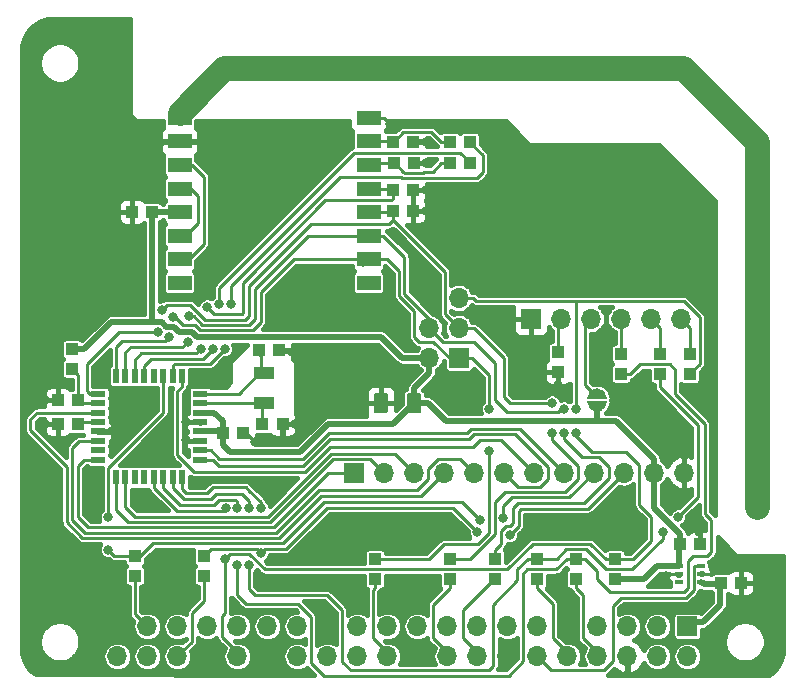
<source format=gbr>
G04 #@! TF.GenerationSoftware,KiCad,Pcbnew,5.0.0*
G04 #@! TF.CreationDate,2019-05-31T14:30:27+01:00*
G04 #@! TF.ProjectId,RRAT,525241542E6B696361645F7063620000,rev?*
G04 #@! TF.SameCoordinates,Original*
G04 #@! TF.FileFunction,Copper,L1,Top,Signal*
G04 #@! TF.FilePolarity,Positive*
%FSLAX46Y46*%
G04 Gerber Fmt 4.6, Leading zero omitted, Abs format (unit mm)*
G04 Created by KiCad (PCBNEW 5.0.0) date Fri May 31 14:30:27 2019*
%MOMM*%
%LPD*%
G01*
G04 APERTURE LIST*
G04 #@! TA.AperFunction,EtchedComponent*
%ADD10C,0.150000*%
G04 #@! TD*
G04 #@! TA.AperFunction,Conductor*
%ADD11C,0.100000*%
G04 #@! TD*
G04 #@! TA.AperFunction,SMDPad,CuDef*
%ADD12C,1.250000*%
G04 #@! TD*
G04 #@! TA.AperFunction,ComponentPad*
%ADD13R,1.700000X1.700000*%
G04 #@! TD*
G04 #@! TA.AperFunction,ComponentPad*
%ADD14O,1.700000X1.700000*%
G04 #@! TD*
G04 #@! TA.AperFunction,SMDPad,CuDef*
%ADD15R,1.270000X0.558800*%
G04 #@! TD*
G04 #@! TA.AperFunction,SMDPad,CuDef*
%ADD16R,0.558800X1.270000*%
G04 #@! TD*
G04 #@! TA.AperFunction,SMDPad,CuDef*
%ADD17R,2.000000X1.300000*%
G04 #@! TD*
G04 #@! TA.AperFunction,SMDPad,CuDef*
%ADD18R,1.100000X1.000000*%
G04 #@! TD*
G04 #@! TA.AperFunction,Conductor*
%ADD19C,1.270000*%
G04 #@! TD*
G04 #@! TA.AperFunction,SMDPad,CuDef*
%ADD20R,1.800000X1.000000*%
G04 #@! TD*
G04 #@! TA.AperFunction,SMDPad,CuDef*
%ADD21R,1.000000X1.100000*%
G04 #@! TD*
G04 #@! TA.AperFunction,SMDPad,CuDef*
%ADD22R,0.650000X0.400000*%
G04 #@! TD*
G04 #@! TA.AperFunction,SMDPad,CuDef*
%ADD23C,0.600000*%
G04 #@! TD*
G04 #@! TA.AperFunction,ViaPad*
%ADD24C,0.800000*%
G04 #@! TD*
G04 #@! TA.AperFunction,ViaPad*
%ADD25C,1.000000*%
G04 #@! TD*
G04 #@! TA.AperFunction,Conductor*
%ADD26C,0.250000*%
G04 #@! TD*
G04 #@! TA.AperFunction,Conductor*
%ADD27C,2.100000*%
G04 #@! TD*
G04 #@! TA.AperFunction,Conductor*
%ADD28C,0.500000*%
G04 #@! TD*
G04 #@! TA.AperFunction,Conductor*
%ADD29C,0.406400*%
G04 #@! TD*
G04 APERTURE END LIST*
D10*
G04 #@! TO.C,JP1*
X161696400Y-107442000D02*
X160375600Y-107442000D01*
X160375600Y-107442000D02*
X160375600Y-107543600D01*
X160375600Y-107543600D02*
X161696400Y-107543600D01*
X161696400Y-107543600D02*
X161696400Y-107645200D01*
X161696400Y-107645200D02*
X160426400Y-107645200D01*
X160426400Y-107645200D02*
X160426400Y-107746800D01*
X160426400Y-107746800D02*
X161594800Y-107746800D01*
X161594800Y-107746800D02*
X161544000Y-107848400D01*
X161544000Y-107848400D02*
X160578800Y-107848400D01*
X160578800Y-107848400D02*
X160680400Y-107950000D01*
X160680400Y-107950000D02*
X161391600Y-107950000D01*
X161391600Y-107950000D02*
X161340800Y-108000800D01*
X161340800Y-108000800D02*
X160782000Y-108000800D01*
X160426400Y-106730800D02*
X160426400Y-106629200D01*
X160426400Y-106629200D02*
X161544000Y-106629200D01*
X161544000Y-106629200D02*
X161544000Y-106527600D01*
X161544000Y-106527600D02*
X160578800Y-106527600D01*
X160578800Y-106527600D02*
X160578800Y-106476800D01*
X160578800Y-106476800D02*
X161442400Y-106476800D01*
X161442400Y-106476800D02*
X161442400Y-106426000D01*
X161442400Y-106426000D02*
X160731200Y-106426000D01*
X160731200Y-106426000D02*
X160731200Y-106375200D01*
X160731200Y-106375200D02*
X161290000Y-106375200D01*
X161747200Y-106934000D02*
X160375600Y-106934000D01*
X160375600Y-106934000D02*
X160375600Y-106832400D01*
X160375600Y-106832400D02*
X161696400Y-106832400D01*
X161696400Y-106832400D02*
X161696400Y-106730800D01*
X161696400Y-106730800D02*
X160426400Y-106730800D01*
X160426400Y-106730800D02*
X160426400Y-106680000D01*
X161798000Y-107035600D02*
X160274000Y-107035600D01*
X161798000Y-107340400D02*
X160274000Y-107340400D01*
X160274000Y-107340400D02*
G75*
G03X161036000Y-108102400I762000J0D01*
G01*
X161036000Y-108102400D02*
G75*
G03X161798000Y-107340400I0J762000D01*
G01*
X161798000Y-107035600D02*
G75*
G03X161036000Y-106273600I-762000J0D01*
G01*
X161036000Y-106273600D02*
G75*
G03X160274000Y-107035600I0J-762000D01*
G01*
G04 #@! TD*
D11*
G04 #@! TO.N,VCC*
G04 #@! TO.C,C6*
G36*
X145941504Y-106568204D02*
X145965773Y-106571804D01*
X145989571Y-106577765D01*
X146012671Y-106586030D01*
X146034849Y-106596520D01*
X146055893Y-106609133D01*
X146075598Y-106623747D01*
X146093777Y-106640223D01*
X146110253Y-106658402D01*
X146124867Y-106678107D01*
X146137480Y-106699151D01*
X146147970Y-106721329D01*
X146156235Y-106744429D01*
X146162196Y-106768227D01*
X146165796Y-106792496D01*
X146167000Y-106817000D01*
X146167000Y-108067000D01*
X146165796Y-108091504D01*
X146162196Y-108115773D01*
X146156235Y-108139571D01*
X146147970Y-108162671D01*
X146137480Y-108184849D01*
X146124867Y-108205893D01*
X146110253Y-108225598D01*
X146093777Y-108243777D01*
X146075598Y-108260253D01*
X146055893Y-108274867D01*
X146034849Y-108287480D01*
X146012671Y-108297970D01*
X145989571Y-108306235D01*
X145965773Y-108312196D01*
X145941504Y-108315796D01*
X145917000Y-108317000D01*
X145167000Y-108317000D01*
X145142496Y-108315796D01*
X145118227Y-108312196D01*
X145094429Y-108306235D01*
X145071329Y-108297970D01*
X145049151Y-108287480D01*
X145028107Y-108274867D01*
X145008402Y-108260253D01*
X144990223Y-108243777D01*
X144973747Y-108225598D01*
X144959133Y-108205893D01*
X144946520Y-108184849D01*
X144936030Y-108162671D01*
X144927765Y-108139571D01*
X144921804Y-108115773D01*
X144918204Y-108091504D01*
X144917000Y-108067000D01*
X144917000Y-106817000D01*
X144918204Y-106792496D01*
X144921804Y-106768227D01*
X144927765Y-106744429D01*
X144936030Y-106721329D01*
X144946520Y-106699151D01*
X144959133Y-106678107D01*
X144973747Y-106658402D01*
X144990223Y-106640223D01*
X145008402Y-106623747D01*
X145028107Y-106609133D01*
X145049151Y-106596520D01*
X145071329Y-106586030D01*
X145094429Y-106577765D01*
X145118227Y-106571804D01*
X145142496Y-106568204D01*
X145167000Y-106567000D01*
X145917000Y-106567000D01*
X145941504Y-106568204D01*
X145941504Y-106568204D01*
G37*
D12*
G04 #@! TD*
G04 #@! TO.P,C6,1*
G04 #@! TO.N,VCC*
X145542000Y-107442000D03*
D11*
G04 #@! TO.N,GND*
G04 #@! TO.C,C6*
G36*
X143141504Y-106568204D02*
X143165773Y-106571804D01*
X143189571Y-106577765D01*
X143212671Y-106586030D01*
X143234849Y-106596520D01*
X143255893Y-106609133D01*
X143275598Y-106623747D01*
X143293777Y-106640223D01*
X143310253Y-106658402D01*
X143324867Y-106678107D01*
X143337480Y-106699151D01*
X143347970Y-106721329D01*
X143356235Y-106744429D01*
X143362196Y-106768227D01*
X143365796Y-106792496D01*
X143367000Y-106817000D01*
X143367000Y-108067000D01*
X143365796Y-108091504D01*
X143362196Y-108115773D01*
X143356235Y-108139571D01*
X143347970Y-108162671D01*
X143337480Y-108184849D01*
X143324867Y-108205893D01*
X143310253Y-108225598D01*
X143293777Y-108243777D01*
X143275598Y-108260253D01*
X143255893Y-108274867D01*
X143234849Y-108287480D01*
X143212671Y-108297970D01*
X143189571Y-108306235D01*
X143165773Y-108312196D01*
X143141504Y-108315796D01*
X143117000Y-108317000D01*
X142367000Y-108317000D01*
X142342496Y-108315796D01*
X142318227Y-108312196D01*
X142294429Y-108306235D01*
X142271329Y-108297970D01*
X142249151Y-108287480D01*
X142228107Y-108274867D01*
X142208402Y-108260253D01*
X142190223Y-108243777D01*
X142173747Y-108225598D01*
X142159133Y-108205893D01*
X142146520Y-108184849D01*
X142136030Y-108162671D01*
X142127765Y-108139571D01*
X142121804Y-108115773D01*
X142118204Y-108091504D01*
X142117000Y-108067000D01*
X142117000Y-106817000D01*
X142118204Y-106792496D01*
X142121804Y-106768227D01*
X142127765Y-106744429D01*
X142136030Y-106721329D01*
X142146520Y-106699151D01*
X142159133Y-106678107D01*
X142173747Y-106658402D01*
X142190223Y-106640223D01*
X142208402Y-106623747D01*
X142228107Y-106609133D01*
X142249151Y-106596520D01*
X142271329Y-106586030D01*
X142294429Y-106577765D01*
X142318227Y-106571804D01*
X142342496Y-106568204D01*
X142367000Y-106567000D01*
X143117000Y-106567000D01*
X143141504Y-106568204D01*
X143141504Y-106568204D01*
G37*
D12*
G04 #@! TD*
G04 #@! TO.P,C6,2*
G04 #@! TO.N,GND*
X142742000Y-107442000D03*
D13*
G04 #@! TO.P,J3,1*
G04 #@! TO.N,+3V3*
X168680000Y-126355000D03*
D14*
G04 #@! TO.P,J3,2*
G04 #@! TO.N,Net-(J3-Pad2)*
X168680000Y-128895000D03*
G04 #@! TO.P,J3,3*
G04 #@! TO.N,Net-(J3-Pad3)*
X166140000Y-126355000D03*
G04 #@! TO.P,J3,4*
G04 #@! TO.N,Net-(J3-Pad4)*
X166140000Y-128895000D03*
G04 #@! TO.P,J3,5*
G04 #@! TO.N,Net-(J3-Pad5)*
X163600000Y-126355000D03*
G04 #@! TO.P,J3,6*
G04 #@! TO.N,GND*
X163600000Y-128895000D03*
G04 #@! TO.P,J3,7*
G04 #@! TO.N,Net-(J3-Pad7)*
X161060000Y-126355000D03*
G04 #@! TO.P,J3,8*
G04 #@! TO.N,Net-(J3-Pad8)*
X161060000Y-128895000D03*
G04 #@! TO.P,J3,9*
G04 #@! TO.N,GND*
X158520000Y-126355000D03*
G04 #@! TO.P,J3,10*
G04 #@! TO.N,Net-(J3-Pad10)*
X158520000Y-128895000D03*
G04 #@! TO.P,J3,11*
G04 #@! TO.N,Net-(J3-Pad11)*
X155980000Y-126355000D03*
G04 #@! TO.P,J3,12*
G04 #@! TO.N,/~SHUTDOWN*
X155980000Y-128895000D03*
G04 #@! TO.P,J3,13*
G04 #@! TO.N,Net-(J3-Pad13)*
X153440000Y-126355000D03*
G04 #@! TO.P,J3,14*
G04 #@! TO.N,GND*
X153440000Y-128895000D03*
G04 #@! TO.P,J3,15*
G04 #@! TO.N,Net-(J3-Pad15)*
X150900000Y-126355000D03*
G04 #@! TO.P,J3,16*
G04 #@! TO.N,Net-(J3-Pad16)*
X150900000Y-128895000D03*
G04 #@! TO.P,J3,17*
G04 #@! TO.N,+3V3*
X148360000Y-126355000D03*
G04 #@! TO.P,J3,18*
G04 #@! TO.N,Net-(J3-Pad18)*
X148360000Y-128895000D03*
G04 #@! TO.P,J3,19*
G04 #@! TO.N,Net-(J3-Pad19)*
X145820000Y-126355000D03*
G04 #@! TO.P,J3,20*
G04 #@! TO.N,GND*
X145820000Y-128895000D03*
G04 #@! TO.P,J3,21*
G04 #@! TO.N,Net-(J3-Pad21)*
X143280000Y-126355000D03*
G04 #@! TO.P,J3,22*
G04 #@! TO.N,Net-(J3-Pad22)*
X143280000Y-128895000D03*
G04 #@! TO.P,J3,23*
G04 #@! TO.N,Net-(J3-Pad23)*
X140740000Y-126355000D03*
G04 #@! TO.P,J3,24*
G04 #@! TO.N,Net-(J3-Pad24)*
X140740000Y-128895000D03*
G04 #@! TO.P,J3,25*
G04 #@! TO.N,GND*
X138200000Y-126355000D03*
G04 #@! TO.P,J3,26*
G04 #@! TO.N,Net-(J3-Pad26)*
X138200000Y-128895000D03*
G04 #@! TO.P,J3,27*
G04 #@! TO.N,Net-(J3-Pad27)*
X135660000Y-126355000D03*
G04 #@! TO.P,J3,28*
G04 #@! TO.N,Net-(J3-Pad28)*
X135660000Y-128895000D03*
G04 #@! TO.P,J3,29*
G04 #@! TO.N,Net-(J3-Pad29)*
X133120000Y-126355000D03*
G04 #@! TO.P,J3,30*
G04 #@! TO.N,GND*
X133120000Y-128895000D03*
G04 #@! TO.P,J3,31*
G04 #@! TO.N,Net-(J3-Pad31)*
X130580000Y-126355000D03*
G04 #@! TO.P,J3,32*
G04 #@! TO.N,/RESET*
X130580000Y-128895000D03*
G04 #@! TO.P,J3,33*
G04 #@! TO.N,Net-(J3-Pad33)*
X128040000Y-126355000D03*
G04 #@! TO.P,J3,34*
G04 #@! TO.N,GND*
X128040000Y-128895000D03*
G04 #@! TO.P,J3,35*
G04 #@! TO.N,Net-(J3-Pad35)*
X125500000Y-126355000D03*
G04 #@! TO.P,J3,36*
G04 #@! TO.N,Net-(J3-Pad36)*
X125500000Y-128895000D03*
G04 #@! TO.P,J3,37*
G04 #@! TO.N,Net-(J3-Pad37)*
X122960000Y-126355000D03*
G04 #@! TO.P,J3,38*
G04 #@! TO.N,Net-(J3-Pad38)*
X122960000Y-128895000D03*
G04 #@! TO.P,J3,39*
G04 #@! TO.N,GND*
X120420000Y-126355000D03*
G04 #@! TO.P,J3,40*
G04 #@! TO.N,Net-(J3-Pad40)*
X120420000Y-128895000D03*
G04 #@! TD*
D15*
G04 #@! TO.P,IC1,1*
G04 #@! TO.N,/D3*
X127407598Y-112256534D03*
G04 #@! TO.P,IC1,2*
G04 #@! TO.N,/LED_HEATCALL_L*
X127407598Y-111456534D03*
G04 #@! TO.P,IC1,3*
G04 #@! TO.N,GND*
X127407598Y-110656534D03*
G04 #@! TO.P,IC1,4*
G04 #@! TO.N,VCC*
X127407598Y-109856534D03*
G04 #@! TO.P,IC1,5*
G04 #@! TO.N,GND*
X127407598Y-109056534D03*
G04 #@! TO.P,IC1,6*
G04 #@! TO.N,VCC*
X127407598Y-108256534D03*
G04 #@! TO.P,IC1,7*
G04 #@! TO.N,/XTAL2*
X127407598Y-107456534D03*
G04 #@! TO.P,IC1,8*
G04 #@! TO.N,/XTAL1*
X127407598Y-106656534D03*
D16*
G04 #@! TO.P,IC1,9*
G04 #@! TO.N,/D5*
X125914998Y-105163934D03*
G04 #@! TO.P,IC1,10*
G04 #@! TO.N,Net-(IC1-Pad10)*
X125114998Y-105163934D03*
G04 #@! TO.P,IC1,11*
G04 #@! TO.N,/D7*
X124314998Y-105163934D03*
G04 #@! TO.P,IC1,12*
G04 #@! TO.N,Net-(IC1-Pad12)*
X123514998Y-105163934D03*
G04 #@! TO.P,IC1,13*
G04 #@! TO.N,Net-(IC1-Pad13)*
X122714998Y-105163934D03*
G04 #@! TO.P,IC1,14*
G04 #@! TO.N,/SPI_NSS*
X121914998Y-105163934D03*
G04 #@! TO.P,IC1,15*
G04 #@! TO.N,/SPI_MOSI*
X121114998Y-105163934D03*
G04 #@! TO.P,IC1,16*
G04 #@! TO.N,/SPI_MISO*
X120314998Y-105163934D03*
D15*
G04 #@! TO.P,IC1,17*
G04 #@! TO.N,/SPI_SCK*
X118822398Y-106656534D03*
G04 #@! TO.P,IC1,18*
G04 #@! TO.N,Net-(C3-Pad1)*
X118822398Y-107456534D03*
G04 #@! TO.P,IC1,19*
G04 #@! TO.N,/A6*
X118822398Y-108256534D03*
G04 #@! TO.P,IC1,20*
G04 #@! TO.N,Net-(C4-Pad1)*
X118822398Y-109056534D03*
G04 #@! TO.P,IC1,21*
G04 #@! TO.N,GND*
X118822398Y-109856534D03*
G04 #@! TO.P,IC1,22*
G04 #@! TO.N,/A7*
X118822398Y-110656534D03*
G04 #@! TO.P,IC1,23*
G04 #@! TO.N,Net-(IC1-Pad23)*
X118822398Y-111456534D03*
G04 #@! TO.P,IC1,24*
G04 #@! TO.N,/A1*
X118822398Y-112256534D03*
D16*
G04 #@! TO.P,IC1,25*
G04 #@! TO.N,/A2*
X120314998Y-113749134D03*
G04 #@! TO.P,IC1,26*
G04 #@! TO.N,/A3*
X121114998Y-113749134D03*
G04 #@! TO.P,IC1,27*
G04 #@! TO.N,Net-(IC1-Pad27)*
X121914998Y-113749134D03*
G04 #@! TO.P,IC1,28*
G04 #@! TO.N,Net-(IC1-Pad28)*
X122714998Y-113749134D03*
G04 #@! TO.P,IC1,29*
G04 #@! TO.N,/RESET*
X123514998Y-113749134D03*
G04 #@! TO.P,IC1,30*
G04 #@! TO.N,/TX*
X124314998Y-113749134D03*
G04 #@! TO.P,IC1,31*
G04 #@! TO.N,/RX*
X125114998Y-113749134D03*
G04 #@! TO.P,IC1,32*
G04 #@! TO.N,/D2*
X125914998Y-113749134D03*
G04 #@! TD*
D17*
G04 #@! TO.P,U1,1*
G04 #@! TO.N,Net-(ANT1-Pad1)*
X125692398Y-83286434D03*
G04 #@! TO.P,U1,2*
G04 #@! TO.N,GND*
X125692398Y-85286434D03*
G04 #@! TO.P,U1,3*
G04 #@! TO.N,Net-(U1-Pad3)*
X125692398Y-87286434D03*
G04 #@! TO.P,U1,4*
G04 #@! TO.N,Net-(U1-Pad4)*
X125692398Y-89286434D03*
G04 #@! TO.P,U1,5*
G04 #@! TO.N,VCC*
X125692398Y-91286434D03*
G04 #@! TO.P,U1,6*
G04 #@! TO.N,Net-(U1-Pad4)*
X125692398Y-93286434D03*
G04 #@! TO.P,U1,7*
G04 #@! TO.N,Net-(U1-Pad3)*
X125692398Y-95286434D03*
G04 #@! TO.P,U1,8*
G04 #@! TO.N,Net-(U1-Pad8)*
X125692398Y-97286434D03*
G04 #@! TO.P,U1,9*
G04 #@! TO.N,Net-(U1-Pad9)*
X141692398Y-97286434D03*
G04 #@! TO.P,U1,10*
G04 #@! TO.N,/SPI_MISO*
X141692398Y-95286434D03*
G04 #@! TO.P,U1,11*
G04 #@! TO.N,/SPI_MOSI*
X141692398Y-93286434D03*
G04 #@! TO.P,U1,12*
G04 #@! TO.N,/SPI_SCK*
X141692398Y-91286434D03*
G04 #@! TO.P,U1,13*
G04 #@! TO.N,/SPI_NSS*
X141692398Y-89286434D03*
G04 #@! TO.P,U1,14*
G04 #@! TO.N,/RFM_IRQ*
X141692398Y-87286434D03*
G04 #@! TO.P,U1,15*
G04 #@! TO.N,/SDN*
X141692398Y-85286434D03*
G04 #@! TO.P,U1,16*
G04 #@! TO.N,GND*
X141692398Y-83286434D03*
G04 #@! TD*
D18*
G04 #@! TO.P,C4,2*
G04 #@! TO.N,GND*
X115394000Y-109220000D03*
G04 #@! TO.P,C4,1*
G04 #@! TO.N,Net-(C4-Pad1)*
X117094000Y-109220000D03*
G04 #@! TD*
D19*
G04 #@! TO.N,Net-(ANT1-Pad1)*
G04 #@! TO.C,ANT1*
X174617398Y-116232534D03*
G04 #@! TD*
D18*
G04 #@! TO.P,C2,2*
G04 #@! TO.N,GND*
X131064000Y-109982000D03*
G04 #@! TO.P,C2,1*
G04 #@! TO.N,VCC*
X129364000Y-109982000D03*
G04 #@! TD*
G04 #@! TO.P,C3,1*
G04 #@! TO.N,Net-(C3-Pad1)*
X117094000Y-107188000D03*
G04 #@! TO.P,C3,2*
G04 #@! TO.N,GND*
X115394000Y-107188000D03*
G04 #@! TD*
G04 #@! TO.P,C5,1*
G04 #@! TO.N,VCC*
X123371998Y-91262734D03*
G04 #@! TO.P,C5,2*
G04 #@! TO.N,GND*
X121671998Y-91262734D03*
G04 #@! TD*
D20*
G04 #@! TO.P,Q1,2*
G04 #@! TO.N,/XTAL2*
X132829318Y-107432694D03*
G04 #@! TO.P,Q1,1*
G04 #@! TO.N,/XTAL1*
X132829318Y-104932694D03*
G04 #@! TD*
D13*
G04 #@! TO.P,J1,1*
G04 #@! TO.N,GND*
X155448000Y-100330000D03*
D14*
G04 #@! TO.P,J1,2*
G04 #@! TO.N,Net-(J1-Pad2)*
X157988000Y-100330000D03*
G04 #@! TO.P,J1,3*
G04 #@! TO.N,Net-(J1-Pad3)*
X160528000Y-100330000D03*
G04 #@! TO.P,J1,4*
G04 #@! TO.N,Net-(J1-Pad4)*
X163068000Y-100330000D03*
G04 #@! TO.P,J1,5*
G04 #@! TO.N,Net-(J1-Pad5)*
X165608000Y-100330000D03*
G04 #@! TO.P,J1,6*
G04 #@! TO.N,Net-(C1-Pad2)*
X168148000Y-100330000D03*
G04 #@! TD*
D13*
G04 #@! TO.P,J4,1*
G04 #@! TO.N,/A1*
X140448798Y-113349634D03*
D14*
G04 #@! TO.P,J4,2*
G04 #@! TO.N,/A2*
X142988798Y-113349634D03*
G04 #@! TO.P,J4,3*
G04 #@! TO.N,/A3*
X145528798Y-113349634D03*
G04 #@! TO.P,J4,4*
G04 #@! TO.N,/A6*
X148068798Y-113349634D03*
G04 #@! TO.P,J4,5*
G04 #@! TO.N,/A7*
X150608798Y-113349634D03*
G04 #@! TO.P,J4,6*
G04 #@! TO.N,/D3*
X153148798Y-113349634D03*
G04 #@! TO.P,J4,7*
G04 #@! TO.N,/D5*
X155688798Y-113349634D03*
G04 #@! TO.P,J4,8*
G04 #@! TO.N,/LED_HEATCALL_L*
X158228798Y-113349634D03*
G04 #@! TO.P,J4,9*
G04 #@! TO.N,/D7*
X160768798Y-113349634D03*
G04 #@! TO.P,J4,10*
G04 #@! TO.N,/D2*
X163308798Y-113349634D03*
G04 #@! TO.P,J4,11*
G04 #@! TO.N,VCC*
X165848798Y-113349634D03*
G04 #@! TO.P,J4,12*
G04 #@! TO.N,GND*
X168388798Y-113349634D03*
G04 #@! TD*
D13*
G04 #@! TO.P,J2,1*
G04 #@! TO.N,/SPI_MISO*
X149352000Y-103632000D03*
D14*
G04 #@! TO.P,J2,2*
G04 #@! TO.N,VCC*
X146812000Y-103632000D03*
G04 #@! TO.P,J2,3*
G04 #@! TO.N,/SPI_SCK*
X149352000Y-101092000D03*
G04 #@! TO.P,J2,4*
G04 #@! TO.N,/SPI_MOSI*
X146812000Y-101092000D03*
G04 #@! TO.P,J2,5*
G04 #@! TO.N,/RESET*
X149352000Y-98552000D03*
G04 #@! TO.P,J2,6*
G04 #@! TO.N,GND*
X146812000Y-98552000D03*
G04 #@! TD*
D21*
G04 #@! TO.P,R4,2*
G04 #@! TO.N,Net-(IC1-Pad13)*
X150290000Y-87122000D03*
G04 #@! TO.P,R4,1*
G04 #@! TO.N,/RFM_IRQ*
X148590000Y-87122000D03*
G04 #@! TD*
D18*
G04 #@! TO.P,R5,1*
G04 #@! TO.N,/RESET*
X162560000Y-120650000D03*
G04 #@! TO.P,R5,2*
G04 #@! TO.N,VCC*
X162560000Y-122350000D03*
G04 #@! TD*
D22*
G04 #@! TO.P,U2,1*
G04 #@! TO.N,VCC*
X167960000Y-121270000D03*
G04 #@! TO.P,U2,3*
G04 #@! TO.N,Net-(U2-Pad3)*
X167960000Y-122570000D03*
G04 #@! TO.P,U2,5*
G04 #@! TO.N,GND*
X169860000Y-121920000D03*
G04 #@! TO.P,U2,2*
X167960000Y-121920000D03*
G04 #@! TO.P,U2,4*
G04 #@! TO.N,+3V3*
X169860000Y-122570000D03*
G04 #@! TO.P,U2,6*
G04 #@! TO.N,/~SHUTDOWN*
X169860000Y-121270000D03*
G04 #@! TD*
D18*
G04 #@! TO.P,R15,1*
G04 #@! TO.N,/SPI_SCK*
X148590000Y-120650000D03*
G04 #@! TO.P,R15,2*
G04 #@! TO.N,Net-(J3-Pad18)*
X148590000Y-122350000D03*
G04 #@! TD*
D21*
G04 #@! TO.P,C1,1*
G04 #@! TO.N,/RESET*
X168910000Y-104990000D03*
G04 #@! TO.P,C1,2*
G04 #@! TO.N,Net-(C1-Pad2)*
X168910000Y-103290000D03*
G04 #@! TD*
D18*
G04 #@! TO.P,C7,2*
G04 #@! TO.N,GND*
X145464000Y-89408000D03*
G04 #@! TO.P,C7,1*
G04 #@! TO.N,/SPI_NSS*
X143764000Y-89408000D03*
G04 #@! TD*
G04 #@! TO.P,C8,1*
G04 #@! TO.N,/SPI_SCK*
X143764000Y-91186000D03*
G04 #@! TO.P,C8,2*
G04 #@! TO.N,GND*
X145464000Y-91186000D03*
G04 #@! TD*
G04 #@! TO.P,C9,1*
G04 #@! TO.N,/RFM_IRQ*
X143842000Y-87122000D03*
G04 #@! TO.P,C9,2*
G04 #@! TO.N,GND*
X145542000Y-87122000D03*
G04 #@! TD*
G04 #@! TO.P,C10,2*
G04 #@! TO.N,GND*
X145464000Y-85324214D03*
G04 #@! TO.P,C10,1*
G04 #@! TO.N,/SDN*
X143764000Y-85324214D03*
G04 #@! TD*
G04 #@! TO.P,R1,1*
G04 #@! TO.N,/RX*
X166370000Y-104990000D03*
G04 #@! TO.P,R1,2*
G04 #@! TO.N,Net-(J1-Pad5)*
X166370000Y-103290000D03*
G04 #@! TD*
G04 #@! TO.P,R2,2*
G04 #@! TO.N,Net-(J1-Pad4)*
X163068000Y-103290000D03*
G04 #@! TO.P,R2,1*
G04 #@! TO.N,/TX*
X163068000Y-104990000D03*
G04 #@! TD*
G04 #@! TO.P,C11,1*
G04 #@! TO.N,/XTAL1*
X132412000Y-102997000D03*
G04 #@! TO.P,C11,2*
G04 #@! TO.N,GND*
X134112000Y-102997000D03*
G04 #@! TD*
G04 #@! TO.P,C12,2*
G04 #@! TO.N,GND*
X134415000Y-109220000D03*
G04 #@! TO.P,C12,1*
G04 #@! TO.N,/XTAL2*
X132715000Y-109220000D03*
G04 #@! TD*
D21*
G04 #@! TO.P,R9,1*
G04 #@! TO.N,/SDN*
X148590000Y-85344000D03*
G04 #@! TO.P,R9,2*
G04 #@! TO.N,Net-(IC1-Pad10)*
X150290000Y-85344000D03*
G04 #@! TD*
D18*
G04 #@! TO.P,R10,2*
G04 #@! TO.N,/RX*
X155956000Y-120650000D03*
G04 #@! TO.P,R10,1*
G04 #@! TO.N,Net-(J3-Pad10)*
X155956000Y-122350000D03*
G04 #@! TD*
G04 #@! TO.P,R12,2*
G04 #@! TO.N,/TX*
X159258000Y-120650000D03*
G04 #@! TO.P,R12,1*
G04 #@! TO.N,Net-(J3-Pad8)*
X159258000Y-122350000D03*
G04 #@! TD*
G04 #@! TO.P,R13,1*
G04 #@! TO.N,/SPI_MOSI*
X152400000Y-120650000D03*
G04 #@! TO.P,R13,2*
G04 #@! TO.N,Net-(J3-Pad16)*
X152400000Y-122350000D03*
G04 #@! TD*
G04 #@! TO.P,R14,2*
G04 #@! TO.N,Net-(J3-Pad22)*
X142240000Y-122350000D03*
G04 #@! TO.P,R14,1*
G04 #@! TO.N,/SPI_MISO*
X142240000Y-120650000D03*
G04 #@! TD*
G04 #@! TO.P,R16,1*
G04 #@! TO.N,Net-(J3-Pad36)*
X127762000Y-122096000D03*
G04 #@! TO.P,R16,2*
G04 #@! TO.N,/D2*
X127762000Y-120396000D03*
G04 #@! TD*
G04 #@! TO.P,R17,1*
G04 #@! TO.N,Net-(J3-Pad37)*
X121920000Y-122096000D03*
G04 #@! TO.P,R17,2*
G04 #@! TO.N,/D7*
X121920000Y-120396000D03*
G04 #@! TD*
G04 #@! TO.P,R18,2*
G04 #@! TO.N,Net-(C3-Pad1)*
X116586000Y-104570000D03*
G04 #@! TO.P,R18,1*
G04 #@! TO.N,VCC*
X116586000Y-102870000D03*
G04 #@! TD*
D23*
G04 #@! TO.P,JP1,2*
G04 #@! TO.N,VCC*
X161036000Y-107688000D03*
D11*
G04 #@! TD*
G04 #@! TO.N,VCC*
G04 #@! TO.C,JP1*
G36*
X160486000Y-107388000D02*
X161586000Y-107388000D01*
X161486000Y-107988000D01*
X160586000Y-107988000D01*
X160486000Y-107388000D01*
X160486000Y-107388000D01*
G37*
D23*
G04 #@! TO.P,JP1,1*
G04 #@! TO.N,Net-(J1-Pad3)*
X161036000Y-106688000D03*
D11*
G04 #@! TD*
G04 #@! TO.N,Net-(J1-Pad3)*
G04 #@! TO.C,JP1*
G36*
X161586000Y-106988000D02*
X160486000Y-106988000D01*
X160586000Y-106388000D01*
X161486000Y-106388000D01*
X161586000Y-106988000D01*
X161586000Y-106988000D01*
G37*
D18*
G04 #@! TO.P,R3,1*
G04 #@! TO.N,GND*
X157734000Y-104824000D03*
G04 #@! TO.P,R3,2*
G04 #@! TO.N,Net-(J1-Pad2)*
X157734000Y-103124000D03*
G04 #@! TD*
G04 #@! TO.P,C13,2*
G04 #@! TO.N,GND*
X169760000Y-119380000D03*
G04 #@! TO.P,C13,1*
G04 #@! TO.N,VCC*
X168060000Y-119380000D03*
G04 #@! TD*
G04 #@! TO.P,C14,1*
G04 #@! TO.N,+3V3*
X171528000Y-122682000D03*
G04 #@! TO.P,C14,2*
G04 #@! TO.N,GND*
X173228000Y-122682000D03*
G04 #@! TD*
D24*
G04 #@! TO.N,/RESET*
X159258000Y-109982000D03*
X159258000Y-107950000D03*
X129588098Y-116346947D03*
X129540000Y-120650000D03*
G04 #@! TO.N,/SPI_NSS*
X128016000Y-99314000D03*
X127503340Y-102865340D03*
G04 #@! TO.N,/SPI_SCK*
X124206000Y-99568000D03*
X123829019Y-101445633D03*
X157226000Y-109982000D03*
X157226000Y-107442000D03*
G04 #@! TO.N,/SPI_MOSI*
X126389248Y-102260968D03*
X158242000Y-109982000D03*
X158242000Y-107950000D03*
X126487340Y-100080660D03*
G04 #@! TO.N,/SPI_MISO*
X124814498Y-101823491D03*
X125136494Y-100123479D03*
X151892000Y-111506000D03*
X151892000Y-107950000D03*
D25*
G04 #@! TO.N,Net-(ANT1-Pad1)*
X128053119Y-80499213D03*
D24*
G04 #@! TO.N,/D7*
X119634000Y-117094000D03*
X119634000Y-119888000D03*
X151130000Y-117348000D03*
X153101238Y-117202416D03*
G04 #@! TO.N,/D2*
X150876000Y-118364000D03*
X153670000Y-118618000D03*
X132588000Y-116332000D03*
X132588000Y-120142000D03*
G04 #@! TO.N,/RX*
X131588120Y-116348207D03*
X131538844Y-121191165D03*
X166624000Y-118364000D03*
X167894000Y-117094000D03*
G04 #@! TO.N,/TX*
X130588109Y-116346840D03*
X130539401Y-121157440D03*
G04 #@! TO.N,GND*
X118110000Y-87630000D03*
X136144000Y-100330000D03*
X115570000Y-91440000D03*
X115570000Y-87630000D03*
X118110000Y-91440000D03*
X115570000Y-99060000D03*
X118364000Y-115062000D03*
X115570000Y-96520000D03*
X149606000Y-107188000D03*
X156210000Y-95250000D03*
X123444000Y-111252000D03*
X158750000Y-95250000D03*
X127508000Y-114046000D03*
X139954000Y-118364000D03*
X166370000Y-90170000D03*
X142240000Y-100330000D03*
X163830000Y-95250000D03*
X163830000Y-90170000D03*
X163830000Y-87630000D03*
X166370000Y-87630000D03*
X156210000Y-87630000D03*
X158750000Y-90170000D03*
X158750000Y-87630000D03*
X156210000Y-90170000D03*
X169672000Y-118364000D03*
X135509000Y-109220000D03*
X146558000Y-89408000D03*
X146558000Y-85344000D03*
X146558000Y-87122000D03*
X120396000Y-91186000D03*
X135190632Y-103160574D03*
X166878000Y-122120010D03*
X170936241Y-121583453D03*
X114300000Y-109220000D03*
X114300000Y-107188000D03*
X146554145Y-91173034D03*
X157734000Y-105918000D03*
X132080000Y-110744000D03*
X120015000Y-109855000D03*
X126238000Y-109093000D03*
X126238000Y-110617000D03*
X141224000Y-107442000D03*
X146050000Y-118364000D03*
X135890000Y-122682000D03*
X157734000Y-117856000D03*
X162814000Y-117856000D03*
X128270000Y-105156000D03*
X122936000Y-115824000D03*
X118110000Y-96520000D03*
X166370000Y-95250000D03*
X123952000Y-85598000D03*
X118110000Y-99060000D03*
X143510000Y-83820000D03*
G04 #@! TO.N,Net-(IC1-Pad10)*
X129540000Y-102870000D03*
X130048000Y-99060000D03*
G04 #@! TO.N,Net-(IC1-Pad13)*
X129032000Y-99060000D03*
X128524000Y-102870000D03*
G04 #@! TD*
D26*
G04 #@! TO.N,/RESET*
X123514998Y-113826534D02*
X123389998Y-113951534D01*
X123514998Y-113826534D02*
X123514998Y-113749134D01*
X168910000Y-104940000D02*
X168910000Y-104990000D01*
X169735001Y-104114999D02*
X168910000Y-104940000D01*
X169735001Y-100177999D02*
X169735001Y-104114999D01*
X168363002Y-98806000D02*
X169735001Y-100177999D01*
X150808081Y-98806000D02*
X161544000Y-98806000D01*
X150554081Y-98552000D02*
X150808081Y-98806000D01*
X149352000Y-98552000D02*
X150554081Y-98552000D01*
X161544000Y-98806000D02*
X168363002Y-98806000D01*
X152146000Y-98806000D02*
X159258000Y-98806000D01*
X159258000Y-98806000D02*
X161544000Y-98806000D01*
X159258000Y-107950000D02*
X159258000Y-98806000D01*
X123514998Y-114634134D02*
X125466864Y-116586000D01*
X125466864Y-116586000D02*
X129349045Y-116586000D01*
X123514998Y-113749134D02*
X123514998Y-114634134D01*
X129513286Y-116427283D02*
X129588098Y-116352471D01*
X129588098Y-116352471D02*
X129588098Y-116346947D01*
X129588098Y-116346947D02*
X129349045Y-116586000D01*
X131596281Y-120223283D02*
X129966717Y-120223283D01*
X129966717Y-120223283D02*
X129540000Y-120650000D01*
X153445999Y-121524999D02*
X132897997Y-121524999D01*
X132897997Y-121524999D02*
X131596281Y-120223283D01*
X160574254Y-111552254D02*
X159258000Y-110236000D01*
X164629598Y-112689234D02*
X163492618Y-111552254D01*
X162560000Y-120650000D02*
X164084000Y-120650000D01*
X163492618Y-111552254D02*
X160574254Y-111552254D01*
X164084000Y-120650000D02*
X165608000Y-119126000D01*
X159258000Y-110236000D02*
X159258000Y-109982000D01*
X164629598Y-116078000D02*
X164629598Y-112689234D01*
X165608000Y-117056402D02*
X164629598Y-116078000D01*
X165608000Y-119126000D02*
X165608000Y-117056402D01*
X160484988Y-119374988D02*
X161760000Y-120650000D01*
X158261599Y-119374988D02*
X160484988Y-119374988D01*
X158256587Y-119380000D02*
X158261599Y-119374988D01*
X155590998Y-119380000D02*
X158256587Y-119380000D01*
X161760000Y-120650000D02*
X162560000Y-120650000D01*
X155590998Y-119380000D02*
X153445999Y-121524999D01*
X129286000Y-127254000D02*
X130556000Y-128524000D01*
X129286000Y-125476000D02*
X129286000Y-127254000D01*
X129540000Y-125222000D02*
X129286000Y-125476000D01*
X129540000Y-120650000D02*
X129540000Y-125222000D01*
G04 #@! TO.N,/XTAL1*
X132560078Y-103442934D02*
X132322958Y-103205814D01*
X132560078Y-104953014D02*
X132560078Y-103442934D01*
X132429318Y-104932694D02*
X132829318Y-104932694D01*
X130705478Y-106656534D02*
X132429318Y-104932694D01*
X127407598Y-106656534D02*
X130705478Y-106656534D01*
G04 #@! TO.N,/XTAL2*
X127514998Y-107451534D02*
X127407598Y-107456534D01*
X132715000Y-107547012D02*
X132829318Y-107432694D01*
X132715000Y-109220000D02*
X132715000Y-107547012D01*
X132805478Y-107456534D02*
X132829318Y-107432694D01*
X127407598Y-107456534D02*
X132805478Y-107456534D01*
G04 #@! TO.N,/SPI_NSS*
X141618998Y-89294534D02*
X141628998Y-89294534D01*
X143642434Y-89286434D02*
X143764000Y-89408000D01*
X141692398Y-89286434D02*
X143642434Y-89286434D01*
X128626689Y-99924689D02*
X128016000Y-99314000D01*
X121914998Y-105163934D02*
X121914998Y-103764002D01*
X121914998Y-103764002D02*
X122428000Y-103251000D01*
X127503340Y-102874660D02*
X127127000Y-103251000D01*
X127503340Y-102865340D02*
X127503340Y-102874660D01*
X122428000Y-103251000D02*
X127127000Y-103251000D01*
X143764000Y-90170000D02*
X143764000Y-89408000D01*
X138049000Y-90297000D02*
X143637000Y-90297000D01*
X143637000Y-90297000D02*
X143764000Y-90170000D01*
X128626689Y-99924689D02*
X130961311Y-99924689D01*
X131064000Y-97282000D02*
X131318000Y-97028000D01*
X131064000Y-99822000D02*
X131064000Y-97282000D01*
X130961311Y-99924689D02*
X131064000Y-99822000D01*
X131318000Y-97028000D02*
X138049000Y-90297000D01*
G04 #@! TO.N,/SPI_SCK*
X150622000Y-101092000D02*
X149860000Y-101092000D01*
X143663566Y-91286434D02*
X143764000Y-91186000D01*
X141692398Y-91286434D02*
X143663566Y-91286434D01*
X144272000Y-92444000D02*
X143764000Y-91936000D01*
X143764000Y-91936000D02*
X143764000Y-91186000D01*
X148176999Y-96348999D02*
X145808000Y-93980000D01*
X148176999Y-99916999D02*
X148176999Y-96348999D01*
X149352000Y-101092000D02*
X148176999Y-99916999D01*
X145808000Y-93980000D02*
X144272000Y-92444000D01*
X123263334Y-101445633D02*
X123829019Y-101445633D01*
X120550367Y-101445633D02*
X123263334Y-101445633D01*
X118822398Y-106656534D02*
X118086534Y-106656534D01*
X118086534Y-106656534D02*
X117856000Y-106426000D01*
X117856000Y-106426000D02*
X117856000Y-104140000D01*
X117856000Y-104140000D02*
X120550367Y-101445633D01*
X143388567Y-92311433D02*
X143764000Y-91936000D01*
X140462000Y-92311433D02*
X143388567Y-92311433D01*
X140462000Y-92311433D02*
X139700000Y-92311433D01*
X139700000Y-92311433D02*
X137812567Y-92311433D01*
X149352000Y-101092000D02*
X150114000Y-101092000D01*
X149352000Y-101092000D02*
X150622000Y-101092000D01*
X150622000Y-101092000D02*
X153162000Y-103632000D01*
X153162000Y-103632000D02*
X153162000Y-106934000D01*
X153670000Y-107442000D02*
X157226000Y-107442000D01*
X153162000Y-106934000D02*
X153670000Y-107442000D01*
X150299415Y-120650000D02*
X148590000Y-120650000D01*
X152376236Y-118573179D02*
X150299415Y-120650000D01*
X152376236Y-115847764D02*
X152376236Y-118573179D01*
X158342788Y-114974646D02*
X153249354Y-114974646D01*
X157226000Y-109982000D02*
X157226000Y-110607834D01*
X157226000Y-110607834D02*
X159403799Y-112785633D01*
X153249354Y-114974646D02*
X152376236Y-115847764D01*
X159403799Y-113913635D02*
X158342788Y-114974646D01*
X159403799Y-112785633D02*
X159403799Y-113913635D01*
X131273300Y-100374700D02*
X131572000Y-100076000D01*
X136796567Y-92311433D02*
X139700000Y-92311433D01*
X124206000Y-99568000D02*
X124605999Y-99168001D01*
X131572000Y-97536000D02*
X136796567Y-92311433D01*
X126600001Y-99168001D02*
X127806700Y-100374700D01*
X131572000Y-100076000D02*
X131572000Y-97536000D01*
X127806700Y-100374700D02*
X131273300Y-100374700D01*
X124605999Y-99168001D02*
X126600001Y-99168001D01*
G04 #@! TO.N,/SPI_MOSI*
X141692398Y-93286434D02*
X141772998Y-93205834D01*
X146812000Y-101092000D02*
X146812000Y-100291002D01*
X144722011Y-95066047D02*
X142942398Y-93286434D01*
X142942398Y-93286434D02*
X141692398Y-93286434D01*
X144722011Y-98201013D02*
X144722011Y-95066047D01*
X146812000Y-100291002D02*
X144722011Y-98201013D01*
X121563978Y-102718022D02*
X125932194Y-102718022D01*
X125932194Y-102718022D02*
X126389248Y-102260968D01*
X121114998Y-103167002D02*
X121563978Y-102718022D01*
X121114998Y-105163934D02*
X121114998Y-103167002D01*
X147987001Y-102267001D02*
X147661999Y-101941999D01*
X150622000Y-102267001D02*
X147987001Y-102267001D01*
X152400000Y-104045001D02*
X150622000Y-102267001D01*
X158242000Y-107950000D02*
X157988000Y-107950000D01*
X147661999Y-101941999D02*
X146812000Y-101092000D01*
X157988000Y-107950000D02*
X157734000Y-108204000D01*
X152400000Y-107188000D02*
X152400000Y-104045001D01*
X157734000Y-108204000D02*
X153416000Y-108204000D01*
X153416000Y-108204000D02*
X152400000Y-107188000D01*
X152944999Y-119355001D02*
X152400000Y-119900000D01*
X152944999Y-118269999D02*
X152944999Y-119355001D01*
X153670000Y-117892999D02*
X153321999Y-117892999D01*
X159794920Y-112032344D02*
X161190510Y-112032344D01*
X152400000Y-119900000D02*
X152400000Y-120650000D01*
X153924000Y-117638999D02*
X153670000Y-117892999D01*
X158252576Y-109992576D02*
X158252576Y-110490000D01*
X159969332Y-115874668D02*
X154381332Y-115874668D01*
X153924000Y-116332000D02*
X153924000Y-117638999D01*
X158242000Y-109982000D02*
X158252576Y-109992576D01*
X162052000Y-112893834D02*
X162052000Y-113792000D01*
X158252576Y-110490000D02*
X159794920Y-112032344D01*
X154381332Y-115874668D02*
X153924000Y-116332000D01*
X153321999Y-117892999D02*
X152944999Y-118269999D01*
X161190510Y-112032344D02*
X162052000Y-112893834D01*
X162052000Y-113792000D02*
X159969332Y-115874668D01*
X136583566Y-93286434D02*
X141692398Y-93286434D01*
X132080000Y-100330000D02*
X132080000Y-97790000D01*
X126487340Y-100080660D02*
X126876250Y-100080660D01*
X132080000Y-97790000D02*
X136583566Y-93286434D01*
X127620300Y-100824711D02*
X131585289Y-100824711D01*
X126876250Y-100080660D02*
X127620300Y-100824711D01*
X131585289Y-100824711D02*
X132080000Y-100330000D01*
G04 #@! TO.N,/SPI_MISO*
X120389998Y-105076534D02*
X120314998Y-105163934D01*
X141628998Y-95294534D02*
X141164998Y-95758534D01*
X141692398Y-95286434D02*
X141707298Y-95301334D01*
X143292434Y-95286434D02*
X141692398Y-95286434D01*
X144272000Y-96266000D02*
X143292434Y-95286434D01*
X145542000Y-99657412D02*
X144272000Y-98387412D01*
X145542000Y-101854000D02*
X145542000Y-99657412D01*
X145955001Y-102267001D02*
X145542000Y-101854000D01*
X147186003Y-102267001D02*
X145955001Y-102267001D01*
X144272000Y-98387412D02*
X144272000Y-96266000D01*
X148551002Y-103632000D02*
X147186003Y-102267001D01*
X149352000Y-103632000D02*
X148551002Y-103632000D01*
X150452000Y-103632000D02*
X149352000Y-103632000D01*
X151892000Y-105072000D02*
X150452000Y-103632000D01*
X151892000Y-107950000D02*
X151892000Y-105072000D01*
X142240000Y-120650000D02*
X146812000Y-120650000D01*
X146812000Y-120650000D02*
X148082000Y-119380000D01*
X148082000Y-119380000D02*
X150933004Y-119380000D01*
X124467355Y-102170634D02*
X124814498Y-101823491D01*
X120841366Y-102170634D02*
X124467355Y-102170634D01*
X120314998Y-102697002D02*
X120841366Y-102170634D01*
X120314998Y-105163934D02*
X120314998Y-102697002D01*
X151892000Y-111506000D02*
X151892000Y-118421004D01*
X150933004Y-119380000D02*
X151892000Y-118421004D01*
X135345566Y-95286434D02*
X141692398Y-95286434D01*
X132588000Y-98044000D02*
X135345566Y-95286434D01*
X131897278Y-101274722D02*
X132588000Y-100584000D01*
X127433900Y-101274722D02*
X131897278Y-101274722D01*
X125136494Y-100123479D02*
X125269479Y-100123479D01*
X132588000Y-100584000D02*
X132588000Y-98044000D01*
X125269479Y-100123479D02*
X125981955Y-100835955D01*
X126995134Y-100835955D02*
X127433900Y-101274722D01*
X125981955Y-100835955D02*
X126995134Y-100835955D01*
D27*
G04 #@! TO.N,Net-(ANT1-Pad1)*
X174566598Y-86563734D02*
X174566598Y-106637034D01*
X174617398Y-112862534D02*
X174617398Y-116232534D01*
X174617398Y-106687834D02*
X174617398Y-112862534D01*
X174566598Y-106637034D02*
X174617398Y-106687834D01*
X128053119Y-80499213D02*
X125696998Y-82855334D01*
X129468898Y-79083434D02*
X128053119Y-80499213D01*
X168356298Y-79083434D02*
X129468898Y-79083434D01*
X174579298Y-86512934D02*
X174579298Y-85306434D01*
X174579298Y-85306434D02*
X168356298Y-79083434D01*
D28*
G04 #@! TO.N,VCC*
X123315798Y-91294534D02*
X123283998Y-91262734D01*
X167960000Y-119480000D02*
X168060000Y-119380000D01*
X167960000Y-121270000D02*
X167960000Y-119480000D01*
X165036000Y-122350000D02*
X166116000Y-121270000D01*
X162560000Y-122350000D02*
X165036000Y-122350000D01*
X167960000Y-121270000D02*
X166116000Y-121270000D01*
X129238534Y-109856534D02*
X129364000Y-109982000D01*
X127407598Y-109856534D02*
X129238534Y-109856534D01*
X129364000Y-108982000D02*
X129364000Y-109982000D01*
X128638534Y-108256534D02*
X129364000Y-108982000D01*
X127407598Y-108256534D02*
X128638534Y-108256534D01*
X117636000Y-102870000D02*
X116586000Y-102870000D01*
X119922000Y-100584000D02*
X117636000Y-102870000D01*
X123444000Y-100584000D02*
X119922000Y-100584000D01*
X123395698Y-91286434D02*
X123371998Y-91262734D01*
X125692398Y-91286434D02*
X123395698Y-91286434D01*
X123355999Y-99159999D02*
X123355999Y-100495999D01*
X123355999Y-100495999D02*
X123444000Y-100584000D01*
X123371998Y-99144000D02*
X123355999Y-99159999D01*
X123371998Y-91262734D02*
X123371998Y-99144000D01*
X146812000Y-103632000D02*
X146812000Y-104902000D01*
X146812000Y-104902000D02*
X145542000Y-106172000D01*
X145542000Y-106172000D02*
X145542000Y-107442000D01*
X146742000Y-107442000D02*
X148266000Y-108966000D01*
X145542000Y-107442000D02*
X146742000Y-107442000D01*
X148266000Y-108966000D02*
X160528000Y-108966000D01*
X165848798Y-112147553D02*
X162667245Y-108966000D01*
X165848798Y-113349634D02*
X165848798Y-112147553D01*
X168060000Y-118518002D02*
X168060000Y-119380000D01*
X165848798Y-113349634D02*
X165848798Y-116306800D01*
X165848798Y-116306800D02*
X168060000Y-118518002D01*
X144526000Y-103632000D02*
X146812000Y-103632000D01*
X131047734Y-101849734D02*
X142743734Y-101849734D01*
X142743734Y-101849734D02*
X144526000Y-103632000D01*
X127195723Y-101849733D02*
X131047734Y-101849734D01*
X126756958Y-101410966D02*
X127195723Y-101849733D01*
X123444000Y-100584000D02*
X124189332Y-100584000D01*
X124578821Y-100973489D02*
X125222000Y-100973489D01*
X125659477Y-101410966D02*
X126756958Y-101410966D01*
X124189332Y-100584000D02*
X124578821Y-100973489D01*
X125222000Y-100973489D02*
X125659477Y-101410966D01*
X161036000Y-108966000D02*
X160528000Y-108966000D01*
X161036000Y-107688000D02*
X161036000Y-108966000D01*
X162667245Y-108966000D02*
X161036000Y-108966000D01*
X143764000Y-109220000D02*
X145542000Y-107442000D01*
X138293135Y-109220000D02*
X143764000Y-109220000D01*
X129364000Y-109982000D02*
X129364000Y-110982000D01*
X129364000Y-110982000D02*
X129976002Y-111594002D01*
X129976002Y-111594002D02*
X135919133Y-111594002D01*
X135919133Y-111594002D02*
X138293135Y-109220000D01*
D26*
G04 #@! TO.N,/D3*
X156863799Y-113913635D02*
X156252799Y-114524635D01*
X129032000Y-112776000D02*
X129032000Y-112785934D01*
X128512534Y-112256534D02*
X129032000Y-112776000D01*
X156863799Y-112853214D02*
X156863799Y-113913635D01*
X129032000Y-112785934D02*
X136176801Y-112785934D01*
X154323799Y-114524635D02*
X153148798Y-113349634D01*
X150622000Y-110097978D02*
X154108563Y-110097978D01*
X136176801Y-112785934D02*
X138430000Y-110532735D01*
X138430000Y-110532735D02*
X150187243Y-110532735D01*
X156252799Y-114524635D02*
X154323799Y-114524635D01*
X127407598Y-112256534D02*
X128512534Y-112256534D01*
X150187243Y-110532735D02*
X150622000Y-110097978D01*
X154108563Y-110097978D02*
X156863799Y-112853214D01*
G04 #@! TO.N,/D5*
X155739598Y-113298834D02*
X155743998Y-113294434D01*
X138430000Y-111169146D02*
X150508842Y-111169146D01*
X136315146Y-113284000D02*
X138430000Y-111169146D01*
X151130000Y-110547989D02*
X152887153Y-110547989D01*
X125914998Y-105163934D02*
X125914998Y-106048934D01*
X125914998Y-106048934D02*
X125512998Y-106450934D01*
X152887153Y-110547989D02*
X155688798Y-113349634D01*
X150508842Y-111169146D02*
X151130000Y-110547989D01*
X126949266Y-113284000D02*
X136315146Y-113284000D01*
X125512998Y-106450934D02*
X125512998Y-111847732D01*
X125512998Y-111847732D02*
X126949266Y-113284000D01*
G04 #@! TO.N,/D7*
X160921198Y-113349634D02*
X160174098Y-113349634D01*
X160768798Y-113349634D02*
X160768798Y-113588732D01*
X119634000Y-116528315D02*
X119634000Y-117094000D01*
X119634000Y-112944334D02*
X119634000Y-116528315D01*
X124314998Y-108263336D02*
X119634000Y-112944334D01*
X124314998Y-105163934D02*
X124314998Y-108263336D01*
X153815343Y-115424657D02*
X153101238Y-116138762D01*
X158693775Y-115424657D02*
X153815343Y-115424657D01*
X153101238Y-116138762D02*
X153101238Y-117202416D01*
X160768798Y-113349634D02*
X158693775Y-115424657D01*
X120142000Y-120396000D02*
X119634000Y-119888000D01*
X121920000Y-120396000D02*
X120142000Y-120396000D01*
X137922000Y-115824000D02*
X149606000Y-115824000D01*
X132869373Y-119322011D02*
X134423989Y-119322011D01*
X132868121Y-119323263D02*
X132869373Y-119322011D01*
X149606000Y-115824000D02*
X151130000Y-117348000D01*
X121920000Y-120396000D02*
X122370011Y-120396000D01*
X122370011Y-120396000D02*
X123444000Y-119322011D01*
X134423989Y-119322011D02*
X137922000Y-115824000D01*
X123444000Y-119322011D02*
X130306867Y-119322011D01*
X130308119Y-119323263D02*
X132868121Y-119323263D01*
X130306867Y-119322011D02*
X130308119Y-119323263D01*
G04 #@! TO.N,/A6*
X118822398Y-108256534D02*
X116406466Y-108256534D01*
X113648510Y-108256534D02*
X118822398Y-108256534D01*
X113068988Y-108836056D02*
X113648510Y-108256534D01*
X113068988Y-109766988D02*
X113068988Y-108836056D01*
X148068798Y-113349634D02*
X146102432Y-115316000D01*
X146102432Y-115316000D02*
X137668000Y-115316000D01*
X137668000Y-115316000D02*
X134112000Y-118872000D01*
X134112000Y-118872000D02*
X132682973Y-118872000D01*
X132682973Y-118872000D02*
X132681721Y-118873252D01*
X116135989Y-112833989D02*
X113068988Y-109766988D01*
X130494519Y-118873252D02*
X130493267Y-118872000D01*
X130493267Y-118872000D02*
X117473589Y-118872000D01*
X132681721Y-118873252D02*
X130494519Y-118873252D01*
X117473589Y-118872000D02*
X116135989Y-117534400D01*
X116135989Y-117534400D02*
X116135989Y-112833989D01*
G04 #@! TO.N,/A7*
X150608798Y-113349634D02*
X150608798Y-113270798D01*
X117181466Y-110656534D02*
X118822398Y-110656534D01*
X116586000Y-117348000D02*
X116586000Y-111252000D01*
X117659989Y-118421989D02*
X116586000Y-117348000D01*
X130680919Y-118423241D02*
X130679667Y-118421989D01*
X146703799Y-113030000D02*
X146703799Y-113913635D01*
X116586000Y-111252000D02*
X117181466Y-110656534D01*
X147559166Y-112174633D02*
X146703799Y-113030000D01*
X149433797Y-112174633D02*
X147559166Y-112174633D01*
X150608798Y-113349634D02*
X149433797Y-112174633D01*
X146703799Y-113913635D02*
X145809434Y-114808000D01*
X130679667Y-118421989D02*
X117659989Y-118421989D01*
X137471989Y-114808000D02*
X133858001Y-118421989D01*
X133858001Y-118421989D02*
X132496573Y-118421989D01*
X132496573Y-118421989D02*
X132495321Y-118423241D01*
X145809434Y-114808000D02*
X137471989Y-114808000D01*
X132495321Y-118423241D02*
X130680919Y-118423241D01*
G04 #@! TO.N,/A1*
X138293945Y-113349634D02*
X139348798Y-113349634D01*
X117613466Y-112256534D02*
X117094000Y-112776000D01*
X130866067Y-117971978D02*
X130867319Y-117973230D01*
X117094000Y-112776000D02*
X117094000Y-117094000D01*
X118822398Y-112256534D02*
X117613466Y-112256534D01*
X132310173Y-117971978D02*
X133671601Y-117971978D01*
X139348798Y-113349634D02*
X140448798Y-113349634D01*
X117971978Y-117971978D02*
X130866067Y-117971978D01*
X117094000Y-117094000D02*
X117971978Y-117971978D01*
X130867319Y-117973230D02*
X132308921Y-117973230D01*
X133671601Y-117971978D02*
X138293945Y-113349634D01*
X132308921Y-117973230D02*
X132310173Y-117971978D01*
G04 #@! TO.N,/A2*
X120264998Y-113826534D02*
X120314998Y-113749134D01*
X141813797Y-112174633D02*
X142138799Y-112499635D01*
X121331967Y-117521967D02*
X131052467Y-117521967D01*
X120314998Y-116504998D02*
X121331967Y-117521967D01*
X120314998Y-113749134D02*
X120314998Y-116504998D01*
X132122521Y-117523219D02*
X132123773Y-117521967D01*
X132123773Y-117521967D02*
X133350001Y-117521967D01*
X131053719Y-117523219D02*
X132122521Y-117523219D01*
X142138799Y-112499635D02*
X142988798Y-113349634D01*
X131052467Y-117521967D02*
X131053719Y-117523219D01*
X138697334Y-112174633D02*
X141813797Y-112174633D01*
X133350001Y-117521967D02*
X138697334Y-112174633D01*
G04 #@! TO.N,/A3*
X131238867Y-117071956D02*
X131240119Y-117073208D01*
X121114998Y-116288998D02*
X121897956Y-117071956D01*
X131240119Y-117073208D02*
X131936121Y-117073208D01*
X131937373Y-117071956D02*
X133163601Y-117071956D01*
X131936121Y-117073208D02*
X131937373Y-117071956D01*
X144678799Y-112499635D02*
X145528798Y-113349634D01*
X138510934Y-111724622D02*
X143903786Y-111724622D01*
X121114998Y-113749134D02*
X121114998Y-116288998D01*
X143903786Y-111724622D02*
X144678799Y-112499635D01*
X121897956Y-117071956D02*
X131238867Y-117071956D01*
X133163601Y-117071956D02*
X138510934Y-111724622D01*
G04 #@! TO.N,/D2*
X132518998Y-115772568D02*
X132571354Y-115824924D01*
X131612422Y-114865992D02*
X132571354Y-115824924D01*
X125914998Y-113749134D02*
X125914998Y-114738998D01*
X125914998Y-114738998D02*
X126238000Y-115062000D01*
X126238000Y-115062000D02*
X128016000Y-115062000D01*
X128524000Y-114554000D02*
X131300430Y-114554000D01*
X128016000Y-115062000D02*
X128524000Y-114554000D01*
X131300430Y-114554000D02*
X131612422Y-114865992D01*
X132571354Y-116315354D02*
X132588000Y-116332000D01*
X132571354Y-115824924D02*
X132571354Y-116315354D01*
X130120467Y-119772021D02*
X130121719Y-119773273D01*
X131064000Y-119773273D02*
X132219273Y-119773273D01*
X132219273Y-119773273D02*
X132588000Y-120142000D01*
X130121719Y-119773273D02*
X131064000Y-119773273D01*
X160274000Y-116384432D02*
X163308798Y-113349634D01*
X160274000Y-116384432D02*
X154633568Y-116384432D01*
X154633568Y-116384432D02*
X154432000Y-116586000D01*
X154432000Y-117856000D02*
X153670000Y-118618000D01*
X154432000Y-116586000D02*
X154432000Y-117856000D01*
X128384727Y-119773273D02*
X127762000Y-120396000D01*
X130121719Y-119773273D02*
X128384727Y-119773273D01*
X148844000Y-116332000D02*
X150876000Y-118364000D01*
X132588000Y-120142000D02*
X132905001Y-119824999D01*
X134683001Y-119824999D02*
X138176000Y-116332000D01*
X132905001Y-119824999D02*
X134683001Y-119824999D01*
X138176000Y-116332000D02*
X148844000Y-116332000D01*
G04 #@! TO.N,Net-(U1-Pad3)*
X125692398Y-95286434D02*
X126455566Y-95286434D01*
X126455566Y-95286434D02*
X127762000Y-93980000D01*
X127762000Y-93980000D02*
X127762000Y-88302434D01*
X127762000Y-88302434D02*
X126746000Y-87286434D01*
X126746000Y-87286434D02*
X125692398Y-87286434D01*
G04 #@! TO.N,Net-(U1-Pad4)*
X125692398Y-93286434D02*
X126169566Y-93286434D01*
X126169566Y-93286434D02*
X127254000Y-92202000D01*
X127254000Y-92202000D02*
X127254000Y-89916000D01*
X126624434Y-89286434D02*
X125692398Y-89286434D01*
X127254000Y-89916000D02*
X126624434Y-89286434D01*
G04 #@! TO.N,/RFM_IRQ*
X141856832Y-87122000D02*
X141692398Y-87286434D01*
X143842000Y-87122000D02*
X141856832Y-87122000D01*
X144656998Y-87872000D02*
X144731999Y-87947001D01*
X143842000Y-87122000D02*
X143892000Y-87122000D01*
X147114999Y-87847001D02*
X147840000Y-87122000D01*
X146317001Y-87947001D02*
X146417001Y-87847001D01*
X147840000Y-87122000D02*
X148590000Y-87122000D01*
X146417001Y-87847001D02*
X147114999Y-87847001D01*
X143892000Y-87122000D02*
X144642000Y-87872000D01*
X144642000Y-87872000D02*
X144656998Y-87872000D01*
X144731999Y-87947001D02*
X146317001Y-87947001D01*
G04 #@! TO.N,Net-(C4-Pad1)*
X117257466Y-109056534D02*
X117094000Y-109220000D01*
X118822398Y-109056534D02*
X117257466Y-109056534D01*
G04 #@! TO.N,/RX*
X169563799Y-114916201D02*
X169563799Y-109324777D01*
X166370000Y-106130978D02*
X166370000Y-104990000D01*
X169563799Y-109324777D02*
X166370000Y-106130978D01*
X131588120Y-115782522D02*
X131588120Y-116348207D01*
X125114998Y-113749134D02*
X125114998Y-114634134D01*
X130977532Y-115171934D02*
X131588120Y-115782522D01*
X128379934Y-115570000D02*
X128778000Y-115171934D01*
X131718998Y-116416748D02*
X131650457Y-116348207D01*
X125114998Y-114634134D02*
X126050864Y-115570000D01*
X126050864Y-115570000D02*
X128379934Y-115570000D01*
X131650457Y-116348207D02*
X131588120Y-116348207D01*
X128778000Y-115171934D02*
X130977532Y-115171934D01*
X169563799Y-115424201D02*
X169563799Y-114916201D01*
X167894000Y-117094000D02*
X169563799Y-115424201D01*
X161768001Y-121524999D02*
X164028686Y-121524999D01*
X164028686Y-121524999D02*
X166624000Y-118929685D01*
X160068001Y-119824999D02*
X161768001Y-121524999D01*
X166624000Y-118929685D02*
X166624000Y-118364000D01*
X158447999Y-119824999D02*
X160068001Y-119824999D01*
X157622998Y-120650000D02*
X158447999Y-119824999D01*
X155956000Y-120650000D02*
X157622998Y-120650000D01*
X155156000Y-120650000D02*
X155956000Y-120650000D01*
X154275003Y-121530997D02*
X155156000Y-120650000D01*
X154275003Y-122471341D02*
X154275003Y-121530997D01*
X132080000Y-123698000D02*
X138176000Y-123698000D01*
X131538844Y-121191165D02*
X131538844Y-123156844D01*
X131538844Y-123156844D02*
X132080000Y-123698000D01*
X152240999Y-124505345D02*
X154275003Y-122471341D01*
X138176000Y-123698000D02*
X139446000Y-124968000D01*
X140175999Y-130070001D02*
X151869999Y-130070001D01*
X139446000Y-129340002D02*
X140175999Y-130070001D01*
X139446000Y-124968000D02*
X139446000Y-129340002D01*
X152264999Y-124529345D02*
X152240999Y-124505345D01*
X152264999Y-129675001D02*
X152264999Y-124529345D01*
X151869999Y-130070001D02*
X152264999Y-129675001D01*
G04 #@! TO.N,/TX*
X124314998Y-114634134D02*
X125758864Y-116078000D01*
X129032000Y-115621945D02*
X130428899Y-115621945D01*
X130428899Y-115621945D02*
X130588109Y-115781155D01*
X130588109Y-115781155D02*
X130588109Y-116346840D01*
X128575945Y-116078000D02*
X129032000Y-115621945D01*
X125758864Y-116078000D02*
X128575945Y-116078000D01*
X124314998Y-113749134D02*
X124314998Y-114634134D01*
X163868000Y-104990000D02*
X163068000Y-104990000D01*
X164693001Y-104164999D02*
X163868000Y-104990000D01*
X170180000Y-109220000D02*
X167640000Y-106680000D01*
X170180000Y-116840000D02*
X170180000Y-109220000D01*
X161036000Y-122378000D02*
X162102000Y-123444000D01*
X161036000Y-121628000D02*
X161036000Y-122378000D01*
X170379002Y-120396000D02*
X170724999Y-120050003D01*
X170724999Y-117384999D02*
X170180000Y-116840000D01*
X170724999Y-120050003D02*
X170724999Y-117384999D01*
X160058000Y-120650000D02*
X161036000Y-121628000D01*
X159258000Y-120650000D02*
X160058000Y-120650000D01*
X167640000Y-104624998D02*
X167180001Y-104164999D01*
X162102000Y-123444000D02*
X168402000Y-123444000D01*
X168759988Y-123086012D02*
X168759988Y-120800012D01*
X167640000Y-106680000D02*
X167640000Y-104624998D01*
X168402000Y-123444000D02*
X168759988Y-123086012D01*
X168759988Y-120800012D02*
X169164000Y-120396000D01*
X167180001Y-104164999D02*
X164693001Y-104164999D01*
X169164000Y-120396000D02*
X170379002Y-120396000D01*
X157583001Y-121524999D02*
X158458000Y-120650000D01*
X155145999Y-121524999D02*
X157583001Y-121524999D01*
X158458000Y-120650000D02*
X159258000Y-120650000D01*
X131318000Y-124460000D02*
X135730999Y-124460000D01*
X130539401Y-123681401D02*
X131318000Y-124460000D01*
X135730999Y-124460000D02*
X136835001Y-125564002D01*
X136835001Y-129469001D02*
X137886011Y-130520011D01*
X153553991Y-130520011D02*
X154780999Y-129293003D01*
X130539401Y-121157440D02*
X130539401Y-123681401D01*
X154780999Y-121889999D02*
X155145999Y-121524999D01*
X136835001Y-125564002D02*
X136835001Y-129469001D01*
X137886011Y-130520011D02*
X153553991Y-130520011D01*
X154780999Y-129293003D02*
X154780999Y-121889999D01*
G04 #@! TO.N,Net-(J1-Pad4)*
X163068000Y-102540000D02*
X163068000Y-100330000D01*
X163068000Y-103290000D02*
X163068000Y-102540000D01*
G04 #@! TO.N,Net-(J1-Pad5)*
X166370000Y-101092000D02*
X165608000Y-100330000D01*
X166370000Y-103290000D02*
X166370000Y-101092000D01*
G04 #@! TO.N,/SDN*
X141628998Y-85294534D02*
X141628998Y-85199534D01*
X143726220Y-85286434D02*
X143764000Y-85324214D01*
X141692398Y-85286434D02*
X143726220Y-85286434D01*
X147840000Y-85344000D02*
X148590000Y-85344000D01*
X146995213Y-84499213D02*
X147840000Y-85344000D01*
X144639001Y-84499213D02*
X146995213Y-84499213D01*
X143814000Y-85324214D02*
X144639001Y-84499213D01*
X143764000Y-85324214D02*
X143814000Y-85324214D01*
G04 #@! TO.N,Net-(C1-Pad2)*
X168910000Y-101092000D02*
X168148000Y-100330000D01*
X168910000Y-103290000D02*
X168910000Y-101092000D01*
G04 #@! TO.N,Net-(J3-Pad36)*
X125500000Y-128895000D02*
X125500000Y-128754000D01*
X127762000Y-122096000D02*
X127762000Y-124206000D01*
X127762000Y-124206000D02*
X126746000Y-125222000D01*
X126746000Y-127649000D02*
X125500000Y-128895000D01*
X126746000Y-125222000D02*
X126746000Y-127649000D01*
G04 #@! TO.N,Net-(J3-Pad8)*
X160186001Y-127674001D02*
X161036000Y-128524000D01*
X159860999Y-127348999D02*
X160186001Y-127674001D01*
X159860999Y-123702999D02*
X159860999Y-127348999D01*
X159258000Y-123100000D02*
X159860999Y-123702999D01*
X159258000Y-122350000D02*
X159258000Y-123100000D01*
G04 #@! TO.N,Net-(J3-Pad10)*
X157646001Y-127674001D02*
X158496000Y-128524000D01*
X157320999Y-127348999D02*
X157646001Y-127674001D01*
X157320999Y-124464999D02*
X157320999Y-127348999D01*
X155956000Y-123100000D02*
X157320999Y-124464999D01*
X155956000Y-122350000D02*
X155956000Y-123100000D01*
G04 #@! TO.N,/LED_HEATCALL_L*
X127407598Y-111456534D02*
X128348944Y-111456534D01*
X128348944Y-111456534D02*
X129061423Y-112169013D01*
X157378799Y-112499635D02*
X158228798Y-113349634D01*
X154527131Y-109647967D02*
X157378799Y-112499635D01*
X129061423Y-112169013D02*
X136157311Y-112169013D01*
X150033967Y-109982000D02*
X150368000Y-109647967D01*
X138344324Y-109982000D02*
X150033967Y-109982000D01*
X136157311Y-112169013D02*
X138344324Y-109982000D01*
X150368000Y-109647967D02*
X154527131Y-109647967D01*
G04 #@! TO.N,Net-(J1-Pad3)*
X161036000Y-106688000D02*
X160790000Y-106688000D01*
X160790000Y-106688000D02*
X160020000Y-105918000D01*
X160020000Y-100838000D02*
X160528000Y-100330000D01*
X160020000Y-105918000D02*
X160020000Y-100838000D01*
G04 #@! TO.N,Net-(J1-Pad2)*
X157734000Y-100584000D02*
X157988000Y-100330000D01*
X157734000Y-103124000D02*
X157734000Y-100584000D01*
D28*
G04 #@! TO.N,Net-(C3-Pad1)*
X118764998Y-107451534D02*
X118822398Y-107456534D01*
X119014998Y-107451534D02*
X118822398Y-107456534D01*
D26*
X117362534Y-107456534D02*
X117094000Y-107188000D01*
X118822398Y-107456534D02*
X117362534Y-107456534D01*
X117094000Y-105078000D02*
X116586000Y-104570000D01*
X117094000Y-107188000D02*
X117094000Y-105078000D01*
G04 #@! TO.N,Net-(J3-Pad16)*
X152350000Y-122350000D02*
X152400000Y-122350000D01*
X149700999Y-124999001D02*
X152350000Y-122350000D01*
X149700999Y-127348999D02*
X149700999Y-124999001D01*
X150876000Y-128524000D02*
X149700999Y-127348999D01*
G04 #@! TO.N,Net-(J3-Pad18)*
X148590000Y-123100000D02*
X148590000Y-122350000D01*
X147160999Y-124529001D02*
X148590000Y-123100000D01*
X147160999Y-127348999D02*
X147160999Y-124529001D01*
X148336000Y-128524000D02*
X147160999Y-127348999D01*
G04 #@! TO.N,Net-(J3-Pad22)*
X142406001Y-127674001D02*
X143256000Y-128524000D01*
X142080999Y-127348999D02*
X142406001Y-127674001D01*
X142080999Y-123259001D02*
X142080999Y-127348999D01*
X142240000Y-123100000D02*
X142080999Y-123259001D01*
X142240000Y-122350000D02*
X142240000Y-123100000D01*
G04 #@! TO.N,Net-(J3-Pad37)*
X121920000Y-125315000D02*
X122960000Y-126355000D01*
X121920000Y-122096000D02*
X121920000Y-125315000D01*
D28*
G04 #@! TO.N,GND*
X141212018Y-83286434D02*
X141692398Y-83286434D01*
X141864698Y-83458734D02*
X141692398Y-83286434D01*
D26*
X169760000Y-119380000D02*
X169760000Y-118452000D01*
X169760000Y-118452000D02*
X169672000Y-118364000D01*
X134415000Y-109220000D02*
X135509000Y-109220000D01*
X145464000Y-89408000D02*
X146558000Y-89408000D01*
X146538214Y-85324214D02*
X146558000Y-85344000D01*
X145464000Y-85324214D02*
X146538214Y-85324214D01*
X145542000Y-87122000D02*
X146558000Y-87122000D01*
X120472734Y-91262734D02*
X120396000Y-91186000D01*
X121671998Y-91262734D02*
X120472734Y-91262734D01*
X135073312Y-103043254D02*
X135190632Y-103160574D01*
X134166998Y-103043254D02*
X135073312Y-103043254D01*
X167078010Y-121920000D02*
X166878000Y-122120010D01*
X167960000Y-121920000D02*
X167078010Y-121920000D01*
X170599694Y-121920000D02*
X170936241Y-121583453D01*
X169860000Y-121920000D02*
X170599694Y-121920000D01*
X115394000Y-109220000D02*
X114300000Y-109220000D01*
X115394000Y-107188000D02*
X114300000Y-107188000D01*
X146541179Y-91186000D02*
X146554145Y-91173034D01*
X145464000Y-91186000D02*
X146541179Y-91186000D01*
X157734000Y-104824000D02*
X157734000Y-105918000D01*
X131064000Y-109982000D02*
X131318000Y-109982000D01*
X131318000Y-109982000D02*
X132080000Y-110744000D01*
X120013466Y-109856534D02*
X120015000Y-109855000D01*
X118822398Y-109856534D02*
X120013466Y-109856534D01*
X127407598Y-109056534D02*
X126274466Y-109056534D01*
X126274466Y-109056534D02*
X126238000Y-109093000D01*
X126277534Y-110656534D02*
X126238000Y-110617000D01*
X127407598Y-110656534D02*
X126277534Y-110656534D01*
X142742000Y-107442000D02*
X141224000Y-107442000D01*
X124263566Y-85286434D02*
X123952000Y-85598000D01*
X125692398Y-85286434D02*
X124263566Y-85286434D01*
X142976434Y-83286434D02*
X143510000Y-83820000D01*
X141692398Y-83286434D02*
X142976434Y-83286434D01*
D28*
G04 #@! TO.N,+3V3*
X171450000Y-123820000D02*
X171450000Y-122770000D01*
X170060000Y-122770000D02*
X169860000Y-122570000D01*
X171450000Y-122770000D02*
X170060000Y-122770000D01*
X171450000Y-124540000D02*
X171450000Y-123820000D01*
X170006000Y-125984000D02*
X171450000Y-124540000D01*
X168656000Y-125984000D02*
X170006000Y-125984000D01*
D26*
G04 #@! TO.N,/~SHUTDOWN*
X163068000Y-123952000D02*
X162400999Y-124619001D01*
X168530411Y-123952000D02*
X163068000Y-123952000D01*
X169860000Y-121270000D02*
X169285000Y-121270000D01*
X169285000Y-121270000D02*
X169209999Y-121345001D01*
X169209999Y-123272412D02*
X168530411Y-123952000D01*
X169209999Y-121345001D02*
X169209999Y-123272412D01*
X162400999Y-129293003D02*
X162400999Y-124619001D01*
X157155001Y-130070001D02*
X161624001Y-130070001D01*
X161624001Y-130070001D02*
X162400999Y-129293003D01*
X155980000Y-128895000D02*
X157155001Y-130070001D01*
G04 #@! TO.N,Net-(IC1-Pad10)*
X125114998Y-105163934D02*
X125114998Y-104278934D01*
X125114998Y-104278934D02*
X125242910Y-104151022D01*
X129140001Y-103281021D02*
X128270000Y-104151022D01*
X129140001Y-103269999D02*
X129140001Y-103281021D01*
X129540000Y-102870000D02*
X129140001Y-103269999D01*
X125242910Y-104151022D02*
X128270000Y-104151022D01*
X150290000Y-85394000D02*
X151384000Y-86488000D01*
X144460020Y-88311433D02*
X139272567Y-88311433D01*
X144545599Y-88397012D02*
X144460020Y-88311433D01*
X130048000Y-97536000D02*
X130048000Y-97790000D01*
X150290000Y-85344000D02*
X150290000Y-85394000D01*
X151384000Y-87884000D02*
X150870988Y-88397012D01*
X150870988Y-88397012D02*
X144545599Y-88397012D01*
X130048000Y-97790000D02*
X130048000Y-99314000D01*
X151384000Y-86488000D02*
X151384000Y-87884000D01*
X139272567Y-88311433D02*
X130048000Y-97536000D01*
G04 #@! TO.N,Net-(IC1-Pad13)*
X150290000Y-87122000D02*
X150290000Y-87072000D01*
X150290000Y-87072000D02*
X149464999Y-86246999D01*
X149464999Y-86246999D02*
X143016833Y-86246999D01*
X143016833Y-86246999D02*
X142952399Y-86311433D01*
X142952399Y-86311433D02*
X140432397Y-86311433D01*
X128124001Y-103269999D02*
X128524000Y-102870000D01*
X127692989Y-103701011D02*
X128124001Y-103269999D01*
X123292921Y-103701011D02*
X127692989Y-103701011D01*
X122714998Y-104278934D02*
X123292921Y-103701011D01*
X122714998Y-105163934D02*
X122714998Y-104278934D01*
X129032000Y-97711830D02*
X140432397Y-86311433D01*
X129032000Y-99314000D02*
X129032000Y-97711830D01*
G04 #@! TO.N,Net-(J3-Pad7)*
X160960798Y-125891634D02*
X161073598Y-125891634D01*
G04 #@! TD*
D29*
G04 #@! TO.N,GND*
G36*
X172830316Y-120368218D02*
X172896239Y-120412266D01*
X172974000Y-120427734D01*
X176810398Y-120427734D01*
X176810398Y-128149246D01*
X176756893Y-128694924D01*
X176602018Y-129207896D01*
X176350457Y-129681016D01*
X176011785Y-130096268D01*
X175598909Y-130437829D01*
X175522552Y-130479115D01*
X161971009Y-130468520D01*
X161999301Y-130445301D01*
X162015838Y-130425151D01*
X162506156Y-129934833D01*
X162508587Y-129937936D01*
X162733025Y-130130820D01*
X162990780Y-130276212D01*
X163271947Y-130368525D01*
X163339187Y-130381899D01*
X163575000Y-130239468D01*
X163575000Y-128920000D01*
X163555000Y-128920000D01*
X163555000Y-128870000D01*
X163575000Y-128870000D01*
X163575000Y-128850000D01*
X163625000Y-128850000D01*
X163625000Y-128870000D01*
X163645000Y-128870000D01*
X163645000Y-128920000D01*
X163625000Y-128920000D01*
X163625000Y-130239468D01*
X163860813Y-130381899D01*
X163928053Y-130368525D01*
X164209220Y-130276212D01*
X164466975Y-130130820D01*
X164691413Y-129937936D01*
X164873908Y-129704972D01*
X165007448Y-129440881D01*
X165008594Y-129436769D01*
X165092961Y-129594609D01*
X165249567Y-129785433D01*
X165440391Y-129942039D01*
X165658101Y-130058407D01*
X165894330Y-130130067D01*
X166078440Y-130148200D01*
X166201560Y-130148200D01*
X166385670Y-130130067D01*
X166621899Y-130058407D01*
X166839609Y-129942039D01*
X167030433Y-129785433D01*
X167187039Y-129594609D01*
X167303407Y-129376899D01*
X167375067Y-129140670D01*
X167399263Y-128895000D01*
X167420737Y-128895000D01*
X167444933Y-129140670D01*
X167516593Y-129376899D01*
X167632961Y-129594609D01*
X167789567Y-129785433D01*
X167980391Y-129942039D01*
X168198101Y-130058407D01*
X168434330Y-130130067D01*
X168618440Y-130148200D01*
X168741560Y-130148200D01*
X168925670Y-130130067D01*
X169161899Y-130058407D01*
X169379609Y-129942039D01*
X169570433Y-129785433D01*
X169727039Y-129594609D01*
X169843407Y-129376899D01*
X169915067Y-129140670D01*
X169939263Y-128895000D01*
X169915067Y-128649330D01*
X169843407Y-128413101D01*
X169727039Y-128195391D01*
X169570433Y-128004567D01*
X169379609Y-127847961D01*
X169161899Y-127731593D01*
X168925670Y-127659933D01*
X168741560Y-127641800D01*
X168618440Y-127641800D01*
X168434330Y-127659933D01*
X168198101Y-127731593D01*
X167980391Y-127847961D01*
X167789567Y-128004567D01*
X167632961Y-128195391D01*
X167516593Y-128413101D01*
X167444933Y-128649330D01*
X167420737Y-128895000D01*
X167399263Y-128895000D01*
X167375067Y-128649330D01*
X167303407Y-128413101D01*
X167187039Y-128195391D01*
X167030433Y-128004567D01*
X166839609Y-127847961D01*
X166621899Y-127731593D01*
X166385670Y-127659933D01*
X166201560Y-127641800D01*
X166078440Y-127641800D01*
X165894330Y-127659933D01*
X165658101Y-127731593D01*
X165440391Y-127847961D01*
X165249567Y-128004567D01*
X165092961Y-128195391D01*
X165008594Y-128353231D01*
X165007448Y-128349119D01*
X164873908Y-128085028D01*
X164691413Y-127852064D01*
X164466975Y-127659180D01*
X164209220Y-127513788D01*
X164135700Y-127489650D01*
X164299609Y-127402039D01*
X164490433Y-127245433D01*
X164647039Y-127054609D01*
X164763407Y-126836899D01*
X164835067Y-126600670D01*
X164859263Y-126355000D01*
X164880737Y-126355000D01*
X164904933Y-126600670D01*
X164976593Y-126836899D01*
X165092961Y-127054609D01*
X165249567Y-127245433D01*
X165440391Y-127402039D01*
X165658101Y-127518407D01*
X165894330Y-127590067D01*
X166078440Y-127608200D01*
X166201560Y-127608200D01*
X166385670Y-127590067D01*
X166621899Y-127518407D01*
X166839609Y-127402039D01*
X167030433Y-127245433D01*
X167187039Y-127054609D01*
X167303407Y-126836899D01*
X167375067Y-126600670D01*
X167399263Y-126355000D01*
X167375067Y-126109330D01*
X167303407Y-125873101D01*
X167187039Y-125655391D01*
X167030433Y-125464567D01*
X166839609Y-125307961D01*
X166621899Y-125191593D01*
X166385670Y-125119933D01*
X166201560Y-125101800D01*
X166078440Y-125101800D01*
X165894330Y-125119933D01*
X165658101Y-125191593D01*
X165440391Y-125307961D01*
X165249567Y-125464567D01*
X165092961Y-125655391D01*
X164976593Y-125873101D01*
X164904933Y-126109330D01*
X164880737Y-126355000D01*
X164859263Y-126355000D01*
X164835067Y-126109330D01*
X164763407Y-125873101D01*
X164647039Y-125655391D01*
X164490433Y-125464567D01*
X164299609Y-125307961D01*
X164081899Y-125191593D01*
X163845670Y-125119933D01*
X163661560Y-125101800D01*
X163538440Y-125101800D01*
X163354330Y-125119933D01*
X163118101Y-125191593D01*
X162929199Y-125292563D01*
X162929199Y-124837788D01*
X163286787Y-124480200D01*
X168504477Y-124480200D01*
X168530411Y-124482754D01*
X168556345Y-124480200D01*
X168556353Y-124480200D01*
X168633956Y-124472557D01*
X168733522Y-124442354D01*
X168825283Y-124393307D01*
X168905711Y-124327300D01*
X168922248Y-124307150D01*
X169565149Y-123664249D01*
X169585299Y-123647712D01*
X169651306Y-123567284D01*
X169681554Y-123510694D01*
X169700353Y-123475524D01*
X169730556Y-123375957D01*
X169733324Y-123347848D01*
X169734429Y-123336634D01*
X169808822Y-123376398D01*
X169931950Y-123413748D01*
X170060000Y-123426360D01*
X170092083Y-123423200D01*
X170654352Y-123423200D01*
X170691516Y-123468484D01*
X170752911Y-123518870D01*
X170796800Y-123542329D01*
X170796800Y-124269436D01*
X169830564Y-125235672D01*
X169816484Y-125218516D01*
X169755089Y-125168130D01*
X169685044Y-125130690D01*
X169609041Y-125107635D01*
X169530000Y-125099850D01*
X167830000Y-125099850D01*
X167750959Y-125107635D01*
X167674956Y-125130690D01*
X167604911Y-125168130D01*
X167543516Y-125218516D01*
X167493130Y-125279911D01*
X167455690Y-125349956D01*
X167432635Y-125425959D01*
X167424850Y-125505000D01*
X167424850Y-127205000D01*
X167432635Y-127284041D01*
X167455690Y-127360044D01*
X167493130Y-127430089D01*
X167543516Y-127491484D01*
X167604911Y-127541870D01*
X167674956Y-127579310D01*
X167750959Y-127602365D01*
X167830000Y-127610150D01*
X169530000Y-127610150D01*
X169609041Y-127602365D01*
X169685044Y-127579310D01*
X169755089Y-127541870D01*
X169816484Y-127491484D01*
X169828104Y-127477325D01*
X171796800Y-127477325D01*
X171796800Y-127822675D01*
X171864174Y-128161390D01*
X171996334Y-128480452D01*
X172188201Y-128767600D01*
X172432400Y-129011799D01*
X172719548Y-129203666D01*
X173038610Y-129335826D01*
X173377325Y-129403200D01*
X173722675Y-129403200D01*
X174061390Y-129335826D01*
X174380452Y-129203666D01*
X174667600Y-129011799D01*
X174911799Y-128767600D01*
X175103666Y-128480452D01*
X175235826Y-128161390D01*
X175303200Y-127822675D01*
X175303200Y-127477325D01*
X175235826Y-127138610D01*
X175103666Y-126819548D01*
X174911799Y-126532400D01*
X174667600Y-126288201D01*
X174380452Y-126096334D01*
X174061390Y-125964174D01*
X173722675Y-125896800D01*
X173377325Y-125896800D01*
X173038610Y-125964174D01*
X172719548Y-126096334D01*
X172432400Y-126288201D01*
X172188201Y-126532400D01*
X171996334Y-126819548D01*
X171864174Y-127138610D01*
X171796800Y-127477325D01*
X169828104Y-127477325D01*
X169866870Y-127430089D01*
X169904310Y-127360044D01*
X169927365Y-127284041D01*
X169935150Y-127205000D01*
X169935150Y-126637200D01*
X169973919Y-126637200D01*
X170006000Y-126640360D01*
X170038081Y-126637200D01*
X170038083Y-126637200D01*
X170134049Y-126627748D01*
X170257178Y-126590398D01*
X170370654Y-126529743D01*
X170470117Y-126448117D01*
X170490573Y-126423191D01*
X171889192Y-125024572D01*
X171914117Y-125004117D01*
X171995743Y-124904654D01*
X172056398Y-124791178D01*
X172093748Y-124668049D01*
X172103200Y-124572083D01*
X172103200Y-124572082D01*
X172106360Y-124540001D01*
X172103200Y-124507920D01*
X172103200Y-123584668D01*
X172150638Y-123579996D01*
X172165655Y-123602470D01*
X172257529Y-123694345D01*
X172365562Y-123766530D01*
X172485602Y-123816252D01*
X172613035Y-123841600D01*
X173038100Y-123841600D01*
X173203000Y-123676700D01*
X173203000Y-122707000D01*
X173253000Y-122707000D01*
X173253000Y-123676700D01*
X173417900Y-123841600D01*
X173842965Y-123841600D01*
X173970398Y-123816252D01*
X174090438Y-123766530D01*
X174198471Y-123694345D01*
X174290345Y-123602470D01*
X174362530Y-123494438D01*
X174412252Y-123374398D01*
X174437600Y-123246965D01*
X174437600Y-122871900D01*
X174272700Y-122707000D01*
X173253000Y-122707000D01*
X173203000Y-122707000D01*
X173183000Y-122707000D01*
X173183000Y-122657000D01*
X173203000Y-122657000D01*
X173203000Y-121687300D01*
X173253000Y-121687300D01*
X173253000Y-122657000D01*
X174272700Y-122657000D01*
X174437600Y-122492100D01*
X174437600Y-122117035D01*
X174412252Y-121989602D01*
X174362530Y-121869562D01*
X174290345Y-121761530D01*
X174198471Y-121669655D01*
X174090438Y-121597470D01*
X173970398Y-121547748D01*
X173842965Y-121522400D01*
X173417900Y-121522400D01*
X173253000Y-121687300D01*
X173203000Y-121687300D01*
X173038100Y-121522400D01*
X172613035Y-121522400D01*
X172485602Y-121547748D01*
X172365562Y-121597470D01*
X172257529Y-121669655D01*
X172165655Y-121761530D01*
X172150638Y-121784004D01*
X172078000Y-121776850D01*
X170978000Y-121776850D01*
X170898959Y-121784635D01*
X170822956Y-121807690D01*
X170752911Y-121845130D01*
X170692147Y-121894998D01*
X170679702Y-121894998D01*
X170844600Y-121730100D01*
X170844600Y-121655035D01*
X170819252Y-121527602D01*
X170769530Y-121407562D01*
X170697345Y-121299530D01*
X170605471Y-121207655D01*
X170590150Y-121197418D01*
X170590150Y-121070000D01*
X170582365Y-120990959D01*
X170559310Y-120914956D01*
X170549336Y-120896297D01*
X170582113Y-120886354D01*
X170673874Y-120837307D01*
X170754302Y-120771300D01*
X170770840Y-120751149D01*
X171080144Y-120441844D01*
X171100299Y-120425303D01*
X171166306Y-120344875D01*
X171193045Y-120294850D01*
X171215353Y-120253115D01*
X171245556Y-120153548D01*
X171248030Y-120128424D01*
X171253199Y-120075945D01*
X171253199Y-120075937D01*
X171255753Y-120050003D01*
X171253199Y-120024069D01*
X171253199Y-118791101D01*
X172830316Y-120368218D01*
X172830316Y-120368218D01*
G37*
X172830316Y-120368218D02*
X172896239Y-120412266D01*
X172974000Y-120427734D01*
X176810398Y-120427734D01*
X176810398Y-128149246D01*
X176756893Y-128694924D01*
X176602018Y-129207896D01*
X176350457Y-129681016D01*
X176011785Y-130096268D01*
X175598909Y-130437829D01*
X175522552Y-130479115D01*
X161971009Y-130468520D01*
X161999301Y-130445301D01*
X162015838Y-130425151D01*
X162506156Y-129934833D01*
X162508587Y-129937936D01*
X162733025Y-130130820D01*
X162990780Y-130276212D01*
X163271947Y-130368525D01*
X163339187Y-130381899D01*
X163575000Y-130239468D01*
X163575000Y-128920000D01*
X163555000Y-128920000D01*
X163555000Y-128870000D01*
X163575000Y-128870000D01*
X163575000Y-128850000D01*
X163625000Y-128850000D01*
X163625000Y-128870000D01*
X163645000Y-128870000D01*
X163645000Y-128920000D01*
X163625000Y-128920000D01*
X163625000Y-130239468D01*
X163860813Y-130381899D01*
X163928053Y-130368525D01*
X164209220Y-130276212D01*
X164466975Y-130130820D01*
X164691413Y-129937936D01*
X164873908Y-129704972D01*
X165007448Y-129440881D01*
X165008594Y-129436769D01*
X165092961Y-129594609D01*
X165249567Y-129785433D01*
X165440391Y-129942039D01*
X165658101Y-130058407D01*
X165894330Y-130130067D01*
X166078440Y-130148200D01*
X166201560Y-130148200D01*
X166385670Y-130130067D01*
X166621899Y-130058407D01*
X166839609Y-129942039D01*
X167030433Y-129785433D01*
X167187039Y-129594609D01*
X167303407Y-129376899D01*
X167375067Y-129140670D01*
X167399263Y-128895000D01*
X167420737Y-128895000D01*
X167444933Y-129140670D01*
X167516593Y-129376899D01*
X167632961Y-129594609D01*
X167789567Y-129785433D01*
X167980391Y-129942039D01*
X168198101Y-130058407D01*
X168434330Y-130130067D01*
X168618440Y-130148200D01*
X168741560Y-130148200D01*
X168925670Y-130130067D01*
X169161899Y-130058407D01*
X169379609Y-129942039D01*
X169570433Y-129785433D01*
X169727039Y-129594609D01*
X169843407Y-129376899D01*
X169915067Y-129140670D01*
X169939263Y-128895000D01*
X169915067Y-128649330D01*
X169843407Y-128413101D01*
X169727039Y-128195391D01*
X169570433Y-128004567D01*
X169379609Y-127847961D01*
X169161899Y-127731593D01*
X168925670Y-127659933D01*
X168741560Y-127641800D01*
X168618440Y-127641800D01*
X168434330Y-127659933D01*
X168198101Y-127731593D01*
X167980391Y-127847961D01*
X167789567Y-128004567D01*
X167632961Y-128195391D01*
X167516593Y-128413101D01*
X167444933Y-128649330D01*
X167420737Y-128895000D01*
X167399263Y-128895000D01*
X167375067Y-128649330D01*
X167303407Y-128413101D01*
X167187039Y-128195391D01*
X167030433Y-128004567D01*
X166839609Y-127847961D01*
X166621899Y-127731593D01*
X166385670Y-127659933D01*
X166201560Y-127641800D01*
X166078440Y-127641800D01*
X165894330Y-127659933D01*
X165658101Y-127731593D01*
X165440391Y-127847961D01*
X165249567Y-128004567D01*
X165092961Y-128195391D01*
X165008594Y-128353231D01*
X165007448Y-128349119D01*
X164873908Y-128085028D01*
X164691413Y-127852064D01*
X164466975Y-127659180D01*
X164209220Y-127513788D01*
X164135700Y-127489650D01*
X164299609Y-127402039D01*
X164490433Y-127245433D01*
X164647039Y-127054609D01*
X164763407Y-126836899D01*
X164835067Y-126600670D01*
X164859263Y-126355000D01*
X164880737Y-126355000D01*
X164904933Y-126600670D01*
X164976593Y-126836899D01*
X165092961Y-127054609D01*
X165249567Y-127245433D01*
X165440391Y-127402039D01*
X165658101Y-127518407D01*
X165894330Y-127590067D01*
X166078440Y-127608200D01*
X166201560Y-127608200D01*
X166385670Y-127590067D01*
X166621899Y-127518407D01*
X166839609Y-127402039D01*
X167030433Y-127245433D01*
X167187039Y-127054609D01*
X167303407Y-126836899D01*
X167375067Y-126600670D01*
X167399263Y-126355000D01*
X167375067Y-126109330D01*
X167303407Y-125873101D01*
X167187039Y-125655391D01*
X167030433Y-125464567D01*
X166839609Y-125307961D01*
X166621899Y-125191593D01*
X166385670Y-125119933D01*
X166201560Y-125101800D01*
X166078440Y-125101800D01*
X165894330Y-125119933D01*
X165658101Y-125191593D01*
X165440391Y-125307961D01*
X165249567Y-125464567D01*
X165092961Y-125655391D01*
X164976593Y-125873101D01*
X164904933Y-126109330D01*
X164880737Y-126355000D01*
X164859263Y-126355000D01*
X164835067Y-126109330D01*
X164763407Y-125873101D01*
X164647039Y-125655391D01*
X164490433Y-125464567D01*
X164299609Y-125307961D01*
X164081899Y-125191593D01*
X163845670Y-125119933D01*
X163661560Y-125101800D01*
X163538440Y-125101800D01*
X163354330Y-125119933D01*
X163118101Y-125191593D01*
X162929199Y-125292563D01*
X162929199Y-124837788D01*
X163286787Y-124480200D01*
X168504477Y-124480200D01*
X168530411Y-124482754D01*
X168556345Y-124480200D01*
X168556353Y-124480200D01*
X168633956Y-124472557D01*
X168733522Y-124442354D01*
X168825283Y-124393307D01*
X168905711Y-124327300D01*
X168922248Y-124307150D01*
X169565149Y-123664249D01*
X169585299Y-123647712D01*
X169651306Y-123567284D01*
X169681554Y-123510694D01*
X169700353Y-123475524D01*
X169730556Y-123375957D01*
X169733324Y-123347848D01*
X169734429Y-123336634D01*
X169808822Y-123376398D01*
X169931950Y-123413748D01*
X170060000Y-123426360D01*
X170092083Y-123423200D01*
X170654352Y-123423200D01*
X170691516Y-123468484D01*
X170752911Y-123518870D01*
X170796800Y-123542329D01*
X170796800Y-124269436D01*
X169830564Y-125235672D01*
X169816484Y-125218516D01*
X169755089Y-125168130D01*
X169685044Y-125130690D01*
X169609041Y-125107635D01*
X169530000Y-125099850D01*
X167830000Y-125099850D01*
X167750959Y-125107635D01*
X167674956Y-125130690D01*
X167604911Y-125168130D01*
X167543516Y-125218516D01*
X167493130Y-125279911D01*
X167455690Y-125349956D01*
X167432635Y-125425959D01*
X167424850Y-125505000D01*
X167424850Y-127205000D01*
X167432635Y-127284041D01*
X167455690Y-127360044D01*
X167493130Y-127430089D01*
X167543516Y-127491484D01*
X167604911Y-127541870D01*
X167674956Y-127579310D01*
X167750959Y-127602365D01*
X167830000Y-127610150D01*
X169530000Y-127610150D01*
X169609041Y-127602365D01*
X169685044Y-127579310D01*
X169755089Y-127541870D01*
X169816484Y-127491484D01*
X169828104Y-127477325D01*
X171796800Y-127477325D01*
X171796800Y-127822675D01*
X171864174Y-128161390D01*
X171996334Y-128480452D01*
X172188201Y-128767600D01*
X172432400Y-129011799D01*
X172719548Y-129203666D01*
X173038610Y-129335826D01*
X173377325Y-129403200D01*
X173722675Y-129403200D01*
X174061390Y-129335826D01*
X174380452Y-129203666D01*
X174667600Y-129011799D01*
X174911799Y-128767600D01*
X175103666Y-128480452D01*
X175235826Y-128161390D01*
X175303200Y-127822675D01*
X175303200Y-127477325D01*
X175235826Y-127138610D01*
X175103666Y-126819548D01*
X174911799Y-126532400D01*
X174667600Y-126288201D01*
X174380452Y-126096334D01*
X174061390Y-125964174D01*
X173722675Y-125896800D01*
X173377325Y-125896800D01*
X173038610Y-125964174D01*
X172719548Y-126096334D01*
X172432400Y-126288201D01*
X172188201Y-126532400D01*
X171996334Y-126819548D01*
X171864174Y-127138610D01*
X171796800Y-127477325D01*
X169828104Y-127477325D01*
X169866870Y-127430089D01*
X169904310Y-127360044D01*
X169927365Y-127284041D01*
X169935150Y-127205000D01*
X169935150Y-126637200D01*
X169973919Y-126637200D01*
X170006000Y-126640360D01*
X170038081Y-126637200D01*
X170038083Y-126637200D01*
X170134049Y-126627748D01*
X170257178Y-126590398D01*
X170370654Y-126529743D01*
X170470117Y-126448117D01*
X170490573Y-126423191D01*
X171889192Y-125024572D01*
X171914117Y-125004117D01*
X171995743Y-124904654D01*
X172056398Y-124791178D01*
X172093748Y-124668049D01*
X172103200Y-124572083D01*
X172103200Y-124572082D01*
X172106360Y-124540001D01*
X172103200Y-124507920D01*
X172103200Y-123584668D01*
X172150638Y-123579996D01*
X172165655Y-123602470D01*
X172257529Y-123694345D01*
X172365562Y-123766530D01*
X172485602Y-123816252D01*
X172613035Y-123841600D01*
X173038100Y-123841600D01*
X173203000Y-123676700D01*
X173203000Y-122707000D01*
X173253000Y-122707000D01*
X173253000Y-123676700D01*
X173417900Y-123841600D01*
X173842965Y-123841600D01*
X173970398Y-123816252D01*
X174090438Y-123766530D01*
X174198471Y-123694345D01*
X174290345Y-123602470D01*
X174362530Y-123494438D01*
X174412252Y-123374398D01*
X174437600Y-123246965D01*
X174437600Y-122871900D01*
X174272700Y-122707000D01*
X173253000Y-122707000D01*
X173203000Y-122707000D01*
X173183000Y-122707000D01*
X173183000Y-122657000D01*
X173203000Y-122657000D01*
X173203000Y-121687300D01*
X173253000Y-121687300D01*
X173253000Y-122657000D01*
X174272700Y-122657000D01*
X174437600Y-122492100D01*
X174437600Y-122117035D01*
X174412252Y-121989602D01*
X174362530Y-121869562D01*
X174290345Y-121761530D01*
X174198471Y-121669655D01*
X174090438Y-121597470D01*
X173970398Y-121547748D01*
X173842965Y-121522400D01*
X173417900Y-121522400D01*
X173253000Y-121687300D01*
X173203000Y-121687300D01*
X173038100Y-121522400D01*
X172613035Y-121522400D01*
X172485602Y-121547748D01*
X172365562Y-121597470D01*
X172257529Y-121669655D01*
X172165655Y-121761530D01*
X172150638Y-121784004D01*
X172078000Y-121776850D01*
X170978000Y-121776850D01*
X170898959Y-121784635D01*
X170822956Y-121807690D01*
X170752911Y-121845130D01*
X170692147Y-121894998D01*
X170679702Y-121894998D01*
X170844600Y-121730100D01*
X170844600Y-121655035D01*
X170819252Y-121527602D01*
X170769530Y-121407562D01*
X170697345Y-121299530D01*
X170605471Y-121207655D01*
X170590150Y-121197418D01*
X170590150Y-121070000D01*
X170582365Y-120990959D01*
X170559310Y-120914956D01*
X170549336Y-120896297D01*
X170582113Y-120886354D01*
X170673874Y-120837307D01*
X170754302Y-120771300D01*
X170770840Y-120751149D01*
X171080144Y-120441844D01*
X171100299Y-120425303D01*
X171166306Y-120344875D01*
X171193045Y-120294850D01*
X171215353Y-120253115D01*
X171245556Y-120153548D01*
X171248030Y-120128424D01*
X171253199Y-120075945D01*
X171253199Y-120075937D01*
X171255753Y-120050003D01*
X171253199Y-120024069D01*
X171253199Y-118791101D01*
X172830316Y-120368218D01*
G36*
X121462800Y-82886534D02*
X121478268Y-82964295D01*
X121522316Y-83030218D01*
X122030316Y-83538218D01*
X122096239Y-83582266D01*
X122174000Y-83597734D01*
X124287248Y-83597734D01*
X124287248Y-83936434D01*
X124295033Y-84015475D01*
X124318088Y-84091478D01*
X124318784Y-84092781D01*
X124271928Y-84124089D01*
X124180053Y-84215963D01*
X124107868Y-84323996D01*
X124058146Y-84444036D01*
X124032798Y-84571469D01*
X124032798Y-85096534D01*
X124197698Y-85261434D01*
X125667398Y-85261434D01*
X125667398Y-85241434D01*
X125717398Y-85241434D01*
X125717398Y-85261434D01*
X127187098Y-85261434D01*
X127351998Y-85096534D01*
X127351998Y-84571469D01*
X127326650Y-84444036D01*
X127276928Y-84323996D01*
X127204743Y-84215963D01*
X127112868Y-84124089D01*
X127066012Y-84092781D01*
X127066708Y-84091478D01*
X127089763Y-84015475D01*
X127097548Y-83936434D01*
X127097548Y-83591549D01*
X140032798Y-83561216D01*
X140032798Y-84001399D01*
X140058146Y-84128832D01*
X140107868Y-84248872D01*
X140180053Y-84356905D01*
X140271928Y-84448779D01*
X140318784Y-84480087D01*
X140318088Y-84481390D01*
X140295033Y-84557393D01*
X140287248Y-84636434D01*
X140287248Y-85803496D01*
X140229286Y-85821079D01*
X140137525Y-85870126D01*
X140134998Y-85872200D01*
X140077246Y-85919596D01*
X140077242Y-85919600D01*
X140057097Y-85936133D01*
X140040564Y-85956278D01*
X128676846Y-97319997D01*
X128656701Y-97336530D01*
X128640168Y-97356675D01*
X128640163Y-97356680D01*
X128590694Y-97416958D01*
X128541647Y-97508719D01*
X128511443Y-97608285D01*
X128501246Y-97711830D01*
X128503801Y-97737774D01*
X128503801Y-98452303D01*
X128408114Y-98547990D01*
X128377210Y-98594241D01*
X128250285Y-98541667D01*
X128095108Y-98510800D01*
X127936892Y-98510800D01*
X127781715Y-98541667D01*
X127635542Y-98602214D01*
X127503990Y-98690114D01*
X127392114Y-98801990D01*
X127304214Y-98933542D01*
X127248071Y-99069083D01*
X126991838Y-98812851D01*
X126975301Y-98792701D01*
X126894873Y-98726694D01*
X126803112Y-98677647D01*
X126703546Y-98647444D01*
X126625943Y-98639801D01*
X126625935Y-98639801D01*
X126600001Y-98637247D01*
X126574067Y-98639801D01*
X124631933Y-98639801D01*
X124605998Y-98637247D01*
X124580064Y-98639801D01*
X124580057Y-98639801D01*
X124512779Y-98646427D01*
X124502453Y-98647444D01*
X124472250Y-98656606D01*
X124402888Y-98677647D01*
X124311127Y-98726694D01*
X124299868Y-98735934D01*
X124264695Y-98764800D01*
X124126892Y-98764800D01*
X124025198Y-98785028D01*
X124025198Y-92152771D01*
X124077042Y-92137044D01*
X124147087Y-92099604D01*
X124208482Y-92049218D01*
X124258868Y-91987823D01*
X124284626Y-91939634D01*
X124287563Y-91939634D01*
X124295033Y-92015475D01*
X124318088Y-92091478D01*
X124355528Y-92161523D01*
X124405914Y-92222918D01*
X124467309Y-92273304D01*
X124491873Y-92286434D01*
X124467309Y-92299564D01*
X124405914Y-92349950D01*
X124355528Y-92411345D01*
X124318088Y-92481390D01*
X124295033Y-92557393D01*
X124287248Y-92636434D01*
X124287248Y-93936434D01*
X124295033Y-94015475D01*
X124318088Y-94091478D01*
X124355528Y-94161523D01*
X124405914Y-94222918D01*
X124467309Y-94273304D01*
X124491873Y-94286434D01*
X124467309Y-94299564D01*
X124405914Y-94349950D01*
X124355528Y-94411345D01*
X124318088Y-94481390D01*
X124295033Y-94557393D01*
X124287248Y-94636434D01*
X124287248Y-95936434D01*
X124295033Y-96015475D01*
X124318088Y-96091478D01*
X124355528Y-96161523D01*
X124405914Y-96222918D01*
X124467309Y-96273304D01*
X124491873Y-96286434D01*
X124467309Y-96299564D01*
X124405914Y-96349950D01*
X124355528Y-96411345D01*
X124318088Y-96481390D01*
X124295033Y-96557393D01*
X124287248Y-96636434D01*
X124287248Y-97936434D01*
X124295033Y-98015475D01*
X124318088Y-98091478D01*
X124355528Y-98161523D01*
X124405914Y-98222918D01*
X124467309Y-98273304D01*
X124537354Y-98310744D01*
X124613357Y-98333799D01*
X124692398Y-98341584D01*
X126692398Y-98341584D01*
X126771439Y-98333799D01*
X126847442Y-98310744D01*
X126917487Y-98273304D01*
X126978882Y-98222918D01*
X127029268Y-98161523D01*
X127066708Y-98091478D01*
X127089763Y-98015475D01*
X127097548Y-97936434D01*
X127097548Y-96636434D01*
X127089763Y-96557393D01*
X127066708Y-96481390D01*
X127029268Y-96411345D01*
X126978882Y-96349950D01*
X126917487Y-96299564D01*
X126892923Y-96286434D01*
X126917487Y-96273304D01*
X126978882Y-96222918D01*
X127029268Y-96161523D01*
X127066708Y-96091478D01*
X127089763Y-96015475D01*
X127097548Y-95936434D01*
X127097548Y-95391439D01*
X128117150Y-94371837D01*
X128137300Y-94355300D01*
X128203307Y-94274872D01*
X128235269Y-94215074D01*
X128252354Y-94183112D01*
X128282557Y-94083545D01*
X128282557Y-94083544D01*
X128290200Y-94005942D01*
X128290200Y-94005934D01*
X128292754Y-93980000D01*
X128290200Y-93954066D01*
X128290200Y-88328368D01*
X128292754Y-88302434D01*
X128290200Y-88276499D01*
X128290200Y-88276492D01*
X128282557Y-88198889D01*
X128252354Y-88099323D01*
X128203307Y-88007562D01*
X128175526Y-87973711D01*
X128153837Y-87947283D01*
X128153833Y-87947279D01*
X128137300Y-87927134D01*
X128117155Y-87910601D01*
X127137837Y-86931284D01*
X127121300Y-86911134D01*
X127097548Y-86891641D01*
X127097548Y-86636434D01*
X127089763Y-86557393D01*
X127066708Y-86481390D01*
X127066012Y-86480087D01*
X127112868Y-86448779D01*
X127204743Y-86356905D01*
X127276928Y-86248872D01*
X127326650Y-86128832D01*
X127351998Y-86001399D01*
X127351998Y-85476334D01*
X127187098Y-85311434D01*
X125717398Y-85311434D01*
X125717398Y-85331434D01*
X125667398Y-85331434D01*
X125667398Y-85311434D01*
X124197698Y-85311434D01*
X124032798Y-85476334D01*
X124032798Y-86001399D01*
X124058146Y-86128832D01*
X124107868Y-86248872D01*
X124180053Y-86356905D01*
X124271928Y-86448779D01*
X124318784Y-86480087D01*
X124318088Y-86481390D01*
X124295033Y-86557393D01*
X124287248Y-86636434D01*
X124287248Y-87936434D01*
X124295033Y-88015475D01*
X124318088Y-88091478D01*
X124355528Y-88161523D01*
X124405914Y-88222918D01*
X124467309Y-88273304D01*
X124491873Y-88286434D01*
X124467309Y-88299564D01*
X124405914Y-88349950D01*
X124355528Y-88411345D01*
X124318088Y-88481390D01*
X124295033Y-88557393D01*
X124287248Y-88636434D01*
X124287248Y-89936434D01*
X124295033Y-90015475D01*
X124318088Y-90091478D01*
X124355528Y-90161523D01*
X124405914Y-90222918D01*
X124467309Y-90273304D01*
X124491873Y-90286434D01*
X124467309Y-90299564D01*
X124405914Y-90349950D01*
X124355528Y-90411345D01*
X124318088Y-90481390D01*
X124295033Y-90557393D01*
X124291048Y-90597850D01*
X124258868Y-90537645D01*
X124208482Y-90476250D01*
X124147087Y-90425864D01*
X124077042Y-90388424D01*
X124001039Y-90365369D01*
X123921998Y-90357584D01*
X122821998Y-90357584D01*
X122749360Y-90364738D01*
X122734343Y-90342264D01*
X122642469Y-90250389D01*
X122534436Y-90178204D01*
X122414396Y-90128482D01*
X122286963Y-90103134D01*
X121861898Y-90103134D01*
X121696998Y-90268034D01*
X121696998Y-91237734D01*
X121716998Y-91237734D01*
X121716998Y-91287734D01*
X121696998Y-91287734D01*
X121696998Y-92257434D01*
X121861898Y-92422334D01*
X122286963Y-92422334D01*
X122414396Y-92396986D01*
X122534436Y-92347264D01*
X122642469Y-92275079D01*
X122718798Y-92198749D01*
X122718799Y-99010365D01*
X122712251Y-99031951D01*
X122708252Y-99072557D01*
X122699639Y-99159999D01*
X122702799Y-99192080D01*
X122702800Y-99930800D01*
X119954080Y-99930800D01*
X119921999Y-99927640D01*
X119889918Y-99930800D01*
X119889917Y-99930800D01*
X119793951Y-99940252D01*
X119670822Y-99977602D01*
X119557346Y-100038257D01*
X119457883Y-100119883D01*
X119437432Y-100144803D01*
X117456848Y-102125388D01*
X117422484Y-102083516D01*
X117361089Y-102033130D01*
X117291044Y-101995690D01*
X117215041Y-101972635D01*
X117136000Y-101964850D01*
X116036000Y-101964850D01*
X115956959Y-101972635D01*
X115880956Y-101995690D01*
X115810911Y-102033130D01*
X115749516Y-102083516D01*
X115699130Y-102144911D01*
X115661690Y-102214956D01*
X115638635Y-102290959D01*
X115630850Y-102370000D01*
X115630850Y-103370000D01*
X115638635Y-103449041D01*
X115661690Y-103525044D01*
X115699130Y-103595089D01*
X115749516Y-103656484D01*
X115810911Y-103706870D01*
X115835475Y-103720000D01*
X115810911Y-103733130D01*
X115749516Y-103783516D01*
X115699130Y-103844911D01*
X115661690Y-103914956D01*
X115638635Y-103990959D01*
X115630850Y-104070000D01*
X115630850Y-105070000D01*
X115638635Y-105149041D01*
X115661690Y-105225044D01*
X115699130Y-105295089D01*
X115749516Y-105356484D01*
X115810911Y-105406870D01*
X115880956Y-105444310D01*
X115956959Y-105467365D01*
X116036000Y-105475150D01*
X116565801Y-105475150D01*
X116565800Y-106282850D01*
X116544000Y-106282850D01*
X116471362Y-106290004D01*
X116456345Y-106267530D01*
X116364471Y-106175655D01*
X116256438Y-106103470D01*
X116136398Y-106053748D01*
X116008965Y-106028400D01*
X115583900Y-106028400D01*
X115419000Y-106193300D01*
X115419000Y-107163000D01*
X115439000Y-107163000D01*
X115439000Y-107213000D01*
X115419000Y-107213000D01*
X115419000Y-107233000D01*
X115369000Y-107233000D01*
X115369000Y-107213000D01*
X114349300Y-107213000D01*
X114184400Y-107377900D01*
X114184400Y-107728334D01*
X113674444Y-107728334D01*
X113648510Y-107725780D01*
X113622575Y-107728334D01*
X113622568Y-107728334D01*
X113554353Y-107735052D01*
X113544964Y-107735977D01*
X113522542Y-107742779D01*
X113445399Y-107766180D01*
X113353638Y-107815227D01*
X113273210Y-107881234D01*
X113256673Y-107901384D01*
X112713834Y-108444223D01*
X112693689Y-108460756D01*
X112677156Y-108480901D01*
X112677151Y-108480906D01*
X112627682Y-108541184D01*
X112578635Y-108632945D01*
X112548431Y-108732511D01*
X112538234Y-108836056D01*
X112540789Y-108862000D01*
X112540788Y-109741053D01*
X112538234Y-109766988D01*
X112540788Y-109792922D01*
X112540788Y-109792929D01*
X112544502Y-109830634D01*
X112548431Y-109870533D01*
X112554043Y-109889032D01*
X112578634Y-109970098D01*
X112627681Y-110061860D01*
X112693688Y-110142288D01*
X112713838Y-110158825D01*
X115607790Y-113052778D01*
X115607789Y-117508465D01*
X115605235Y-117534400D01*
X115607789Y-117560334D01*
X115607789Y-117560341D01*
X115614208Y-117625512D01*
X115615432Y-117637945D01*
X115623550Y-117664707D01*
X115645635Y-117737510D01*
X115694682Y-117829272D01*
X115760689Y-117909700D01*
X115780839Y-117926237D01*
X117081756Y-119227155D01*
X117098289Y-119247300D01*
X117118434Y-119263833D01*
X117118438Y-119263837D01*
X117155490Y-119294245D01*
X117178717Y-119313307D01*
X117270478Y-119362354D01*
X117329256Y-119380184D01*
X117370043Y-119392557D01*
X117380369Y-119393574D01*
X117447647Y-119400200D01*
X117447654Y-119400200D01*
X117473588Y-119402754D01*
X117499523Y-119400200D01*
X118993937Y-119400200D01*
X118922214Y-119507542D01*
X118861667Y-119653715D01*
X118830800Y-119808892D01*
X118830800Y-119967108D01*
X118861667Y-120122285D01*
X118922214Y-120268458D01*
X119010114Y-120400010D01*
X119121990Y-120511886D01*
X119253542Y-120599786D01*
X119399715Y-120660333D01*
X119554892Y-120691200D01*
X119690212Y-120691200D01*
X119750167Y-120751155D01*
X119766700Y-120771300D01*
X119786845Y-120787833D01*
X119786849Y-120787837D01*
X119821001Y-120815865D01*
X119847128Y-120837307D01*
X119938889Y-120886354D01*
X120038455Y-120916557D01*
X120116058Y-120924200D01*
X120116067Y-120924200D01*
X120141999Y-120926754D01*
X120167931Y-120924200D01*
X120967628Y-120924200D01*
X120972635Y-120975041D01*
X120995690Y-121051044D01*
X121033130Y-121121089D01*
X121083516Y-121182484D01*
X121144911Y-121232870D01*
X121169475Y-121246000D01*
X121144911Y-121259130D01*
X121083516Y-121309516D01*
X121033130Y-121370911D01*
X120995690Y-121440956D01*
X120972635Y-121516959D01*
X120964850Y-121596000D01*
X120964850Y-122596000D01*
X120972635Y-122675041D01*
X120995690Y-122751044D01*
X121033130Y-122821089D01*
X121083516Y-122882484D01*
X121144911Y-122932870D01*
X121214956Y-122970310D01*
X121290959Y-122993365D01*
X121370000Y-123001150D01*
X121391800Y-123001150D01*
X121391801Y-125289056D01*
X121389246Y-125315000D01*
X121399443Y-125418545D01*
X121429647Y-125518111D01*
X121478694Y-125609872D01*
X121528163Y-125670150D01*
X121528168Y-125670155D01*
X121544701Y-125690300D01*
X121564845Y-125706832D01*
X121781353Y-125923340D01*
X121724933Y-126109330D01*
X121700737Y-126355000D01*
X121724933Y-126600670D01*
X121796593Y-126836899D01*
X121912961Y-127054609D01*
X122069567Y-127245433D01*
X122260391Y-127402039D01*
X122478101Y-127518407D01*
X122714330Y-127590067D01*
X122898440Y-127608200D01*
X123021560Y-127608200D01*
X123205670Y-127590067D01*
X123441899Y-127518407D01*
X123659609Y-127402039D01*
X123850433Y-127245433D01*
X124007039Y-127054609D01*
X124123407Y-126836899D01*
X124195067Y-126600670D01*
X124219263Y-126355000D01*
X124195067Y-126109330D01*
X124123407Y-125873101D01*
X124007039Y-125655391D01*
X123850433Y-125464567D01*
X123659609Y-125307961D01*
X123441899Y-125191593D01*
X123205670Y-125119933D01*
X123021560Y-125101800D01*
X122898440Y-125101800D01*
X122714330Y-125119933D01*
X122528340Y-125176353D01*
X122448200Y-125096213D01*
X122448200Y-123001150D01*
X122470000Y-123001150D01*
X122549041Y-122993365D01*
X122625044Y-122970310D01*
X122695089Y-122932870D01*
X122756484Y-122882484D01*
X122806870Y-122821089D01*
X122844310Y-122751044D01*
X122867365Y-122675041D01*
X122875150Y-122596000D01*
X122875150Y-121596000D01*
X122867365Y-121516959D01*
X122844310Y-121440956D01*
X122806870Y-121370911D01*
X122756484Y-121309516D01*
X122695089Y-121259130D01*
X122670525Y-121246000D01*
X122695089Y-121232870D01*
X122756484Y-121182484D01*
X122806870Y-121121089D01*
X122844310Y-121051044D01*
X122867365Y-120975041D01*
X122875150Y-120896000D01*
X122875150Y-120637848D01*
X123662787Y-119850211D01*
X126811360Y-119850211D01*
X126806850Y-119896000D01*
X126806850Y-120896000D01*
X126814635Y-120975041D01*
X126837690Y-121051044D01*
X126875130Y-121121089D01*
X126925516Y-121182484D01*
X126986911Y-121232870D01*
X127011475Y-121246000D01*
X126986911Y-121259130D01*
X126925516Y-121309516D01*
X126875130Y-121370911D01*
X126837690Y-121440956D01*
X126814635Y-121516959D01*
X126806850Y-121596000D01*
X126806850Y-122596000D01*
X126814635Y-122675041D01*
X126837690Y-122751044D01*
X126875130Y-122821089D01*
X126925516Y-122882484D01*
X126986911Y-122932870D01*
X127056956Y-122970310D01*
X127132959Y-122993365D01*
X127212000Y-123001150D01*
X127233800Y-123001150D01*
X127233801Y-123987211D01*
X126390850Y-124830163D01*
X126370700Y-124846700D01*
X126304693Y-124927128D01*
X126255646Y-125018890D01*
X126239673Y-125071545D01*
X126225443Y-125118455D01*
X126224426Y-125128781D01*
X126217800Y-125196059D01*
X126217800Y-125196066D01*
X126215246Y-125222000D01*
X126217800Y-125247935D01*
X126217800Y-125322890D01*
X126199609Y-125307961D01*
X125981899Y-125191593D01*
X125745670Y-125119933D01*
X125561560Y-125101800D01*
X125438440Y-125101800D01*
X125254330Y-125119933D01*
X125018101Y-125191593D01*
X124800391Y-125307961D01*
X124609567Y-125464567D01*
X124452961Y-125655391D01*
X124336593Y-125873101D01*
X124264933Y-126109330D01*
X124240737Y-126355000D01*
X124264933Y-126600670D01*
X124336593Y-126836899D01*
X124452961Y-127054609D01*
X124609567Y-127245433D01*
X124800391Y-127402039D01*
X125018101Y-127518407D01*
X125254330Y-127590067D01*
X125438440Y-127608200D01*
X125561560Y-127608200D01*
X125745670Y-127590067D01*
X125981899Y-127518407D01*
X126199609Y-127402039D01*
X126217801Y-127387109D01*
X126217801Y-127430211D01*
X125931659Y-127716353D01*
X125745670Y-127659933D01*
X125561560Y-127641800D01*
X125438440Y-127641800D01*
X125254330Y-127659933D01*
X125018101Y-127731593D01*
X124800391Y-127847961D01*
X124609567Y-128004567D01*
X124452961Y-128195391D01*
X124336593Y-128413101D01*
X124264933Y-128649330D01*
X124240737Y-128895000D01*
X124264933Y-129140670D01*
X124336593Y-129376899D01*
X124452961Y-129594609D01*
X124609567Y-129785433D01*
X124800391Y-129942039D01*
X125018101Y-130058407D01*
X125254330Y-130130067D01*
X125438440Y-130148200D01*
X125561560Y-130148200D01*
X125745670Y-130130067D01*
X125981899Y-130058407D01*
X126199609Y-129942039D01*
X126390433Y-129785433D01*
X126547039Y-129594609D01*
X126663407Y-129376899D01*
X126735067Y-129140670D01*
X126759263Y-128895000D01*
X126735067Y-128649330D01*
X126678647Y-128463341D01*
X127101155Y-128040833D01*
X127121300Y-128024300D01*
X127137833Y-128004155D01*
X127137837Y-128004151D01*
X127187306Y-127943873D01*
X127187307Y-127943872D01*
X127236354Y-127852111D01*
X127266557Y-127752545D01*
X127274200Y-127674942D01*
X127274200Y-127674935D01*
X127276754Y-127649001D01*
X127274200Y-127623066D01*
X127274200Y-127347717D01*
X127340391Y-127402039D01*
X127558101Y-127518407D01*
X127794330Y-127590067D01*
X127978440Y-127608200D01*
X128101560Y-127608200D01*
X128285670Y-127590067D01*
X128521899Y-127518407D01*
X128739609Y-127402039D01*
X128771100Y-127376195D01*
X128795647Y-127457111D01*
X128844694Y-127548872D01*
X128894163Y-127609150D01*
X128894168Y-127609155D01*
X128910701Y-127629300D01*
X128930845Y-127645833D01*
X129514654Y-128229641D01*
X129416593Y-128413101D01*
X129344933Y-128649330D01*
X129320737Y-128895000D01*
X129344933Y-129140670D01*
X129416593Y-129376899D01*
X129532961Y-129594609D01*
X129689567Y-129785433D01*
X129880391Y-129942039D01*
X130098101Y-130058407D01*
X130334330Y-130130067D01*
X130518440Y-130148200D01*
X130641560Y-130148200D01*
X130825670Y-130130067D01*
X131061899Y-130058407D01*
X131279609Y-129942039D01*
X131470433Y-129785433D01*
X131627039Y-129594609D01*
X131743407Y-129376899D01*
X131815067Y-129140670D01*
X131839263Y-128895000D01*
X131815067Y-128649330D01*
X131743407Y-128413101D01*
X131627039Y-128195391D01*
X131470433Y-128004567D01*
X131279609Y-127847961D01*
X131061899Y-127731593D01*
X130825670Y-127659933D01*
X130641560Y-127641800D01*
X130518440Y-127641800D01*
X130429543Y-127650555D01*
X130372848Y-127593861D01*
X130518440Y-127608200D01*
X130641560Y-127608200D01*
X130825670Y-127590067D01*
X131061899Y-127518407D01*
X131279609Y-127402039D01*
X131470433Y-127245433D01*
X131627039Y-127054609D01*
X131743407Y-126836899D01*
X131815067Y-126600670D01*
X131839263Y-126355000D01*
X131860737Y-126355000D01*
X131884933Y-126600670D01*
X131956593Y-126836899D01*
X132072961Y-127054609D01*
X132229567Y-127245433D01*
X132420391Y-127402039D01*
X132638101Y-127518407D01*
X132874330Y-127590067D01*
X133058440Y-127608200D01*
X133181560Y-127608200D01*
X133365670Y-127590067D01*
X133601899Y-127518407D01*
X133819609Y-127402039D01*
X134010433Y-127245433D01*
X134167039Y-127054609D01*
X134283407Y-126836899D01*
X134355067Y-126600670D01*
X134379263Y-126355000D01*
X134355067Y-126109330D01*
X134283407Y-125873101D01*
X134167039Y-125655391D01*
X134010433Y-125464567D01*
X133819609Y-125307961D01*
X133601899Y-125191593D01*
X133365670Y-125119933D01*
X133181560Y-125101800D01*
X133058440Y-125101800D01*
X132874330Y-125119933D01*
X132638101Y-125191593D01*
X132420391Y-125307961D01*
X132229567Y-125464567D01*
X132072961Y-125655391D01*
X131956593Y-125873101D01*
X131884933Y-126109330D01*
X131860737Y-126355000D01*
X131839263Y-126355000D01*
X131815067Y-126109330D01*
X131743407Y-125873101D01*
X131627039Y-125655391D01*
X131470433Y-125464567D01*
X131279609Y-125307961D01*
X131061899Y-125191593D01*
X130825670Y-125119933D01*
X130641560Y-125101800D01*
X130518440Y-125101800D01*
X130334330Y-125119933D01*
X130098101Y-125191593D01*
X130069277Y-125207000D01*
X130068200Y-125196069D01*
X130068200Y-123920343D01*
X130098095Y-123976273D01*
X130147564Y-124036551D01*
X130147569Y-124036556D01*
X130164102Y-124056701D01*
X130184246Y-124073233D01*
X130926167Y-124815155D01*
X130942700Y-124835300D01*
X130962845Y-124851833D01*
X130962849Y-124851837D01*
X130989482Y-124873694D01*
X131023128Y-124901307D01*
X131114889Y-124950354D01*
X131214455Y-124980557D01*
X131292058Y-124988200D01*
X131292067Y-124988200D01*
X131317999Y-124990754D01*
X131343931Y-124988200D01*
X135512212Y-124988200D01*
X135625812Y-125101800D01*
X135598440Y-125101800D01*
X135414330Y-125119933D01*
X135178101Y-125191593D01*
X134960391Y-125307961D01*
X134769567Y-125464567D01*
X134612961Y-125655391D01*
X134496593Y-125873101D01*
X134424933Y-126109330D01*
X134400737Y-126355000D01*
X134424933Y-126600670D01*
X134496593Y-126836899D01*
X134612961Y-127054609D01*
X134769567Y-127245433D01*
X134960391Y-127402039D01*
X135178101Y-127518407D01*
X135414330Y-127590067D01*
X135598440Y-127608200D01*
X135721560Y-127608200D01*
X135905670Y-127590067D01*
X136141899Y-127518407D01*
X136306801Y-127430265D01*
X136306802Y-127819735D01*
X136141899Y-127731593D01*
X135905670Y-127659933D01*
X135721560Y-127641800D01*
X135598440Y-127641800D01*
X135414330Y-127659933D01*
X135178101Y-127731593D01*
X134960391Y-127847961D01*
X134769567Y-128004567D01*
X134612961Y-128195391D01*
X134496593Y-128413101D01*
X134424933Y-128649330D01*
X134400737Y-128895000D01*
X134424933Y-129140670D01*
X134496593Y-129376899D01*
X134612961Y-129594609D01*
X134769567Y-129785433D01*
X134960391Y-129942039D01*
X135178101Y-130058407D01*
X135414330Y-130130067D01*
X135598440Y-130148200D01*
X135721560Y-130148200D01*
X135905670Y-130130067D01*
X136141899Y-130058407D01*
X136359609Y-129942039D01*
X136469202Y-129852098D01*
X136479847Y-129860834D01*
X137068062Y-130449049D01*
X113522326Y-130430640D01*
X113128964Y-130109821D01*
X112787403Y-129696945D01*
X112532545Y-129225593D01*
X112374090Y-128713712D01*
X112316824Y-128168863D01*
X112316798Y-128161325D01*
X112316798Y-127477325D01*
X113796800Y-127477325D01*
X113796800Y-127822675D01*
X113864174Y-128161390D01*
X113996334Y-128480452D01*
X114188201Y-128767600D01*
X114432400Y-129011799D01*
X114719548Y-129203666D01*
X115038610Y-129335826D01*
X115377325Y-129403200D01*
X115722675Y-129403200D01*
X116061390Y-129335826D01*
X116380452Y-129203666D01*
X116667600Y-129011799D01*
X116784399Y-128895000D01*
X119160737Y-128895000D01*
X119184933Y-129140670D01*
X119256593Y-129376899D01*
X119372961Y-129594609D01*
X119529567Y-129785433D01*
X119720391Y-129942039D01*
X119938101Y-130058407D01*
X120174330Y-130130067D01*
X120358440Y-130148200D01*
X120481560Y-130148200D01*
X120665670Y-130130067D01*
X120901899Y-130058407D01*
X121119609Y-129942039D01*
X121310433Y-129785433D01*
X121467039Y-129594609D01*
X121583407Y-129376899D01*
X121655067Y-129140670D01*
X121679263Y-128895000D01*
X121700737Y-128895000D01*
X121724933Y-129140670D01*
X121796593Y-129376899D01*
X121912961Y-129594609D01*
X122069567Y-129785433D01*
X122260391Y-129942039D01*
X122478101Y-130058407D01*
X122714330Y-130130067D01*
X122898440Y-130148200D01*
X123021560Y-130148200D01*
X123205670Y-130130067D01*
X123441899Y-130058407D01*
X123659609Y-129942039D01*
X123850433Y-129785433D01*
X124007039Y-129594609D01*
X124123407Y-129376899D01*
X124195067Y-129140670D01*
X124219263Y-128895000D01*
X124195067Y-128649330D01*
X124123407Y-128413101D01*
X124007039Y-128195391D01*
X123850433Y-128004567D01*
X123659609Y-127847961D01*
X123441899Y-127731593D01*
X123205670Y-127659933D01*
X123021560Y-127641800D01*
X122898440Y-127641800D01*
X122714330Y-127659933D01*
X122478101Y-127731593D01*
X122260391Y-127847961D01*
X122069567Y-128004567D01*
X121912961Y-128195391D01*
X121796593Y-128413101D01*
X121724933Y-128649330D01*
X121700737Y-128895000D01*
X121679263Y-128895000D01*
X121655067Y-128649330D01*
X121583407Y-128413101D01*
X121467039Y-128195391D01*
X121310433Y-128004567D01*
X121119609Y-127847961D01*
X120901899Y-127731593D01*
X120665670Y-127659933D01*
X120481560Y-127641800D01*
X120358440Y-127641800D01*
X120174330Y-127659933D01*
X119938101Y-127731593D01*
X119720391Y-127847961D01*
X119529567Y-128004567D01*
X119372961Y-128195391D01*
X119256593Y-128413101D01*
X119184933Y-128649330D01*
X119160737Y-128895000D01*
X116784399Y-128895000D01*
X116911799Y-128767600D01*
X117103666Y-128480452D01*
X117235826Y-128161390D01*
X117303200Y-127822675D01*
X117303200Y-127477325D01*
X117235826Y-127138610D01*
X117103666Y-126819548D01*
X116911799Y-126532400D01*
X116667600Y-126288201D01*
X116380452Y-126096334D01*
X116061390Y-125964174D01*
X115722675Y-125896800D01*
X115377325Y-125896800D01*
X115038610Y-125964174D01*
X114719548Y-126096334D01*
X114432400Y-126288201D01*
X114188201Y-126532400D01*
X113996334Y-126819548D01*
X113864174Y-127138610D01*
X113796800Y-127477325D01*
X112316798Y-127477325D01*
X112316798Y-106623035D01*
X114184400Y-106623035D01*
X114184400Y-106998100D01*
X114349300Y-107163000D01*
X115369000Y-107163000D01*
X115369000Y-106193300D01*
X115204100Y-106028400D01*
X114779035Y-106028400D01*
X114651602Y-106053748D01*
X114531562Y-106103470D01*
X114423529Y-106175655D01*
X114331655Y-106267530D01*
X114259470Y-106375562D01*
X114209748Y-106495602D01*
X114184400Y-106623035D01*
X112316798Y-106623035D01*
X112316798Y-91452634D01*
X120462398Y-91452634D01*
X120462398Y-91827699D01*
X120487746Y-91955132D01*
X120537468Y-92075172D01*
X120609653Y-92183204D01*
X120701527Y-92275079D01*
X120809560Y-92347264D01*
X120929600Y-92396986D01*
X121057033Y-92422334D01*
X121482098Y-92422334D01*
X121646998Y-92257434D01*
X121646998Y-91287734D01*
X120627298Y-91287734D01*
X120462398Y-91452634D01*
X112316798Y-91452634D01*
X112316798Y-90697769D01*
X120462398Y-90697769D01*
X120462398Y-91072834D01*
X120627298Y-91237734D01*
X121646998Y-91237734D01*
X121646998Y-90268034D01*
X121482098Y-90103134D01*
X121057033Y-90103134D01*
X120929600Y-90128482D01*
X120809560Y-90178204D01*
X120701527Y-90250389D01*
X120609653Y-90342264D01*
X120537468Y-90450296D01*
X120487746Y-90570336D01*
X120462398Y-90697769D01*
X112316798Y-90697769D01*
X112316798Y-78477325D01*
X113796800Y-78477325D01*
X113796800Y-78822675D01*
X113864174Y-79161390D01*
X113996334Y-79480452D01*
X114188201Y-79767600D01*
X114432400Y-80011799D01*
X114719548Y-80203666D01*
X115038610Y-80335826D01*
X115377325Y-80403200D01*
X115722675Y-80403200D01*
X116061390Y-80335826D01*
X116380452Y-80203666D01*
X116667600Y-80011799D01*
X116911799Y-79767600D01*
X117103666Y-79480452D01*
X117235826Y-79161390D01*
X117303200Y-78822675D01*
X117303200Y-78477325D01*
X117235826Y-78138610D01*
X117103666Y-77819548D01*
X116911799Y-77532400D01*
X116667600Y-77288201D01*
X116380452Y-77096334D01*
X116061390Y-76964174D01*
X115722675Y-76896800D01*
X115377325Y-76896800D01*
X115038610Y-76964174D01*
X114719548Y-77096334D01*
X114432400Y-77288201D01*
X114188201Y-77532400D01*
X113996334Y-77819548D01*
X113864174Y-78138610D01*
X113796800Y-78477325D01*
X112316798Y-78477325D01*
X112316798Y-77674022D01*
X112370303Y-77128343D01*
X112525178Y-76615372D01*
X112776742Y-76142249D01*
X113115411Y-75727000D01*
X113528287Y-75385439D01*
X113999641Y-75130580D01*
X114511519Y-74972126D01*
X115056368Y-74914860D01*
X115063906Y-74914834D01*
X121462800Y-74914834D01*
X121462800Y-82886534D01*
X121462800Y-82886534D01*
G37*
X121462800Y-82886534D02*
X121478268Y-82964295D01*
X121522316Y-83030218D01*
X122030316Y-83538218D01*
X122096239Y-83582266D01*
X122174000Y-83597734D01*
X124287248Y-83597734D01*
X124287248Y-83936434D01*
X124295033Y-84015475D01*
X124318088Y-84091478D01*
X124318784Y-84092781D01*
X124271928Y-84124089D01*
X124180053Y-84215963D01*
X124107868Y-84323996D01*
X124058146Y-84444036D01*
X124032798Y-84571469D01*
X124032798Y-85096534D01*
X124197698Y-85261434D01*
X125667398Y-85261434D01*
X125667398Y-85241434D01*
X125717398Y-85241434D01*
X125717398Y-85261434D01*
X127187098Y-85261434D01*
X127351998Y-85096534D01*
X127351998Y-84571469D01*
X127326650Y-84444036D01*
X127276928Y-84323996D01*
X127204743Y-84215963D01*
X127112868Y-84124089D01*
X127066012Y-84092781D01*
X127066708Y-84091478D01*
X127089763Y-84015475D01*
X127097548Y-83936434D01*
X127097548Y-83591549D01*
X140032798Y-83561216D01*
X140032798Y-84001399D01*
X140058146Y-84128832D01*
X140107868Y-84248872D01*
X140180053Y-84356905D01*
X140271928Y-84448779D01*
X140318784Y-84480087D01*
X140318088Y-84481390D01*
X140295033Y-84557393D01*
X140287248Y-84636434D01*
X140287248Y-85803496D01*
X140229286Y-85821079D01*
X140137525Y-85870126D01*
X140134998Y-85872200D01*
X140077246Y-85919596D01*
X140077242Y-85919600D01*
X140057097Y-85936133D01*
X140040564Y-85956278D01*
X128676846Y-97319997D01*
X128656701Y-97336530D01*
X128640168Y-97356675D01*
X128640163Y-97356680D01*
X128590694Y-97416958D01*
X128541647Y-97508719D01*
X128511443Y-97608285D01*
X128501246Y-97711830D01*
X128503801Y-97737774D01*
X128503801Y-98452303D01*
X128408114Y-98547990D01*
X128377210Y-98594241D01*
X128250285Y-98541667D01*
X128095108Y-98510800D01*
X127936892Y-98510800D01*
X127781715Y-98541667D01*
X127635542Y-98602214D01*
X127503990Y-98690114D01*
X127392114Y-98801990D01*
X127304214Y-98933542D01*
X127248071Y-99069083D01*
X126991838Y-98812851D01*
X126975301Y-98792701D01*
X126894873Y-98726694D01*
X126803112Y-98677647D01*
X126703546Y-98647444D01*
X126625943Y-98639801D01*
X126625935Y-98639801D01*
X126600001Y-98637247D01*
X126574067Y-98639801D01*
X124631933Y-98639801D01*
X124605998Y-98637247D01*
X124580064Y-98639801D01*
X124580057Y-98639801D01*
X124512779Y-98646427D01*
X124502453Y-98647444D01*
X124472250Y-98656606D01*
X124402888Y-98677647D01*
X124311127Y-98726694D01*
X124299868Y-98735934D01*
X124264695Y-98764800D01*
X124126892Y-98764800D01*
X124025198Y-98785028D01*
X124025198Y-92152771D01*
X124077042Y-92137044D01*
X124147087Y-92099604D01*
X124208482Y-92049218D01*
X124258868Y-91987823D01*
X124284626Y-91939634D01*
X124287563Y-91939634D01*
X124295033Y-92015475D01*
X124318088Y-92091478D01*
X124355528Y-92161523D01*
X124405914Y-92222918D01*
X124467309Y-92273304D01*
X124491873Y-92286434D01*
X124467309Y-92299564D01*
X124405914Y-92349950D01*
X124355528Y-92411345D01*
X124318088Y-92481390D01*
X124295033Y-92557393D01*
X124287248Y-92636434D01*
X124287248Y-93936434D01*
X124295033Y-94015475D01*
X124318088Y-94091478D01*
X124355528Y-94161523D01*
X124405914Y-94222918D01*
X124467309Y-94273304D01*
X124491873Y-94286434D01*
X124467309Y-94299564D01*
X124405914Y-94349950D01*
X124355528Y-94411345D01*
X124318088Y-94481390D01*
X124295033Y-94557393D01*
X124287248Y-94636434D01*
X124287248Y-95936434D01*
X124295033Y-96015475D01*
X124318088Y-96091478D01*
X124355528Y-96161523D01*
X124405914Y-96222918D01*
X124467309Y-96273304D01*
X124491873Y-96286434D01*
X124467309Y-96299564D01*
X124405914Y-96349950D01*
X124355528Y-96411345D01*
X124318088Y-96481390D01*
X124295033Y-96557393D01*
X124287248Y-96636434D01*
X124287248Y-97936434D01*
X124295033Y-98015475D01*
X124318088Y-98091478D01*
X124355528Y-98161523D01*
X124405914Y-98222918D01*
X124467309Y-98273304D01*
X124537354Y-98310744D01*
X124613357Y-98333799D01*
X124692398Y-98341584D01*
X126692398Y-98341584D01*
X126771439Y-98333799D01*
X126847442Y-98310744D01*
X126917487Y-98273304D01*
X126978882Y-98222918D01*
X127029268Y-98161523D01*
X127066708Y-98091478D01*
X127089763Y-98015475D01*
X127097548Y-97936434D01*
X127097548Y-96636434D01*
X127089763Y-96557393D01*
X127066708Y-96481390D01*
X127029268Y-96411345D01*
X126978882Y-96349950D01*
X126917487Y-96299564D01*
X126892923Y-96286434D01*
X126917487Y-96273304D01*
X126978882Y-96222918D01*
X127029268Y-96161523D01*
X127066708Y-96091478D01*
X127089763Y-96015475D01*
X127097548Y-95936434D01*
X127097548Y-95391439D01*
X128117150Y-94371837D01*
X128137300Y-94355300D01*
X128203307Y-94274872D01*
X128235269Y-94215074D01*
X128252354Y-94183112D01*
X128282557Y-94083545D01*
X128282557Y-94083544D01*
X128290200Y-94005942D01*
X128290200Y-94005934D01*
X128292754Y-93980000D01*
X128290200Y-93954066D01*
X128290200Y-88328368D01*
X128292754Y-88302434D01*
X128290200Y-88276499D01*
X128290200Y-88276492D01*
X128282557Y-88198889D01*
X128252354Y-88099323D01*
X128203307Y-88007562D01*
X128175526Y-87973711D01*
X128153837Y-87947283D01*
X128153833Y-87947279D01*
X128137300Y-87927134D01*
X128117155Y-87910601D01*
X127137837Y-86931284D01*
X127121300Y-86911134D01*
X127097548Y-86891641D01*
X127097548Y-86636434D01*
X127089763Y-86557393D01*
X127066708Y-86481390D01*
X127066012Y-86480087D01*
X127112868Y-86448779D01*
X127204743Y-86356905D01*
X127276928Y-86248872D01*
X127326650Y-86128832D01*
X127351998Y-86001399D01*
X127351998Y-85476334D01*
X127187098Y-85311434D01*
X125717398Y-85311434D01*
X125717398Y-85331434D01*
X125667398Y-85331434D01*
X125667398Y-85311434D01*
X124197698Y-85311434D01*
X124032798Y-85476334D01*
X124032798Y-86001399D01*
X124058146Y-86128832D01*
X124107868Y-86248872D01*
X124180053Y-86356905D01*
X124271928Y-86448779D01*
X124318784Y-86480087D01*
X124318088Y-86481390D01*
X124295033Y-86557393D01*
X124287248Y-86636434D01*
X124287248Y-87936434D01*
X124295033Y-88015475D01*
X124318088Y-88091478D01*
X124355528Y-88161523D01*
X124405914Y-88222918D01*
X124467309Y-88273304D01*
X124491873Y-88286434D01*
X124467309Y-88299564D01*
X124405914Y-88349950D01*
X124355528Y-88411345D01*
X124318088Y-88481390D01*
X124295033Y-88557393D01*
X124287248Y-88636434D01*
X124287248Y-89936434D01*
X124295033Y-90015475D01*
X124318088Y-90091478D01*
X124355528Y-90161523D01*
X124405914Y-90222918D01*
X124467309Y-90273304D01*
X124491873Y-90286434D01*
X124467309Y-90299564D01*
X124405914Y-90349950D01*
X124355528Y-90411345D01*
X124318088Y-90481390D01*
X124295033Y-90557393D01*
X124291048Y-90597850D01*
X124258868Y-90537645D01*
X124208482Y-90476250D01*
X124147087Y-90425864D01*
X124077042Y-90388424D01*
X124001039Y-90365369D01*
X123921998Y-90357584D01*
X122821998Y-90357584D01*
X122749360Y-90364738D01*
X122734343Y-90342264D01*
X122642469Y-90250389D01*
X122534436Y-90178204D01*
X122414396Y-90128482D01*
X122286963Y-90103134D01*
X121861898Y-90103134D01*
X121696998Y-90268034D01*
X121696998Y-91237734D01*
X121716998Y-91237734D01*
X121716998Y-91287734D01*
X121696998Y-91287734D01*
X121696998Y-92257434D01*
X121861898Y-92422334D01*
X122286963Y-92422334D01*
X122414396Y-92396986D01*
X122534436Y-92347264D01*
X122642469Y-92275079D01*
X122718798Y-92198749D01*
X122718799Y-99010365D01*
X122712251Y-99031951D01*
X122708252Y-99072557D01*
X122699639Y-99159999D01*
X122702799Y-99192080D01*
X122702800Y-99930800D01*
X119954080Y-99930800D01*
X119921999Y-99927640D01*
X119889918Y-99930800D01*
X119889917Y-99930800D01*
X119793951Y-99940252D01*
X119670822Y-99977602D01*
X119557346Y-100038257D01*
X119457883Y-100119883D01*
X119437432Y-100144803D01*
X117456848Y-102125388D01*
X117422484Y-102083516D01*
X117361089Y-102033130D01*
X117291044Y-101995690D01*
X117215041Y-101972635D01*
X117136000Y-101964850D01*
X116036000Y-101964850D01*
X115956959Y-101972635D01*
X115880956Y-101995690D01*
X115810911Y-102033130D01*
X115749516Y-102083516D01*
X115699130Y-102144911D01*
X115661690Y-102214956D01*
X115638635Y-102290959D01*
X115630850Y-102370000D01*
X115630850Y-103370000D01*
X115638635Y-103449041D01*
X115661690Y-103525044D01*
X115699130Y-103595089D01*
X115749516Y-103656484D01*
X115810911Y-103706870D01*
X115835475Y-103720000D01*
X115810911Y-103733130D01*
X115749516Y-103783516D01*
X115699130Y-103844911D01*
X115661690Y-103914956D01*
X115638635Y-103990959D01*
X115630850Y-104070000D01*
X115630850Y-105070000D01*
X115638635Y-105149041D01*
X115661690Y-105225044D01*
X115699130Y-105295089D01*
X115749516Y-105356484D01*
X115810911Y-105406870D01*
X115880956Y-105444310D01*
X115956959Y-105467365D01*
X116036000Y-105475150D01*
X116565801Y-105475150D01*
X116565800Y-106282850D01*
X116544000Y-106282850D01*
X116471362Y-106290004D01*
X116456345Y-106267530D01*
X116364471Y-106175655D01*
X116256438Y-106103470D01*
X116136398Y-106053748D01*
X116008965Y-106028400D01*
X115583900Y-106028400D01*
X115419000Y-106193300D01*
X115419000Y-107163000D01*
X115439000Y-107163000D01*
X115439000Y-107213000D01*
X115419000Y-107213000D01*
X115419000Y-107233000D01*
X115369000Y-107233000D01*
X115369000Y-107213000D01*
X114349300Y-107213000D01*
X114184400Y-107377900D01*
X114184400Y-107728334D01*
X113674444Y-107728334D01*
X113648510Y-107725780D01*
X113622575Y-107728334D01*
X113622568Y-107728334D01*
X113554353Y-107735052D01*
X113544964Y-107735977D01*
X113522542Y-107742779D01*
X113445399Y-107766180D01*
X113353638Y-107815227D01*
X113273210Y-107881234D01*
X113256673Y-107901384D01*
X112713834Y-108444223D01*
X112693689Y-108460756D01*
X112677156Y-108480901D01*
X112677151Y-108480906D01*
X112627682Y-108541184D01*
X112578635Y-108632945D01*
X112548431Y-108732511D01*
X112538234Y-108836056D01*
X112540789Y-108862000D01*
X112540788Y-109741053D01*
X112538234Y-109766988D01*
X112540788Y-109792922D01*
X112540788Y-109792929D01*
X112544502Y-109830634D01*
X112548431Y-109870533D01*
X112554043Y-109889032D01*
X112578634Y-109970098D01*
X112627681Y-110061860D01*
X112693688Y-110142288D01*
X112713838Y-110158825D01*
X115607790Y-113052778D01*
X115607789Y-117508465D01*
X115605235Y-117534400D01*
X115607789Y-117560334D01*
X115607789Y-117560341D01*
X115614208Y-117625512D01*
X115615432Y-117637945D01*
X115623550Y-117664707D01*
X115645635Y-117737510D01*
X115694682Y-117829272D01*
X115760689Y-117909700D01*
X115780839Y-117926237D01*
X117081756Y-119227155D01*
X117098289Y-119247300D01*
X117118434Y-119263833D01*
X117118438Y-119263837D01*
X117155490Y-119294245D01*
X117178717Y-119313307D01*
X117270478Y-119362354D01*
X117329256Y-119380184D01*
X117370043Y-119392557D01*
X117380369Y-119393574D01*
X117447647Y-119400200D01*
X117447654Y-119400200D01*
X117473588Y-119402754D01*
X117499523Y-119400200D01*
X118993937Y-119400200D01*
X118922214Y-119507542D01*
X118861667Y-119653715D01*
X118830800Y-119808892D01*
X118830800Y-119967108D01*
X118861667Y-120122285D01*
X118922214Y-120268458D01*
X119010114Y-120400010D01*
X119121990Y-120511886D01*
X119253542Y-120599786D01*
X119399715Y-120660333D01*
X119554892Y-120691200D01*
X119690212Y-120691200D01*
X119750167Y-120751155D01*
X119766700Y-120771300D01*
X119786845Y-120787833D01*
X119786849Y-120787837D01*
X119821001Y-120815865D01*
X119847128Y-120837307D01*
X119938889Y-120886354D01*
X120038455Y-120916557D01*
X120116058Y-120924200D01*
X120116067Y-120924200D01*
X120141999Y-120926754D01*
X120167931Y-120924200D01*
X120967628Y-120924200D01*
X120972635Y-120975041D01*
X120995690Y-121051044D01*
X121033130Y-121121089D01*
X121083516Y-121182484D01*
X121144911Y-121232870D01*
X121169475Y-121246000D01*
X121144911Y-121259130D01*
X121083516Y-121309516D01*
X121033130Y-121370911D01*
X120995690Y-121440956D01*
X120972635Y-121516959D01*
X120964850Y-121596000D01*
X120964850Y-122596000D01*
X120972635Y-122675041D01*
X120995690Y-122751044D01*
X121033130Y-122821089D01*
X121083516Y-122882484D01*
X121144911Y-122932870D01*
X121214956Y-122970310D01*
X121290959Y-122993365D01*
X121370000Y-123001150D01*
X121391800Y-123001150D01*
X121391801Y-125289056D01*
X121389246Y-125315000D01*
X121399443Y-125418545D01*
X121429647Y-125518111D01*
X121478694Y-125609872D01*
X121528163Y-125670150D01*
X121528168Y-125670155D01*
X121544701Y-125690300D01*
X121564845Y-125706832D01*
X121781353Y-125923340D01*
X121724933Y-126109330D01*
X121700737Y-126355000D01*
X121724933Y-126600670D01*
X121796593Y-126836899D01*
X121912961Y-127054609D01*
X122069567Y-127245433D01*
X122260391Y-127402039D01*
X122478101Y-127518407D01*
X122714330Y-127590067D01*
X122898440Y-127608200D01*
X123021560Y-127608200D01*
X123205670Y-127590067D01*
X123441899Y-127518407D01*
X123659609Y-127402039D01*
X123850433Y-127245433D01*
X124007039Y-127054609D01*
X124123407Y-126836899D01*
X124195067Y-126600670D01*
X124219263Y-126355000D01*
X124195067Y-126109330D01*
X124123407Y-125873101D01*
X124007039Y-125655391D01*
X123850433Y-125464567D01*
X123659609Y-125307961D01*
X123441899Y-125191593D01*
X123205670Y-125119933D01*
X123021560Y-125101800D01*
X122898440Y-125101800D01*
X122714330Y-125119933D01*
X122528340Y-125176353D01*
X122448200Y-125096213D01*
X122448200Y-123001150D01*
X122470000Y-123001150D01*
X122549041Y-122993365D01*
X122625044Y-122970310D01*
X122695089Y-122932870D01*
X122756484Y-122882484D01*
X122806870Y-122821089D01*
X122844310Y-122751044D01*
X122867365Y-122675041D01*
X122875150Y-122596000D01*
X122875150Y-121596000D01*
X122867365Y-121516959D01*
X122844310Y-121440956D01*
X122806870Y-121370911D01*
X122756484Y-121309516D01*
X122695089Y-121259130D01*
X122670525Y-121246000D01*
X122695089Y-121232870D01*
X122756484Y-121182484D01*
X122806870Y-121121089D01*
X122844310Y-121051044D01*
X122867365Y-120975041D01*
X122875150Y-120896000D01*
X122875150Y-120637848D01*
X123662787Y-119850211D01*
X126811360Y-119850211D01*
X126806850Y-119896000D01*
X126806850Y-120896000D01*
X126814635Y-120975041D01*
X126837690Y-121051044D01*
X126875130Y-121121089D01*
X126925516Y-121182484D01*
X126986911Y-121232870D01*
X127011475Y-121246000D01*
X126986911Y-121259130D01*
X126925516Y-121309516D01*
X126875130Y-121370911D01*
X126837690Y-121440956D01*
X126814635Y-121516959D01*
X126806850Y-121596000D01*
X126806850Y-122596000D01*
X126814635Y-122675041D01*
X126837690Y-122751044D01*
X126875130Y-122821089D01*
X126925516Y-122882484D01*
X126986911Y-122932870D01*
X127056956Y-122970310D01*
X127132959Y-122993365D01*
X127212000Y-123001150D01*
X127233800Y-123001150D01*
X127233801Y-123987211D01*
X126390850Y-124830163D01*
X126370700Y-124846700D01*
X126304693Y-124927128D01*
X126255646Y-125018890D01*
X126239673Y-125071545D01*
X126225443Y-125118455D01*
X126224426Y-125128781D01*
X126217800Y-125196059D01*
X126217800Y-125196066D01*
X126215246Y-125222000D01*
X126217800Y-125247935D01*
X126217800Y-125322890D01*
X126199609Y-125307961D01*
X125981899Y-125191593D01*
X125745670Y-125119933D01*
X125561560Y-125101800D01*
X125438440Y-125101800D01*
X125254330Y-125119933D01*
X125018101Y-125191593D01*
X124800391Y-125307961D01*
X124609567Y-125464567D01*
X124452961Y-125655391D01*
X124336593Y-125873101D01*
X124264933Y-126109330D01*
X124240737Y-126355000D01*
X124264933Y-126600670D01*
X124336593Y-126836899D01*
X124452961Y-127054609D01*
X124609567Y-127245433D01*
X124800391Y-127402039D01*
X125018101Y-127518407D01*
X125254330Y-127590067D01*
X125438440Y-127608200D01*
X125561560Y-127608200D01*
X125745670Y-127590067D01*
X125981899Y-127518407D01*
X126199609Y-127402039D01*
X126217801Y-127387109D01*
X126217801Y-127430211D01*
X125931659Y-127716353D01*
X125745670Y-127659933D01*
X125561560Y-127641800D01*
X125438440Y-127641800D01*
X125254330Y-127659933D01*
X125018101Y-127731593D01*
X124800391Y-127847961D01*
X124609567Y-128004567D01*
X124452961Y-128195391D01*
X124336593Y-128413101D01*
X124264933Y-128649330D01*
X124240737Y-128895000D01*
X124264933Y-129140670D01*
X124336593Y-129376899D01*
X124452961Y-129594609D01*
X124609567Y-129785433D01*
X124800391Y-129942039D01*
X125018101Y-130058407D01*
X125254330Y-130130067D01*
X125438440Y-130148200D01*
X125561560Y-130148200D01*
X125745670Y-130130067D01*
X125981899Y-130058407D01*
X126199609Y-129942039D01*
X126390433Y-129785433D01*
X126547039Y-129594609D01*
X126663407Y-129376899D01*
X126735067Y-129140670D01*
X126759263Y-128895000D01*
X126735067Y-128649330D01*
X126678647Y-128463341D01*
X127101155Y-128040833D01*
X127121300Y-128024300D01*
X127137833Y-128004155D01*
X127137837Y-128004151D01*
X127187306Y-127943873D01*
X127187307Y-127943872D01*
X127236354Y-127852111D01*
X127266557Y-127752545D01*
X127274200Y-127674942D01*
X127274200Y-127674935D01*
X127276754Y-127649001D01*
X127274200Y-127623066D01*
X127274200Y-127347717D01*
X127340391Y-127402039D01*
X127558101Y-127518407D01*
X127794330Y-127590067D01*
X127978440Y-127608200D01*
X128101560Y-127608200D01*
X128285670Y-127590067D01*
X128521899Y-127518407D01*
X128739609Y-127402039D01*
X128771100Y-127376195D01*
X128795647Y-127457111D01*
X128844694Y-127548872D01*
X128894163Y-127609150D01*
X128894168Y-127609155D01*
X128910701Y-127629300D01*
X128930845Y-127645833D01*
X129514654Y-128229641D01*
X129416593Y-128413101D01*
X129344933Y-128649330D01*
X129320737Y-128895000D01*
X129344933Y-129140670D01*
X129416593Y-129376899D01*
X129532961Y-129594609D01*
X129689567Y-129785433D01*
X129880391Y-129942039D01*
X130098101Y-130058407D01*
X130334330Y-130130067D01*
X130518440Y-130148200D01*
X130641560Y-130148200D01*
X130825670Y-130130067D01*
X131061899Y-130058407D01*
X131279609Y-129942039D01*
X131470433Y-129785433D01*
X131627039Y-129594609D01*
X131743407Y-129376899D01*
X131815067Y-129140670D01*
X131839263Y-128895000D01*
X131815067Y-128649330D01*
X131743407Y-128413101D01*
X131627039Y-128195391D01*
X131470433Y-128004567D01*
X131279609Y-127847961D01*
X131061899Y-127731593D01*
X130825670Y-127659933D01*
X130641560Y-127641800D01*
X130518440Y-127641800D01*
X130429543Y-127650555D01*
X130372848Y-127593861D01*
X130518440Y-127608200D01*
X130641560Y-127608200D01*
X130825670Y-127590067D01*
X131061899Y-127518407D01*
X131279609Y-127402039D01*
X131470433Y-127245433D01*
X131627039Y-127054609D01*
X131743407Y-126836899D01*
X131815067Y-126600670D01*
X131839263Y-126355000D01*
X131860737Y-126355000D01*
X131884933Y-126600670D01*
X131956593Y-126836899D01*
X132072961Y-127054609D01*
X132229567Y-127245433D01*
X132420391Y-127402039D01*
X132638101Y-127518407D01*
X132874330Y-127590067D01*
X133058440Y-127608200D01*
X133181560Y-127608200D01*
X133365670Y-127590067D01*
X133601899Y-127518407D01*
X133819609Y-127402039D01*
X134010433Y-127245433D01*
X134167039Y-127054609D01*
X134283407Y-126836899D01*
X134355067Y-126600670D01*
X134379263Y-126355000D01*
X134355067Y-126109330D01*
X134283407Y-125873101D01*
X134167039Y-125655391D01*
X134010433Y-125464567D01*
X133819609Y-125307961D01*
X133601899Y-125191593D01*
X133365670Y-125119933D01*
X133181560Y-125101800D01*
X133058440Y-125101800D01*
X132874330Y-125119933D01*
X132638101Y-125191593D01*
X132420391Y-125307961D01*
X132229567Y-125464567D01*
X132072961Y-125655391D01*
X131956593Y-125873101D01*
X131884933Y-126109330D01*
X131860737Y-126355000D01*
X131839263Y-126355000D01*
X131815067Y-126109330D01*
X131743407Y-125873101D01*
X131627039Y-125655391D01*
X131470433Y-125464567D01*
X131279609Y-125307961D01*
X131061899Y-125191593D01*
X130825670Y-125119933D01*
X130641560Y-125101800D01*
X130518440Y-125101800D01*
X130334330Y-125119933D01*
X130098101Y-125191593D01*
X130069277Y-125207000D01*
X130068200Y-125196069D01*
X130068200Y-123920343D01*
X130098095Y-123976273D01*
X130147564Y-124036551D01*
X130147569Y-124036556D01*
X130164102Y-124056701D01*
X130184246Y-124073233D01*
X130926167Y-124815155D01*
X130942700Y-124835300D01*
X130962845Y-124851833D01*
X130962849Y-124851837D01*
X130989482Y-124873694D01*
X131023128Y-124901307D01*
X131114889Y-124950354D01*
X131214455Y-124980557D01*
X131292058Y-124988200D01*
X131292067Y-124988200D01*
X131317999Y-124990754D01*
X131343931Y-124988200D01*
X135512212Y-124988200D01*
X135625812Y-125101800D01*
X135598440Y-125101800D01*
X135414330Y-125119933D01*
X135178101Y-125191593D01*
X134960391Y-125307961D01*
X134769567Y-125464567D01*
X134612961Y-125655391D01*
X134496593Y-125873101D01*
X134424933Y-126109330D01*
X134400737Y-126355000D01*
X134424933Y-126600670D01*
X134496593Y-126836899D01*
X134612961Y-127054609D01*
X134769567Y-127245433D01*
X134960391Y-127402039D01*
X135178101Y-127518407D01*
X135414330Y-127590067D01*
X135598440Y-127608200D01*
X135721560Y-127608200D01*
X135905670Y-127590067D01*
X136141899Y-127518407D01*
X136306801Y-127430265D01*
X136306802Y-127819735D01*
X136141899Y-127731593D01*
X135905670Y-127659933D01*
X135721560Y-127641800D01*
X135598440Y-127641800D01*
X135414330Y-127659933D01*
X135178101Y-127731593D01*
X134960391Y-127847961D01*
X134769567Y-128004567D01*
X134612961Y-128195391D01*
X134496593Y-128413101D01*
X134424933Y-128649330D01*
X134400737Y-128895000D01*
X134424933Y-129140670D01*
X134496593Y-129376899D01*
X134612961Y-129594609D01*
X134769567Y-129785433D01*
X134960391Y-129942039D01*
X135178101Y-130058407D01*
X135414330Y-130130067D01*
X135598440Y-130148200D01*
X135721560Y-130148200D01*
X135905670Y-130130067D01*
X136141899Y-130058407D01*
X136359609Y-129942039D01*
X136469202Y-129852098D01*
X136479847Y-129860834D01*
X137068062Y-130449049D01*
X113522326Y-130430640D01*
X113128964Y-130109821D01*
X112787403Y-129696945D01*
X112532545Y-129225593D01*
X112374090Y-128713712D01*
X112316824Y-128168863D01*
X112316798Y-128161325D01*
X112316798Y-127477325D01*
X113796800Y-127477325D01*
X113796800Y-127822675D01*
X113864174Y-128161390D01*
X113996334Y-128480452D01*
X114188201Y-128767600D01*
X114432400Y-129011799D01*
X114719548Y-129203666D01*
X115038610Y-129335826D01*
X115377325Y-129403200D01*
X115722675Y-129403200D01*
X116061390Y-129335826D01*
X116380452Y-129203666D01*
X116667600Y-129011799D01*
X116784399Y-128895000D01*
X119160737Y-128895000D01*
X119184933Y-129140670D01*
X119256593Y-129376899D01*
X119372961Y-129594609D01*
X119529567Y-129785433D01*
X119720391Y-129942039D01*
X119938101Y-130058407D01*
X120174330Y-130130067D01*
X120358440Y-130148200D01*
X120481560Y-130148200D01*
X120665670Y-130130067D01*
X120901899Y-130058407D01*
X121119609Y-129942039D01*
X121310433Y-129785433D01*
X121467039Y-129594609D01*
X121583407Y-129376899D01*
X121655067Y-129140670D01*
X121679263Y-128895000D01*
X121700737Y-128895000D01*
X121724933Y-129140670D01*
X121796593Y-129376899D01*
X121912961Y-129594609D01*
X122069567Y-129785433D01*
X122260391Y-129942039D01*
X122478101Y-130058407D01*
X122714330Y-130130067D01*
X122898440Y-130148200D01*
X123021560Y-130148200D01*
X123205670Y-130130067D01*
X123441899Y-130058407D01*
X123659609Y-129942039D01*
X123850433Y-129785433D01*
X124007039Y-129594609D01*
X124123407Y-129376899D01*
X124195067Y-129140670D01*
X124219263Y-128895000D01*
X124195067Y-128649330D01*
X124123407Y-128413101D01*
X124007039Y-128195391D01*
X123850433Y-128004567D01*
X123659609Y-127847961D01*
X123441899Y-127731593D01*
X123205670Y-127659933D01*
X123021560Y-127641800D01*
X122898440Y-127641800D01*
X122714330Y-127659933D01*
X122478101Y-127731593D01*
X122260391Y-127847961D01*
X122069567Y-128004567D01*
X121912961Y-128195391D01*
X121796593Y-128413101D01*
X121724933Y-128649330D01*
X121700737Y-128895000D01*
X121679263Y-128895000D01*
X121655067Y-128649330D01*
X121583407Y-128413101D01*
X121467039Y-128195391D01*
X121310433Y-128004567D01*
X121119609Y-127847961D01*
X120901899Y-127731593D01*
X120665670Y-127659933D01*
X120481560Y-127641800D01*
X120358440Y-127641800D01*
X120174330Y-127659933D01*
X119938101Y-127731593D01*
X119720391Y-127847961D01*
X119529567Y-128004567D01*
X119372961Y-128195391D01*
X119256593Y-128413101D01*
X119184933Y-128649330D01*
X119160737Y-128895000D01*
X116784399Y-128895000D01*
X116911799Y-128767600D01*
X117103666Y-128480452D01*
X117235826Y-128161390D01*
X117303200Y-127822675D01*
X117303200Y-127477325D01*
X117235826Y-127138610D01*
X117103666Y-126819548D01*
X116911799Y-126532400D01*
X116667600Y-126288201D01*
X116380452Y-126096334D01*
X116061390Y-125964174D01*
X115722675Y-125896800D01*
X115377325Y-125896800D01*
X115038610Y-125964174D01*
X114719548Y-126096334D01*
X114432400Y-126288201D01*
X114188201Y-126532400D01*
X113996334Y-126819548D01*
X113864174Y-127138610D01*
X113796800Y-127477325D01*
X112316798Y-127477325D01*
X112316798Y-106623035D01*
X114184400Y-106623035D01*
X114184400Y-106998100D01*
X114349300Y-107163000D01*
X115369000Y-107163000D01*
X115369000Y-106193300D01*
X115204100Y-106028400D01*
X114779035Y-106028400D01*
X114651602Y-106053748D01*
X114531562Y-106103470D01*
X114423529Y-106175655D01*
X114331655Y-106267530D01*
X114259470Y-106375562D01*
X114209748Y-106495602D01*
X114184400Y-106623035D01*
X112316798Y-106623035D01*
X112316798Y-91452634D01*
X120462398Y-91452634D01*
X120462398Y-91827699D01*
X120487746Y-91955132D01*
X120537468Y-92075172D01*
X120609653Y-92183204D01*
X120701527Y-92275079D01*
X120809560Y-92347264D01*
X120929600Y-92396986D01*
X121057033Y-92422334D01*
X121482098Y-92422334D01*
X121646998Y-92257434D01*
X121646998Y-91287734D01*
X120627298Y-91287734D01*
X120462398Y-91452634D01*
X112316798Y-91452634D01*
X112316798Y-90697769D01*
X120462398Y-90697769D01*
X120462398Y-91072834D01*
X120627298Y-91237734D01*
X121646998Y-91237734D01*
X121646998Y-90268034D01*
X121482098Y-90103134D01*
X121057033Y-90103134D01*
X120929600Y-90128482D01*
X120809560Y-90178204D01*
X120701527Y-90250389D01*
X120609653Y-90342264D01*
X120537468Y-90450296D01*
X120487746Y-90570336D01*
X120462398Y-90697769D01*
X112316798Y-90697769D01*
X112316798Y-78477325D01*
X113796800Y-78477325D01*
X113796800Y-78822675D01*
X113864174Y-79161390D01*
X113996334Y-79480452D01*
X114188201Y-79767600D01*
X114432400Y-80011799D01*
X114719548Y-80203666D01*
X115038610Y-80335826D01*
X115377325Y-80403200D01*
X115722675Y-80403200D01*
X116061390Y-80335826D01*
X116380452Y-80203666D01*
X116667600Y-80011799D01*
X116911799Y-79767600D01*
X117103666Y-79480452D01*
X117235826Y-79161390D01*
X117303200Y-78822675D01*
X117303200Y-78477325D01*
X117235826Y-78138610D01*
X117103666Y-77819548D01*
X116911799Y-77532400D01*
X116667600Y-77288201D01*
X116380452Y-77096334D01*
X116061390Y-76964174D01*
X115722675Y-76896800D01*
X115377325Y-76896800D01*
X115038610Y-76964174D01*
X114719548Y-77096334D01*
X114432400Y-77288201D01*
X114188201Y-77532400D01*
X113996334Y-77819548D01*
X113864174Y-78138610D01*
X113796800Y-78477325D01*
X112316798Y-78477325D01*
X112316798Y-77674022D01*
X112370303Y-77128343D01*
X112525178Y-76615372D01*
X112776742Y-76142249D01*
X113115411Y-75727000D01*
X113528287Y-75385439D01*
X113999641Y-75130580D01*
X114511519Y-74972126D01*
X115056368Y-74914860D01*
X115063906Y-74914834D01*
X121462800Y-74914834D01*
X121462800Y-82886534D01*
G36*
X154252799Y-129074215D02*
X153335204Y-129991811D01*
X152688302Y-129991811D01*
X152706305Y-129969874D01*
X152708132Y-129966456D01*
X152755353Y-129878112D01*
X152785556Y-129778546D01*
X152793199Y-129700943D01*
X152793199Y-129700934D01*
X152795753Y-129675002D01*
X152793199Y-129649070D01*
X152793199Y-127430265D01*
X152958101Y-127518407D01*
X153194330Y-127590067D01*
X153378440Y-127608200D01*
X153501560Y-127608200D01*
X153685670Y-127590067D01*
X153921899Y-127518407D01*
X154139609Y-127402039D01*
X154252799Y-127309146D01*
X154252799Y-129074215D01*
X154252799Y-129074215D01*
G37*
X154252799Y-129074215D02*
X153335204Y-129991811D01*
X152688302Y-129991811D01*
X152706305Y-129969874D01*
X152708132Y-129966456D01*
X152755353Y-129878112D01*
X152785556Y-129778546D01*
X152793199Y-129700943D01*
X152793199Y-129700934D01*
X152795753Y-129675002D01*
X152793199Y-129649070D01*
X152793199Y-127430265D01*
X152958101Y-127518407D01*
X153194330Y-127590067D01*
X153378440Y-127608200D01*
X153501560Y-127608200D01*
X153685670Y-127590067D01*
X153921899Y-127518407D01*
X154139609Y-127402039D01*
X154252799Y-127309146D01*
X154252799Y-129074215D01*
G36*
X147634850Y-122850000D02*
X147642635Y-122929041D01*
X147665690Y-123005044D01*
X147703130Y-123075089D01*
X147753516Y-123136484D01*
X147782633Y-123160380D01*
X146805845Y-124137168D01*
X146785700Y-124153701D01*
X146769167Y-124173846D01*
X146769162Y-124173851D01*
X146719693Y-124234129D01*
X146670646Y-124325890D01*
X146640442Y-124425456D01*
X146630245Y-124529001D01*
X146632800Y-124554945D01*
X146632800Y-125400855D01*
X146519609Y-125307961D01*
X146301899Y-125191593D01*
X146065670Y-125119933D01*
X145881560Y-125101800D01*
X145758440Y-125101800D01*
X145574330Y-125119933D01*
X145338101Y-125191593D01*
X145120391Y-125307961D01*
X144929567Y-125464567D01*
X144772961Y-125655391D01*
X144656593Y-125873101D01*
X144584933Y-126109330D01*
X144560737Y-126355000D01*
X144584933Y-126600670D01*
X144656593Y-126836899D01*
X144772961Y-127054609D01*
X144929567Y-127245433D01*
X145120391Y-127402039D01*
X145338101Y-127518407D01*
X145574330Y-127590067D01*
X145758440Y-127608200D01*
X145881560Y-127608200D01*
X146065670Y-127590067D01*
X146301899Y-127518407D01*
X146519609Y-127402039D01*
X146632799Y-127309146D01*
X146632799Y-127323064D01*
X146630245Y-127348999D01*
X146632799Y-127374933D01*
X146632799Y-127374940D01*
X146633212Y-127379129D01*
X146640442Y-127452544D01*
X146649604Y-127482747D01*
X146670645Y-127552109D01*
X146719692Y-127643871D01*
X146785699Y-127724299D01*
X146805849Y-127740836D01*
X147294654Y-128229641D01*
X147196593Y-128413101D01*
X147124933Y-128649330D01*
X147100737Y-128895000D01*
X147124933Y-129140670D01*
X147196593Y-129376899D01*
X147284735Y-129541801D01*
X144355265Y-129541801D01*
X144443407Y-129376899D01*
X144515067Y-129140670D01*
X144539263Y-128895000D01*
X144515067Y-128649330D01*
X144443407Y-128413101D01*
X144327039Y-128195391D01*
X144170433Y-128004567D01*
X143979609Y-127847961D01*
X143761899Y-127731593D01*
X143525670Y-127659933D01*
X143341560Y-127641800D01*
X143218440Y-127641800D01*
X143129543Y-127650555D01*
X143072848Y-127593861D01*
X143218440Y-127608200D01*
X143341560Y-127608200D01*
X143525670Y-127590067D01*
X143761899Y-127518407D01*
X143979609Y-127402039D01*
X144170433Y-127245433D01*
X144327039Y-127054609D01*
X144443407Y-126836899D01*
X144515067Y-126600670D01*
X144539263Y-126355000D01*
X144515067Y-126109330D01*
X144443407Y-125873101D01*
X144327039Y-125655391D01*
X144170433Y-125464567D01*
X143979609Y-125307961D01*
X143761899Y-125191593D01*
X143525670Y-125119933D01*
X143341560Y-125101800D01*
X143218440Y-125101800D01*
X143034330Y-125119933D01*
X142798101Y-125191593D01*
X142609199Y-125292563D01*
X142609199Y-123480307D01*
X142615300Y-123475300D01*
X142681307Y-123394872D01*
X142730354Y-123303111D01*
X142744903Y-123255150D01*
X142790000Y-123255150D01*
X142869041Y-123247365D01*
X142945044Y-123224310D01*
X143015089Y-123186870D01*
X143076484Y-123136484D01*
X143126870Y-123075089D01*
X143164310Y-123005044D01*
X143187365Y-122929041D01*
X143195150Y-122850000D01*
X143195150Y-122053199D01*
X147634850Y-122053199D01*
X147634850Y-122850000D01*
X147634850Y-122850000D01*
G37*
X147634850Y-122850000D02*
X147642635Y-122929041D01*
X147665690Y-123005044D01*
X147703130Y-123075089D01*
X147753516Y-123136484D01*
X147782633Y-123160380D01*
X146805845Y-124137168D01*
X146785700Y-124153701D01*
X146769167Y-124173846D01*
X146769162Y-124173851D01*
X146719693Y-124234129D01*
X146670646Y-124325890D01*
X146640442Y-124425456D01*
X146630245Y-124529001D01*
X146632800Y-124554945D01*
X146632800Y-125400855D01*
X146519609Y-125307961D01*
X146301899Y-125191593D01*
X146065670Y-125119933D01*
X145881560Y-125101800D01*
X145758440Y-125101800D01*
X145574330Y-125119933D01*
X145338101Y-125191593D01*
X145120391Y-125307961D01*
X144929567Y-125464567D01*
X144772961Y-125655391D01*
X144656593Y-125873101D01*
X144584933Y-126109330D01*
X144560737Y-126355000D01*
X144584933Y-126600670D01*
X144656593Y-126836899D01*
X144772961Y-127054609D01*
X144929567Y-127245433D01*
X145120391Y-127402039D01*
X145338101Y-127518407D01*
X145574330Y-127590067D01*
X145758440Y-127608200D01*
X145881560Y-127608200D01*
X146065670Y-127590067D01*
X146301899Y-127518407D01*
X146519609Y-127402039D01*
X146632799Y-127309146D01*
X146632799Y-127323064D01*
X146630245Y-127348999D01*
X146632799Y-127374933D01*
X146632799Y-127374940D01*
X146633212Y-127379129D01*
X146640442Y-127452544D01*
X146649604Y-127482747D01*
X146670645Y-127552109D01*
X146719692Y-127643871D01*
X146785699Y-127724299D01*
X146805849Y-127740836D01*
X147294654Y-128229641D01*
X147196593Y-128413101D01*
X147124933Y-128649330D01*
X147100737Y-128895000D01*
X147124933Y-129140670D01*
X147196593Y-129376899D01*
X147284735Y-129541801D01*
X144355265Y-129541801D01*
X144443407Y-129376899D01*
X144515067Y-129140670D01*
X144539263Y-128895000D01*
X144515067Y-128649330D01*
X144443407Y-128413101D01*
X144327039Y-128195391D01*
X144170433Y-128004567D01*
X143979609Y-127847961D01*
X143761899Y-127731593D01*
X143525670Y-127659933D01*
X143341560Y-127641800D01*
X143218440Y-127641800D01*
X143129543Y-127650555D01*
X143072848Y-127593861D01*
X143218440Y-127608200D01*
X143341560Y-127608200D01*
X143525670Y-127590067D01*
X143761899Y-127518407D01*
X143979609Y-127402039D01*
X144170433Y-127245433D01*
X144327039Y-127054609D01*
X144443407Y-126836899D01*
X144515067Y-126600670D01*
X144539263Y-126355000D01*
X144515067Y-126109330D01*
X144443407Y-125873101D01*
X144327039Y-125655391D01*
X144170433Y-125464567D01*
X143979609Y-125307961D01*
X143761899Y-125191593D01*
X143525670Y-125119933D01*
X143341560Y-125101800D01*
X143218440Y-125101800D01*
X143034330Y-125119933D01*
X142798101Y-125191593D01*
X142609199Y-125292563D01*
X142609199Y-123480307D01*
X142615300Y-123475300D01*
X142681307Y-123394872D01*
X142730354Y-123303111D01*
X142744903Y-123255150D01*
X142790000Y-123255150D01*
X142869041Y-123247365D01*
X142945044Y-123224310D01*
X143015089Y-123186870D01*
X143076484Y-123136484D01*
X143126870Y-123075089D01*
X143164310Y-123005044D01*
X143187365Y-122929041D01*
X143195150Y-122850000D01*
X143195150Y-122053199D01*
X147634850Y-122053199D01*
X147634850Y-122850000D01*
G36*
X158421516Y-121436484D02*
X158482911Y-121486870D01*
X158507475Y-121500000D01*
X158482911Y-121513130D01*
X158421516Y-121563516D01*
X158371130Y-121624911D01*
X158333690Y-121694956D01*
X158310635Y-121770959D01*
X158302850Y-121850000D01*
X158302850Y-122850000D01*
X158310635Y-122929041D01*
X158333690Y-123005044D01*
X158371130Y-123075089D01*
X158421516Y-123136484D01*
X158482911Y-123186870D01*
X158552956Y-123224310D01*
X158628959Y-123247365D01*
X158708000Y-123255150D01*
X158753098Y-123255150D01*
X158767647Y-123303111D01*
X158816694Y-123394872D01*
X158866163Y-123455150D01*
X158866168Y-123455155D01*
X158882701Y-123475300D01*
X158902845Y-123491832D01*
X159332799Y-123921787D01*
X159332800Y-127323055D01*
X159330245Y-127348999D01*
X159340442Y-127452544D01*
X159370646Y-127552110D01*
X159419693Y-127643871D01*
X159469162Y-127704149D01*
X159469167Y-127704154D01*
X159485700Y-127724299D01*
X159505845Y-127740832D01*
X159994654Y-128229641D01*
X159896593Y-128413101D01*
X159824933Y-128649330D01*
X159800737Y-128895000D01*
X159824933Y-129140670D01*
X159896593Y-129376899D01*
X159984735Y-129541801D01*
X159595265Y-129541801D01*
X159683407Y-129376899D01*
X159755067Y-129140670D01*
X159779263Y-128895000D01*
X159755067Y-128649330D01*
X159683407Y-128413101D01*
X159567039Y-128195391D01*
X159410433Y-128004567D01*
X159219609Y-127847961D01*
X159001899Y-127731593D01*
X158765670Y-127659933D01*
X158581560Y-127641800D01*
X158458440Y-127641800D01*
X158369543Y-127650555D01*
X158001151Y-127282164D01*
X157849199Y-127130212D01*
X157849199Y-124490933D01*
X157851753Y-124464998D01*
X157849199Y-124439064D01*
X157849199Y-124439057D01*
X157841556Y-124361454D01*
X157840040Y-124356454D01*
X157832394Y-124331250D01*
X157811353Y-124261888D01*
X157762306Y-124170127D01*
X157737012Y-124139307D01*
X157712836Y-124109848D01*
X157712832Y-124109844D01*
X157696299Y-124089699D01*
X157676154Y-124073166D01*
X156763367Y-123160380D01*
X156792484Y-123136484D01*
X156842870Y-123075089D01*
X156880310Y-123005044D01*
X156903365Y-122929041D01*
X156911150Y-122850000D01*
X156911150Y-122053199D01*
X157557067Y-122053199D01*
X157583001Y-122055753D01*
X157608935Y-122053199D01*
X157608943Y-122053199D01*
X157686546Y-122045556D01*
X157786112Y-122015353D01*
X157877873Y-121966306D01*
X157958301Y-121900299D01*
X157974838Y-121880149D01*
X158420158Y-121434829D01*
X158421516Y-121436484D01*
X158421516Y-121436484D01*
G37*
X158421516Y-121436484D02*
X158482911Y-121486870D01*
X158507475Y-121500000D01*
X158482911Y-121513130D01*
X158421516Y-121563516D01*
X158371130Y-121624911D01*
X158333690Y-121694956D01*
X158310635Y-121770959D01*
X158302850Y-121850000D01*
X158302850Y-122850000D01*
X158310635Y-122929041D01*
X158333690Y-123005044D01*
X158371130Y-123075089D01*
X158421516Y-123136484D01*
X158482911Y-123186870D01*
X158552956Y-123224310D01*
X158628959Y-123247365D01*
X158708000Y-123255150D01*
X158753098Y-123255150D01*
X158767647Y-123303111D01*
X158816694Y-123394872D01*
X158866163Y-123455150D01*
X158866168Y-123455155D01*
X158882701Y-123475300D01*
X158902845Y-123491832D01*
X159332799Y-123921787D01*
X159332800Y-127323055D01*
X159330245Y-127348999D01*
X159340442Y-127452544D01*
X159370646Y-127552110D01*
X159419693Y-127643871D01*
X159469162Y-127704149D01*
X159469167Y-127704154D01*
X159485700Y-127724299D01*
X159505845Y-127740832D01*
X159994654Y-128229641D01*
X159896593Y-128413101D01*
X159824933Y-128649330D01*
X159800737Y-128895000D01*
X159824933Y-129140670D01*
X159896593Y-129376899D01*
X159984735Y-129541801D01*
X159595265Y-129541801D01*
X159683407Y-129376899D01*
X159755067Y-129140670D01*
X159779263Y-128895000D01*
X159755067Y-128649330D01*
X159683407Y-128413101D01*
X159567039Y-128195391D01*
X159410433Y-128004567D01*
X159219609Y-127847961D01*
X159001899Y-127731593D01*
X158765670Y-127659933D01*
X158581560Y-127641800D01*
X158458440Y-127641800D01*
X158369543Y-127650555D01*
X158001151Y-127282164D01*
X157849199Y-127130212D01*
X157849199Y-124490933D01*
X157851753Y-124464998D01*
X157849199Y-124439064D01*
X157849199Y-124439057D01*
X157841556Y-124361454D01*
X157840040Y-124356454D01*
X157832394Y-124331250D01*
X157811353Y-124261888D01*
X157762306Y-124170127D01*
X157737012Y-124139307D01*
X157712836Y-124109848D01*
X157712832Y-124109844D01*
X157696299Y-124089699D01*
X157676154Y-124073166D01*
X156763367Y-123160380D01*
X156792484Y-123136484D01*
X156842870Y-123075089D01*
X156880310Y-123005044D01*
X156903365Y-122929041D01*
X156911150Y-122850000D01*
X156911150Y-122053199D01*
X157557067Y-122053199D01*
X157583001Y-122055753D01*
X157608935Y-122053199D01*
X157608943Y-122053199D01*
X157686546Y-122045556D01*
X157786112Y-122015353D01*
X157877873Y-121966306D01*
X157958301Y-121900299D01*
X157974838Y-121880149D01*
X158420158Y-121434829D01*
X158421516Y-121436484D01*
G36*
X138917800Y-125186788D02*
X138917801Y-127862891D01*
X138899609Y-127847961D01*
X138681899Y-127731593D01*
X138445670Y-127659933D01*
X138261560Y-127641800D01*
X138138440Y-127641800D01*
X137954330Y-127659933D01*
X137718101Y-127731593D01*
X137500391Y-127847961D01*
X137363201Y-127960550D01*
X137363201Y-125589936D01*
X137365755Y-125564002D01*
X137363201Y-125538068D01*
X137363201Y-125538060D01*
X137355558Y-125460457D01*
X137352404Y-125450059D01*
X137325355Y-125360890D01*
X137276308Y-125269130D01*
X137226838Y-125208852D01*
X137210301Y-125188702D01*
X137190151Y-125172165D01*
X136244186Y-124226200D01*
X137957213Y-124226200D01*
X138917800Y-125186788D01*
X138917800Y-125186788D01*
G37*
X138917800Y-125186788D02*
X138917801Y-127862891D01*
X138899609Y-127847961D01*
X138681899Y-127731593D01*
X138445670Y-127659933D01*
X138261560Y-127641800D01*
X138138440Y-127641800D01*
X137954330Y-127659933D01*
X137718101Y-127731593D01*
X137500391Y-127847961D01*
X137363201Y-127960550D01*
X137363201Y-125589936D01*
X137365755Y-125564002D01*
X137363201Y-125538068D01*
X137363201Y-125538060D01*
X137355558Y-125460457D01*
X137352404Y-125450059D01*
X137325355Y-125360890D01*
X137276308Y-125269130D01*
X137226838Y-125208852D01*
X137210301Y-125188702D01*
X137190151Y-125172165D01*
X136244186Y-124226200D01*
X137957213Y-124226200D01*
X138917800Y-125186788D01*
G36*
X132506164Y-121880154D02*
X132522697Y-121900299D01*
X132542842Y-121916832D01*
X132542846Y-121916836D01*
X132558610Y-121929773D01*
X132603125Y-121966306D01*
X132694886Y-122015353D01*
X132794452Y-122045556D01*
X132872055Y-122053199D01*
X132872064Y-122053199D01*
X132897996Y-122055753D01*
X132923928Y-122053199D01*
X141284850Y-122053199D01*
X141284850Y-122850000D01*
X141292635Y-122929041D01*
X141315690Y-123005044D01*
X141353130Y-123075089D01*
X141403516Y-123136484D01*
X141464911Y-123186870D01*
X141534956Y-123224310D01*
X141553118Y-123229819D01*
X141552799Y-123233060D01*
X141552799Y-123233067D01*
X141550245Y-123259001D01*
X141552799Y-123284936D01*
X141552800Y-125400855D01*
X141439609Y-125307961D01*
X141221899Y-125191593D01*
X140985670Y-125119933D01*
X140801560Y-125101800D01*
X140678440Y-125101800D01*
X140494330Y-125119933D01*
X140258101Y-125191593D01*
X140040391Y-125307961D01*
X139974200Y-125362283D01*
X139974200Y-124993934D01*
X139976754Y-124967999D01*
X139974200Y-124942065D01*
X139974200Y-124942058D01*
X139966557Y-124864455D01*
X139962730Y-124851837D01*
X139954351Y-124824216D01*
X139936354Y-124764889D01*
X139887307Y-124673128D01*
X139866116Y-124647307D01*
X139837837Y-124612849D01*
X139837833Y-124612845D01*
X139821300Y-124592700D01*
X139801155Y-124576167D01*
X138567836Y-123342849D01*
X138551300Y-123322700D01*
X138470872Y-123256693D01*
X138379111Y-123207646D01*
X138279545Y-123177443D01*
X138201942Y-123169800D01*
X138201934Y-123169800D01*
X138176000Y-123167246D01*
X138150066Y-123169800D01*
X132298788Y-123169800D01*
X132067044Y-122938057D01*
X132067044Y-121798861D01*
X132162730Y-121703175D01*
X132229403Y-121603392D01*
X132506164Y-121880154D01*
X132506164Y-121880154D01*
G37*
X132506164Y-121880154D02*
X132522697Y-121900299D01*
X132542842Y-121916832D01*
X132542846Y-121916836D01*
X132558610Y-121929773D01*
X132603125Y-121966306D01*
X132694886Y-122015353D01*
X132794452Y-122045556D01*
X132872055Y-122053199D01*
X132872064Y-122053199D01*
X132897996Y-122055753D01*
X132923928Y-122053199D01*
X141284850Y-122053199D01*
X141284850Y-122850000D01*
X141292635Y-122929041D01*
X141315690Y-123005044D01*
X141353130Y-123075089D01*
X141403516Y-123136484D01*
X141464911Y-123186870D01*
X141534956Y-123224310D01*
X141553118Y-123229819D01*
X141552799Y-123233060D01*
X141552799Y-123233067D01*
X141550245Y-123259001D01*
X141552799Y-123284936D01*
X141552800Y-125400855D01*
X141439609Y-125307961D01*
X141221899Y-125191593D01*
X140985670Y-125119933D01*
X140801560Y-125101800D01*
X140678440Y-125101800D01*
X140494330Y-125119933D01*
X140258101Y-125191593D01*
X140040391Y-125307961D01*
X139974200Y-125362283D01*
X139974200Y-124993934D01*
X139976754Y-124967999D01*
X139974200Y-124942065D01*
X139974200Y-124942058D01*
X139966557Y-124864455D01*
X139962730Y-124851837D01*
X139954351Y-124824216D01*
X139936354Y-124764889D01*
X139887307Y-124673128D01*
X139866116Y-124647307D01*
X139837837Y-124612849D01*
X139837833Y-124612845D01*
X139821300Y-124592700D01*
X139801155Y-124576167D01*
X138567836Y-123342849D01*
X138551300Y-123322700D01*
X138470872Y-123256693D01*
X138379111Y-123207646D01*
X138279545Y-123177443D01*
X138201942Y-123169800D01*
X138201934Y-123169800D01*
X138176000Y-123167246D01*
X138150066Y-123169800D01*
X132298788Y-123169800D01*
X132067044Y-122938057D01*
X132067044Y-121798861D01*
X132162730Y-121703175D01*
X132229403Y-121603392D01*
X132506164Y-121880154D01*
G36*
X166975400Y-121945002D02*
X167140298Y-121945002D01*
X166975400Y-122109900D01*
X166975400Y-122184965D01*
X167000748Y-122312398D01*
X167050470Y-122432438D01*
X167122655Y-122540470D01*
X167214529Y-122632345D01*
X167229850Y-122642582D01*
X167229850Y-122770000D01*
X167237635Y-122849041D01*
X167257886Y-122915800D01*
X165363130Y-122915800D01*
X165400654Y-122895743D01*
X165500117Y-122814117D01*
X165520573Y-122789191D01*
X166386564Y-121923200D01*
X166975400Y-121923200D01*
X166975400Y-121945002D01*
X166975400Y-121945002D01*
G37*
X166975400Y-121945002D02*
X167140298Y-121945002D01*
X166975400Y-122109900D01*
X166975400Y-122184965D01*
X167000748Y-122312398D01*
X167050470Y-122432438D01*
X167122655Y-122540470D01*
X167214529Y-122632345D01*
X167229850Y-122642582D01*
X167229850Y-122770000D01*
X167237635Y-122849041D01*
X167257886Y-122915800D01*
X165363130Y-122915800D01*
X165400654Y-122895743D01*
X165500117Y-122814117D01*
X165520573Y-122789191D01*
X166386564Y-121923200D01*
X166975400Y-121923200D01*
X166975400Y-121945002D01*
G36*
X168005000Y-121945000D02*
X167985000Y-121945000D01*
X167985000Y-121964850D01*
X167935000Y-121964850D01*
X167935000Y-121945000D01*
X167915000Y-121945000D01*
X167915000Y-121923200D01*
X167927917Y-121923200D01*
X167960000Y-121926360D01*
X167992083Y-121923200D01*
X168005000Y-121921928D01*
X168005000Y-121945000D01*
X168005000Y-121945000D01*
G37*
X168005000Y-121945000D02*
X167985000Y-121945000D01*
X167985000Y-121964850D01*
X167935000Y-121964850D01*
X167935000Y-121945000D01*
X167915000Y-121945000D01*
X167915000Y-121923200D01*
X167927917Y-121923200D01*
X167960000Y-121926360D01*
X167992083Y-121923200D01*
X168005000Y-121921928D01*
X168005000Y-121945000D01*
G36*
X169885000Y-121895000D02*
X169905000Y-121895000D01*
X169905000Y-121918073D01*
X169860000Y-121913640D01*
X169815000Y-121918073D01*
X169815000Y-121895000D01*
X169835000Y-121895000D01*
X169835000Y-121875150D01*
X169885000Y-121875150D01*
X169885000Y-121895000D01*
X169885000Y-121895000D01*
G37*
X169885000Y-121895000D02*
X169905000Y-121895000D01*
X169905000Y-121918073D01*
X169860000Y-121913640D01*
X169815000Y-121918073D01*
X169815000Y-121895000D01*
X169835000Y-121895000D01*
X169835000Y-121875150D01*
X169885000Y-121875150D01*
X169885000Y-121895000D01*
G36*
X150072800Y-118307788D02*
X150072800Y-118443108D01*
X150103667Y-118598285D01*
X150164214Y-118744458D01*
X150235937Y-118851800D01*
X148107934Y-118851800D01*
X148081999Y-118849246D01*
X148056065Y-118851800D01*
X148056058Y-118851800D01*
X147988780Y-118858426D01*
X147978454Y-118859443D01*
X147965753Y-118863296D01*
X147878889Y-118889646D01*
X147787128Y-118938693D01*
X147782433Y-118942546D01*
X147726849Y-118988163D01*
X147726845Y-118988167D01*
X147706700Y-119004700D01*
X147690167Y-119024845D01*
X146593213Y-120121800D01*
X143192372Y-120121800D01*
X143187365Y-120070959D01*
X143164310Y-119994956D01*
X143126870Y-119924911D01*
X143076484Y-119863516D01*
X143015089Y-119813130D01*
X142945044Y-119775690D01*
X142869041Y-119752635D01*
X142790000Y-119744850D01*
X141690000Y-119744850D01*
X141610959Y-119752635D01*
X141534956Y-119775690D01*
X141464911Y-119813130D01*
X141403516Y-119863516D01*
X141353130Y-119924911D01*
X141315690Y-119994956D01*
X141292635Y-120070959D01*
X141284850Y-120150000D01*
X141284850Y-120996799D01*
X133116785Y-120996799D01*
X132971643Y-120851658D01*
X133100010Y-120765886D01*
X133211886Y-120654010D01*
X133299786Y-120522458D01*
X133360333Y-120376285D01*
X133364925Y-120353199D01*
X134657067Y-120353199D01*
X134683001Y-120355753D01*
X134708935Y-120353199D01*
X134708943Y-120353199D01*
X134786546Y-120345556D01*
X134886112Y-120315353D01*
X134977873Y-120266306D01*
X135058301Y-120200299D01*
X135074838Y-120180149D01*
X138394787Y-116860200D01*
X148625213Y-116860200D01*
X150072800Y-118307788D01*
X150072800Y-118307788D01*
G37*
X150072800Y-118307788D02*
X150072800Y-118443108D01*
X150103667Y-118598285D01*
X150164214Y-118744458D01*
X150235937Y-118851800D01*
X148107934Y-118851800D01*
X148081999Y-118849246D01*
X148056065Y-118851800D01*
X148056058Y-118851800D01*
X147988780Y-118858426D01*
X147978454Y-118859443D01*
X147965753Y-118863296D01*
X147878889Y-118889646D01*
X147787128Y-118938693D01*
X147782433Y-118942546D01*
X147726849Y-118988163D01*
X147726845Y-118988167D01*
X147706700Y-119004700D01*
X147690167Y-119024845D01*
X146593213Y-120121800D01*
X143192372Y-120121800D01*
X143187365Y-120070959D01*
X143164310Y-119994956D01*
X143126870Y-119924911D01*
X143076484Y-119863516D01*
X143015089Y-119813130D01*
X142945044Y-119775690D01*
X142869041Y-119752635D01*
X142790000Y-119744850D01*
X141690000Y-119744850D01*
X141610959Y-119752635D01*
X141534956Y-119775690D01*
X141464911Y-119813130D01*
X141403516Y-119863516D01*
X141353130Y-119924911D01*
X141315690Y-119994956D01*
X141292635Y-120070959D01*
X141284850Y-120150000D01*
X141284850Y-120996799D01*
X133116785Y-120996799D01*
X132971643Y-120851658D01*
X133100010Y-120765886D01*
X133211886Y-120654010D01*
X133299786Y-120522458D01*
X133360333Y-120376285D01*
X133364925Y-120353199D01*
X134657067Y-120353199D01*
X134683001Y-120355753D01*
X134708935Y-120353199D01*
X134708943Y-120353199D01*
X134786546Y-120345556D01*
X134886112Y-120315353D01*
X134977873Y-120266306D01*
X135058301Y-120200299D01*
X135074838Y-120180149D01*
X138394787Y-116860200D01*
X148625213Y-116860200D01*
X150072800Y-118307788D01*
G36*
X164101398Y-116052065D02*
X164098844Y-116078000D01*
X164101398Y-116103934D01*
X164101398Y-116103941D01*
X164105871Y-116149360D01*
X164109041Y-116181545D01*
X164117711Y-116210126D01*
X164139244Y-116281110D01*
X164188291Y-116372872D01*
X164254298Y-116453300D01*
X164274448Y-116469837D01*
X165079801Y-117275191D01*
X165079800Y-118907212D01*
X163865213Y-120121800D01*
X163512372Y-120121800D01*
X163507365Y-120070959D01*
X163484310Y-119994956D01*
X163446870Y-119924911D01*
X163396484Y-119863516D01*
X163335089Y-119813130D01*
X163265044Y-119775690D01*
X163189041Y-119752635D01*
X163110000Y-119744850D01*
X162010000Y-119744850D01*
X161930959Y-119752635D01*
X161854956Y-119775690D01*
X161784911Y-119813130D01*
X161723516Y-119863516D01*
X161722158Y-119865171D01*
X160876825Y-119019838D01*
X160860288Y-118999688D01*
X160779860Y-118933681D01*
X160688099Y-118884634D01*
X160588533Y-118854431D01*
X160510930Y-118846788D01*
X160510922Y-118846788D01*
X160484988Y-118844234D01*
X160459054Y-118846788D01*
X158287533Y-118846788D01*
X158261598Y-118844234D01*
X158235664Y-118846788D01*
X158235657Y-118846788D01*
X158184768Y-118851800D01*
X155616932Y-118851800D01*
X155590998Y-118849246D01*
X155565064Y-118851800D01*
X155565056Y-118851800D01*
X155487453Y-118859443D01*
X155387886Y-118889646D01*
X155355924Y-118906731D01*
X155296126Y-118938693D01*
X155215698Y-119004700D01*
X155199161Y-119024850D01*
X153355150Y-120868861D01*
X153355150Y-120150000D01*
X153347365Y-120070959D01*
X153324310Y-119994956D01*
X153286870Y-119924911D01*
X153236484Y-119863516D01*
X153207367Y-119839620D01*
X153300154Y-119746834D01*
X153320299Y-119730301D01*
X153336832Y-119710156D01*
X153336836Y-119710152D01*
X153363911Y-119677161D01*
X153386306Y-119649873D01*
X153435353Y-119558112D01*
X153462127Y-119469849D01*
X153465556Y-119458547D01*
X153470372Y-119409646D01*
X153471572Y-119397465D01*
X153590892Y-119421200D01*
X153749108Y-119421200D01*
X153904285Y-119390333D01*
X154050458Y-119329786D01*
X154182010Y-119241886D01*
X154293886Y-119130010D01*
X154381786Y-118998458D01*
X154442333Y-118852285D01*
X154473200Y-118697108D01*
X154473200Y-118561787D01*
X154787150Y-118247837D01*
X154807300Y-118231300D01*
X154873307Y-118150872D01*
X154922354Y-118059111D01*
X154952557Y-117959545D01*
X154960200Y-117881942D01*
X154960200Y-117881934D01*
X154962754Y-117856000D01*
X154960200Y-117830066D01*
X154960200Y-116912632D01*
X160248066Y-116912632D01*
X160274000Y-116915186D01*
X160299934Y-116912632D01*
X160299942Y-116912632D01*
X160377545Y-116904989D01*
X160477111Y-116874786D01*
X160568872Y-116825739D01*
X160649300Y-116759732D01*
X160665837Y-116739582D01*
X162877139Y-114528281D01*
X163063128Y-114584701D01*
X163247238Y-114602834D01*
X163370358Y-114602834D01*
X163554468Y-114584701D01*
X163790697Y-114513041D01*
X164008407Y-114396673D01*
X164101399Y-114320356D01*
X164101398Y-116052065D01*
X164101398Y-116052065D01*
G37*
X164101398Y-116052065D02*
X164098844Y-116078000D01*
X164101398Y-116103934D01*
X164101398Y-116103941D01*
X164105871Y-116149360D01*
X164109041Y-116181545D01*
X164117711Y-116210126D01*
X164139244Y-116281110D01*
X164188291Y-116372872D01*
X164254298Y-116453300D01*
X164274448Y-116469837D01*
X165079801Y-117275191D01*
X165079800Y-118907212D01*
X163865213Y-120121800D01*
X163512372Y-120121800D01*
X163507365Y-120070959D01*
X163484310Y-119994956D01*
X163446870Y-119924911D01*
X163396484Y-119863516D01*
X163335089Y-119813130D01*
X163265044Y-119775690D01*
X163189041Y-119752635D01*
X163110000Y-119744850D01*
X162010000Y-119744850D01*
X161930959Y-119752635D01*
X161854956Y-119775690D01*
X161784911Y-119813130D01*
X161723516Y-119863516D01*
X161722158Y-119865171D01*
X160876825Y-119019838D01*
X160860288Y-118999688D01*
X160779860Y-118933681D01*
X160688099Y-118884634D01*
X160588533Y-118854431D01*
X160510930Y-118846788D01*
X160510922Y-118846788D01*
X160484988Y-118844234D01*
X160459054Y-118846788D01*
X158287533Y-118846788D01*
X158261598Y-118844234D01*
X158235664Y-118846788D01*
X158235657Y-118846788D01*
X158184768Y-118851800D01*
X155616932Y-118851800D01*
X155590998Y-118849246D01*
X155565064Y-118851800D01*
X155565056Y-118851800D01*
X155487453Y-118859443D01*
X155387886Y-118889646D01*
X155355924Y-118906731D01*
X155296126Y-118938693D01*
X155215698Y-119004700D01*
X155199161Y-119024850D01*
X153355150Y-120868861D01*
X153355150Y-120150000D01*
X153347365Y-120070959D01*
X153324310Y-119994956D01*
X153286870Y-119924911D01*
X153236484Y-119863516D01*
X153207367Y-119839620D01*
X153300154Y-119746834D01*
X153320299Y-119730301D01*
X153336832Y-119710156D01*
X153336836Y-119710152D01*
X153363911Y-119677161D01*
X153386306Y-119649873D01*
X153435353Y-119558112D01*
X153462127Y-119469849D01*
X153465556Y-119458547D01*
X153470372Y-119409646D01*
X153471572Y-119397465D01*
X153590892Y-119421200D01*
X153749108Y-119421200D01*
X153904285Y-119390333D01*
X154050458Y-119329786D01*
X154182010Y-119241886D01*
X154293886Y-119130010D01*
X154381786Y-118998458D01*
X154442333Y-118852285D01*
X154473200Y-118697108D01*
X154473200Y-118561787D01*
X154787150Y-118247837D01*
X154807300Y-118231300D01*
X154873307Y-118150872D01*
X154922354Y-118059111D01*
X154952557Y-117959545D01*
X154960200Y-117881942D01*
X154960200Y-117881934D01*
X154962754Y-117856000D01*
X154960200Y-117830066D01*
X154960200Y-116912632D01*
X160248066Y-116912632D01*
X160274000Y-116915186D01*
X160299934Y-116912632D01*
X160299942Y-116912632D01*
X160377545Y-116904989D01*
X160477111Y-116874786D01*
X160568872Y-116825739D01*
X160649300Y-116759732D01*
X160665837Y-116739582D01*
X162877139Y-114528281D01*
X163063128Y-114584701D01*
X163247238Y-114602834D01*
X163370358Y-114602834D01*
X163554468Y-114584701D01*
X163790697Y-114513041D01*
X164008407Y-114396673D01*
X164101399Y-114320356D01*
X164101398Y-116052065D01*
G36*
X169651800Y-116814065D02*
X169649246Y-116840000D01*
X169651800Y-116865934D01*
X169651800Y-116865941D01*
X169658426Y-116933219D01*
X169659443Y-116943545D01*
X169662268Y-116952856D01*
X169689646Y-117043110D01*
X169738693Y-117134872D01*
X169804700Y-117215300D01*
X169824850Y-117231837D01*
X170196800Y-117603788D01*
X170196800Y-118220400D01*
X169949900Y-118220400D01*
X169785000Y-118385300D01*
X169785000Y-119355000D01*
X169805000Y-119355000D01*
X169805000Y-119405000D01*
X169785000Y-119405000D01*
X169785000Y-119425000D01*
X169735000Y-119425000D01*
X169735000Y-119405000D01*
X169715000Y-119405000D01*
X169715000Y-119355000D01*
X169735000Y-119355000D01*
X169735000Y-118385300D01*
X169570100Y-118220400D01*
X169145035Y-118220400D01*
X169017602Y-118245748D01*
X168897562Y-118295470D01*
X168789529Y-118367655D01*
X168709440Y-118447745D01*
X168703748Y-118389953D01*
X168666398Y-118266824D01*
X168605743Y-118153348D01*
X168524117Y-118053885D01*
X168499192Y-118033430D01*
X168272400Y-117806638D01*
X168274458Y-117805786D01*
X168406010Y-117717886D01*
X168517886Y-117606010D01*
X168605786Y-117474458D01*
X168666333Y-117328285D01*
X168697200Y-117173108D01*
X168697200Y-117037787D01*
X169651800Y-116083188D01*
X169651800Y-116814065D01*
X169651800Y-116814065D01*
G37*
X169651800Y-116814065D02*
X169649246Y-116840000D01*
X169651800Y-116865934D01*
X169651800Y-116865941D01*
X169658426Y-116933219D01*
X169659443Y-116943545D01*
X169662268Y-116952856D01*
X169689646Y-117043110D01*
X169738693Y-117134872D01*
X169804700Y-117215300D01*
X169824850Y-117231837D01*
X170196800Y-117603788D01*
X170196800Y-118220400D01*
X169949900Y-118220400D01*
X169785000Y-118385300D01*
X169785000Y-119355000D01*
X169805000Y-119355000D01*
X169805000Y-119405000D01*
X169785000Y-119405000D01*
X169785000Y-119425000D01*
X169735000Y-119425000D01*
X169735000Y-119405000D01*
X169715000Y-119405000D01*
X169715000Y-119355000D01*
X169735000Y-119355000D01*
X169735000Y-118385300D01*
X169570100Y-118220400D01*
X169145035Y-118220400D01*
X169017602Y-118245748D01*
X168897562Y-118295470D01*
X168789529Y-118367655D01*
X168709440Y-118447745D01*
X168703748Y-118389953D01*
X168666398Y-118266824D01*
X168605743Y-118153348D01*
X168524117Y-118053885D01*
X168499192Y-118033430D01*
X168272400Y-117806638D01*
X168274458Y-117805786D01*
X168406010Y-117717886D01*
X168517886Y-117606010D01*
X168605786Y-117474458D01*
X168666333Y-117328285D01*
X168697200Y-117173108D01*
X168697200Y-117037787D01*
X169651800Y-116083188D01*
X169651800Y-116814065D01*
G36*
X117900914Y-112822418D02*
X117962309Y-112872804D01*
X118032354Y-112910244D01*
X118108357Y-112933299D01*
X118187398Y-112941084D01*
X119103566Y-112941084D01*
X119103246Y-112944334D01*
X119105800Y-112970269D01*
X119105801Y-116486303D01*
X119010114Y-116581990D01*
X118922214Y-116713542D01*
X118861667Y-116859715D01*
X118830800Y-117014892D01*
X118830800Y-117173108D01*
X118861667Y-117328285D01*
X118909506Y-117443778D01*
X118190766Y-117443778D01*
X117622200Y-116875213D01*
X117622200Y-112994787D01*
X117832253Y-112784734D01*
X117869987Y-112784734D01*
X117900914Y-112822418D01*
X117900914Y-112822418D01*
G37*
X117900914Y-112822418D02*
X117962309Y-112872804D01*
X118032354Y-112910244D01*
X118108357Y-112933299D01*
X118187398Y-112941084D01*
X119103566Y-112941084D01*
X119103246Y-112944334D01*
X119105800Y-112970269D01*
X119105801Y-116486303D01*
X119010114Y-116581990D01*
X118922214Y-116713542D01*
X118861667Y-116859715D01*
X118830800Y-117014892D01*
X118830800Y-117173108D01*
X118861667Y-117328285D01*
X118909506Y-117443778D01*
X118190766Y-117443778D01*
X117622200Y-116875213D01*
X117622200Y-112994787D01*
X117832253Y-112784734D01*
X117869987Y-112784734D01*
X117900914Y-112822418D01*
G36*
X155301983Y-85567846D02*
X155370239Y-85614266D01*
X155448000Y-85629734D01*
X166285832Y-85629734D01*
X170992800Y-90336702D01*
X170992800Y-116905812D01*
X170708200Y-116621213D01*
X170708200Y-109245931D01*
X170710754Y-109219999D01*
X170708200Y-109194067D01*
X170708200Y-109194058D01*
X170700557Y-109116455D01*
X170670354Y-109016889D01*
X170621307Y-108925128D01*
X170598608Y-108897470D01*
X170571837Y-108864849D01*
X170571833Y-108864845D01*
X170555300Y-108844700D01*
X170535155Y-108828167D01*
X168168200Y-106461213D01*
X168168200Y-105863156D01*
X168184911Y-105876870D01*
X168254956Y-105914310D01*
X168330959Y-105937365D01*
X168410000Y-105945150D01*
X169410000Y-105945150D01*
X169489041Y-105937365D01*
X169565044Y-105914310D01*
X169635089Y-105876870D01*
X169696484Y-105826484D01*
X169746870Y-105765089D01*
X169784310Y-105695044D01*
X169807365Y-105619041D01*
X169815150Y-105540000D01*
X169815150Y-104781837D01*
X170090151Y-104506836D01*
X170110301Y-104490299D01*
X170176308Y-104409871D01*
X170204965Y-104356258D01*
X170225355Y-104318111D01*
X170255558Y-104218544D01*
X170256635Y-104207605D01*
X170263201Y-104140941D01*
X170263201Y-104140933D01*
X170265755Y-104114999D01*
X170263201Y-104089065D01*
X170263201Y-100203933D01*
X170265755Y-100177999D01*
X170263201Y-100152065D01*
X170263201Y-100152057D01*
X170255558Y-100074454D01*
X170246611Y-100044961D01*
X170225355Y-99974887D01*
X170176308Y-99883127D01*
X170136447Y-99834557D01*
X170110301Y-99802699D01*
X170090151Y-99786162D01*
X168754839Y-98450850D01*
X168738302Y-98430700D01*
X168657874Y-98364693D01*
X168566113Y-98315646D01*
X168466547Y-98285443D01*
X168388944Y-98277800D01*
X168388936Y-98277800D01*
X168363002Y-98275246D01*
X168337068Y-98277800D01*
X159283942Y-98277800D01*
X159258000Y-98275245D01*
X159232058Y-98277800D01*
X151026868Y-98277800D01*
X150945918Y-98196850D01*
X150929381Y-98176700D01*
X150848953Y-98110693D01*
X150757192Y-98061646D01*
X150657626Y-98031443D01*
X150580023Y-98023800D01*
X150580015Y-98023800D01*
X150554081Y-98021246D01*
X150528147Y-98023800D01*
X150490659Y-98023800D01*
X150399039Y-97852391D01*
X150242433Y-97661567D01*
X150051609Y-97504961D01*
X149833899Y-97388593D01*
X149597670Y-97316933D01*
X149413560Y-97298800D01*
X149290440Y-97298800D01*
X149106330Y-97316933D01*
X148870101Y-97388593D01*
X148705199Y-97476735D01*
X148705199Y-96374933D01*
X148707753Y-96348999D01*
X148705199Y-96323065D01*
X148705199Y-96323057D01*
X148697556Y-96245454D01*
X148667353Y-96145888D01*
X148667353Y-96145887D01*
X148618306Y-96054127D01*
X148568836Y-95993849D01*
X148552299Y-95973699D01*
X148532149Y-95957162D01*
X146199842Y-93624855D01*
X146199837Y-93624849D01*
X144920587Y-92345600D01*
X145274100Y-92345600D01*
X145439000Y-92180700D01*
X145439000Y-91211000D01*
X145489000Y-91211000D01*
X145489000Y-92180700D01*
X145653900Y-92345600D01*
X146078965Y-92345600D01*
X146206398Y-92320252D01*
X146326438Y-92270530D01*
X146434471Y-92198345D01*
X146526345Y-92106470D01*
X146598530Y-91998438D01*
X146648252Y-91878398D01*
X146673600Y-91750965D01*
X146673600Y-91375900D01*
X146508700Y-91211000D01*
X145489000Y-91211000D01*
X145439000Y-91211000D01*
X145419000Y-91211000D01*
X145419000Y-91161000D01*
X145439000Y-91161000D01*
X145439000Y-89433000D01*
X145489000Y-89433000D01*
X145489000Y-91161000D01*
X146508700Y-91161000D01*
X146673600Y-90996100D01*
X146673600Y-90621035D01*
X146648252Y-90493602D01*
X146598530Y-90373562D01*
X146547373Y-90297000D01*
X146598530Y-90220438D01*
X146648252Y-90100398D01*
X146673600Y-89972965D01*
X146673600Y-89597900D01*
X146508700Y-89433000D01*
X145489000Y-89433000D01*
X145439000Y-89433000D01*
X145419000Y-89433000D01*
X145419000Y-89383000D01*
X145439000Y-89383000D01*
X145439000Y-89363000D01*
X145489000Y-89363000D01*
X145489000Y-89383000D01*
X146508700Y-89383000D01*
X146673600Y-89218100D01*
X146673600Y-88925212D01*
X150845054Y-88925212D01*
X150870988Y-88927766D01*
X150896922Y-88925212D01*
X150896930Y-88925212D01*
X150974533Y-88917569D01*
X151074099Y-88887366D01*
X151165860Y-88838319D01*
X151246288Y-88772312D01*
X151262825Y-88752162D01*
X151739150Y-88275837D01*
X151759300Y-88259300D01*
X151825307Y-88178872D01*
X151834580Y-88161523D01*
X151874354Y-88087112D01*
X151904557Y-87987545D01*
X151908550Y-87947000D01*
X151912200Y-87909942D01*
X151912200Y-87909934D01*
X151914754Y-87884000D01*
X151912200Y-87858066D01*
X151912200Y-86513934D01*
X151914754Y-86488000D01*
X151912200Y-86462066D01*
X151912200Y-86462058D01*
X151904557Y-86384455D01*
X151889191Y-86333799D01*
X151874354Y-86284888D01*
X151825307Y-86193128D01*
X151799009Y-86161084D01*
X151759300Y-86112700D01*
X151739150Y-86096163D01*
X151195150Y-85552163D01*
X151195150Y-84794000D01*
X151187365Y-84714959D01*
X151164310Y-84638956D01*
X151126870Y-84568911D01*
X151076484Y-84507516D01*
X151015089Y-84457130D01*
X150945044Y-84419690D01*
X150869041Y-84396635D01*
X150790000Y-84388850D01*
X149790000Y-84388850D01*
X149710959Y-84396635D01*
X149634956Y-84419690D01*
X149564911Y-84457130D01*
X149503516Y-84507516D01*
X149453130Y-84568911D01*
X149440000Y-84593475D01*
X149426870Y-84568911D01*
X149376484Y-84507516D01*
X149315089Y-84457130D01*
X149245044Y-84419690D01*
X149169041Y-84396635D01*
X149090000Y-84388850D01*
X148090000Y-84388850D01*
X148010959Y-84396635D01*
X147934956Y-84419690D01*
X147864911Y-84457130D01*
X147803516Y-84507516D01*
X147779620Y-84536633D01*
X147387050Y-84144063D01*
X147370513Y-84123913D01*
X147290085Y-84057906D01*
X147198324Y-84008859D01*
X147098758Y-83978656D01*
X147021155Y-83971013D01*
X147021147Y-83971013D01*
X146995213Y-83968459D01*
X146969279Y-83971013D01*
X144664935Y-83971013D01*
X144639001Y-83968459D01*
X144613067Y-83971013D01*
X144613059Y-83971013D01*
X144535456Y-83978656D01*
X144435889Y-84008859D01*
X144355358Y-84051904D01*
X144344129Y-84057906D01*
X144263701Y-84123913D01*
X144247164Y-84144063D01*
X143972163Y-84419064D01*
X143214000Y-84419064D01*
X143134959Y-84426849D01*
X143134728Y-84426919D01*
X143204743Y-84356905D01*
X143276928Y-84248872D01*
X143326650Y-84128832D01*
X143351998Y-84001399D01*
X143351998Y-83553432D01*
X153329834Y-83530034D01*
X155301983Y-85567846D01*
X155301983Y-85567846D01*
G37*
X155301983Y-85567846D02*
X155370239Y-85614266D01*
X155448000Y-85629734D01*
X166285832Y-85629734D01*
X170992800Y-90336702D01*
X170992800Y-116905812D01*
X170708200Y-116621213D01*
X170708200Y-109245931D01*
X170710754Y-109219999D01*
X170708200Y-109194067D01*
X170708200Y-109194058D01*
X170700557Y-109116455D01*
X170670354Y-109016889D01*
X170621307Y-108925128D01*
X170598608Y-108897470D01*
X170571837Y-108864849D01*
X170571833Y-108864845D01*
X170555300Y-108844700D01*
X170535155Y-108828167D01*
X168168200Y-106461213D01*
X168168200Y-105863156D01*
X168184911Y-105876870D01*
X168254956Y-105914310D01*
X168330959Y-105937365D01*
X168410000Y-105945150D01*
X169410000Y-105945150D01*
X169489041Y-105937365D01*
X169565044Y-105914310D01*
X169635089Y-105876870D01*
X169696484Y-105826484D01*
X169746870Y-105765089D01*
X169784310Y-105695044D01*
X169807365Y-105619041D01*
X169815150Y-105540000D01*
X169815150Y-104781837D01*
X170090151Y-104506836D01*
X170110301Y-104490299D01*
X170176308Y-104409871D01*
X170204965Y-104356258D01*
X170225355Y-104318111D01*
X170255558Y-104218544D01*
X170256635Y-104207605D01*
X170263201Y-104140941D01*
X170263201Y-104140933D01*
X170265755Y-104114999D01*
X170263201Y-104089065D01*
X170263201Y-100203933D01*
X170265755Y-100177999D01*
X170263201Y-100152065D01*
X170263201Y-100152057D01*
X170255558Y-100074454D01*
X170246611Y-100044961D01*
X170225355Y-99974887D01*
X170176308Y-99883127D01*
X170136447Y-99834557D01*
X170110301Y-99802699D01*
X170090151Y-99786162D01*
X168754839Y-98450850D01*
X168738302Y-98430700D01*
X168657874Y-98364693D01*
X168566113Y-98315646D01*
X168466547Y-98285443D01*
X168388944Y-98277800D01*
X168388936Y-98277800D01*
X168363002Y-98275246D01*
X168337068Y-98277800D01*
X159283942Y-98277800D01*
X159258000Y-98275245D01*
X159232058Y-98277800D01*
X151026868Y-98277800D01*
X150945918Y-98196850D01*
X150929381Y-98176700D01*
X150848953Y-98110693D01*
X150757192Y-98061646D01*
X150657626Y-98031443D01*
X150580023Y-98023800D01*
X150580015Y-98023800D01*
X150554081Y-98021246D01*
X150528147Y-98023800D01*
X150490659Y-98023800D01*
X150399039Y-97852391D01*
X150242433Y-97661567D01*
X150051609Y-97504961D01*
X149833899Y-97388593D01*
X149597670Y-97316933D01*
X149413560Y-97298800D01*
X149290440Y-97298800D01*
X149106330Y-97316933D01*
X148870101Y-97388593D01*
X148705199Y-97476735D01*
X148705199Y-96374933D01*
X148707753Y-96348999D01*
X148705199Y-96323065D01*
X148705199Y-96323057D01*
X148697556Y-96245454D01*
X148667353Y-96145888D01*
X148667353Y-96145887D01*
X148618306Y-96054127D01*
X148568836Y-95993849D01*
X148552299Y-95973699D01*
X148532149Y-95957162D01*
X146199842Y-93624855D01*
X146199837Y-93624849D01*
X144920587Y-92345600D01*
X145274100Y-92345600D01*
X145439000Y-92180700D01*
X145439000Y-91211000D01*
X145489000Y-91211000D01*
X145489000Y-92180700D01*
X145653900Y-92345600D01*
X146078965Y-92345600D01*
X146206398Y-92320252D01*
X146326438Y-92270530D01*
X146434471Y-92198345D01*
X146526345Y-92106470D01*
X146598530Y-91998438D01*
X146648252Y-91878398D01*
X146673600Y-91750965D01*
X146673600Y-91375900D01*
X146508700Y-91211000D01*
X145489000Y-91211000D01*
X145439000Y-91211000D01*
X145419000Y-91211000D01*
X145419000Y-91161000D01*
X145439000Y-91161000D01*
X145439000Y-89433000D01*
X145489000Y-89433000D01*
X145489000Y-91161000D01*
X146508700Y-91161000D01*
X146673600Y-90996100D01*
X146673600Y-90621035D01*
X146648252Y-90493602D01*
X146598530Y-90373562D01*
X146547373Y-90297000D01*
X146598530Y-90220438D01*
X146648252Y-90100398D01*
X146673600Y-89972965D01*
X146673600Y-89597900D01*
X146508700Y-89433000D01*
X145489000Y-89433000D01*
X145439000Y-89433000D01*
X145419000Y-89433000D01*
X145419000Y-89383000D01*
X145439000Y-89383000D01*
X145439000Y-89363000D01*
X145489000Y-89363000D01*
X145489000Y-89383000D01*
X146508700Y-89383000D01*
X146673600Y-89218100D01*
X146673600Y-88925212D01*
X150845054Y-88925212D01*
X150870988Y-88927766D01*
X150896922Y-88925212D01*
X150896930Y-88925212D01*
X150974533Y-88917569D01*
X151074099Y-88887366D01*
X151165860Y-88838319D01*
X151246288Y-88772312D01*
X151262825Y-88752162D01*
X151739150Y-88275837D01*
X151759300Y-88259300D01*
X151825307Y-88178872D01*
X151834580Y-88161523D01*
X151874354Y-88087112D01*
X151904557Y-87987545D01*
X151908550Y-87947000D01*
X151912200Y-87909942D01*
X151912200Y-87909934D01*
X151914754Y-87884000D01*
X151912200Y-87858066D01*
X151912200Y-86513934D01*
X151914754Y-86488000D01*
X151912200Y-86462066D01*
X151912200Y-86462058D01*
X151904557Y-86384455D01*
X151889191Y-86333799D01*
X151874354Y-86284888D01*
X151825307Y-86193128D01*
X151799009Y-86161084D01*
X151759300Y-86112700D01*
X151739150Y-86096163D01*
X151195150Y-85552163D01*
X151195150Y-84794000D01*
X151187365Y-84714959D01*
X151164310Y-84638956D01*
X151126870Y-84568911D01*
X151076484Y-84507516D01*
X151015089Y-84457130D01*
X150945044Y-84419690D01*
X150869041Y-84396635D01*
X150790000Y-84388850D01*
X149790000Y-84388850D01*
X149710959Y-84396635D01*
X149634956Y-84419690D01*
X149564911Y-84457130D01*
X149503516Y-84507516D01*
X149453130Y-84568911D01*
X149440000Y-84593475D01*
X149426870Y-84568911D01*
X149376484Y-84507516D01*
X149315089Y-84457130D01*
X149245044Y-84419690D01*
X149169041Y-84396635D01*
X149090000Y-84388850D01*
X148090000Y-84388850D01*
X148010959Y-84396635D01*
X147934956Y-84419690D01*
X147864911Y-84457130D01*
X147803516Y-84507516D01*
X147779620Y-84536633D01*
X147387050Y-84144063D01*
X147370513Y-84123913D01*
X147290085Y-84057906D01*
X147198324Y-84008859D01*
X147098758Y-83978656D01*
X147021155Y-83971013D01*
X147021147Y-83971013D01*
X146995213Y-83968459D01*
X146969279Y-83971013D01*
X144664935Y-83971013D01*
X144639001Y-83968459D01*
X144613067Y-83971013D01*
X144613059Y-83971013D01*
X144535456Y-83978656D01*
X144435889Y-84008859D01*
X144355358Y-84051904D01*
X144344129Y-84057906D01*
X144263701Y-84123913D01*
X144247164Y-84144063D01*
X143972163Y-84419064D01*
X143214000Y-84419064D01*
X143134959Y-84426849D01*
X143134728Y-84426919D01*
X143204743Y-84356905D01*
X143276928Y-84248872D01*
X143326650Y-84128832D01*
X143351998Y-84001399D01*
X143351998Y-83553432D01*
X153329834Y-83530034D01*
X155301983Y-85567846D01*
G36*
X162177567Y-99439567D02*
X162020961Y-99630391D01*
X161904593Y-99848101D01*
X161832933Y-100084330D01*
X161808737Y-100330000D01*
X161832933Y-100575670D01*
X161904593Y-100811899D01*
X162020961Y-101029609D01*
X162177567Y-101220433D01*
X162368391Y-101377039D01*
X162539800Y-101468659D01*
X162539800Y-102384850D01*
X162518000Y-102384850D01*
X162438959Y-102392635D01*
X162362956Y-102415690D01*
X162292911Y-102453130D01*
X162231516Y-102503516D01*
X162181130Y-102564911D01*
X162143690Y-102634956D01*
X162120635Y-102710959D01*
X162112850Y-102790000D01*
X162112850Y-103790000D01*
X162120635Y-103869041D01*
X162143690Y-103945044D01*
X162181130Y-104015089D01*
X162231516Y-104076484D01*
X162292911Y-104126870D01*
X162317475Y-104140000D01*
X162292911Y-104153130D01*
X162231516Y-104203516D01*
X162181130Y-104264911D01*
X162143690Y-104334956D01*
X162120635Y-104410959D01*
X162112850Y-104490000D01*
X162112850Y-105490000D01*
X162120635Y-105569041D01*
X162143690Y-105645044D01*
X162181130Y-105715089D01*
X162231516Y-105776484D01*
X162292911Y-105826870D01*
X162362956Y-105864310D01*
X162438959Y-105887365D01*
X162518000Y-105895150D01*
X163618000Y-105895150D01*
X163697041Y-105887365D01*
X163773044Y-105864310D01*
X163843089Y-105826870D01*
X163904484Y-105776484D01*
X163954870Y-105715089D01*
X163992310Y-105645044D01*
X164015365Y-105569041D01*
X164022652Y-105495054D01*
X164071111Y-105480354D01*
X164162872Y-105431307D01*
X164243300Y-105365300D01*
X164259837Y-105345150D01*
X164911788Y-104693199D01*
X165414850Y-104693199D01*
X165414850Y-105490000D01*
X165422635Y-105569041D01*
X165445690Y-105645044D01*
X165483130Y-105715089D01*
X165533516Y-105776484D01*
X165594911Y-105826870D01*
X165664956Y-105864310D01*
X165740959Y-105887365D01*
X165820000Y-105895150D01*
X165841800Y-105895150D01*
X165841800Y-106105043D01*
X165839246Y-106130978D01*
X165841800Y-106156912D01*
X165841800Y-106156919D01*
X165846445Y-106204084D01*
X165849443Y-106234523D01*
X165854759Y-106252046D01*
X165879646Y-106334088D01*
X165928693Y-106425850D01*
X165994700Y-106506278D01*
X166014850Y-106522815D01*
X169035600Y-109543565D01*
X169035600Y-111989621D01*
X168998018Y-111968422D01*
X168716851Y-111876109D01*
X168649611Y-111862735D01*
X168413798Y-112005166D01*
X168413798Y-113324634D01*
X168433798Y-113324634D01*
X168433798Y-113374634D01*
X168413798Y-113374634D01*
X168413798Y-114694102D01*
X168649611Y-114836533D01*
X168716851Y-114823159D01*
X168998018Y-114730846D01*
X169035599Y-114709648D01*
X169035599Y-115205413D01*
X167950213Y-116290800D01*
X167814892Y-116290800D01*
X167659715Y-116321667D01*
X167513542Y-116382214D01*
X167381990Y-116470114D01*
X167270114Y-116581990D01*
X167182214Y-116713542D01*
X167181362Y-116715600D01*
X166501998Y-116036236D01*
X166501998Y-114421479D01*
X166548407Y-114396673D01*
X166739231Y-114240067D01*
X166895837Y-114049243D01*
X166980204Y-113891403D01*
X166981350Y-113895515D01*
X167114890Y-114159606D01*
X167297385Y-114392570D01*
X167521823Y-114585454D01*
X167779578Y-114730846D01*
X168060745Y-114823159D01*
X168127985Y-114836533D01*
X168363798Y-114694102D01*
X168363798Y-113374634D01*
X168343798Y-113374634D01*
X168343798Y-113324634D01*
X168363798Y-113324634D01*
X168363798Y-112005166D01*
X168127985Y-111862735D01*
X168060745Y-111876109D01*
X167779578Y-111968422D01*
X167521823Y-112113814D01*
X167297385Y-112306698D01*
X167114890Y-112539662D01*
X166981350Y-112803753D01*
X166980204Y-112807865D01*
X166895837Y-112650025D01*
X166739231Y-112459201D01*
X166548407Y-112302595D01*
X166501998Y-112277789D01*
X166501998Y-112179633D01*
X166505158Y-112147552D01*
X166500698Y-112102269D01*
X166492546Y-112019504D01*
X166455196Y-111896375D01*
X166394541Y-111782899D01*
X166312915Y-111683436D01*
X166287989Y-111662980D01*
X163151818Y-108526809D01*
X163131362Y-108501883D01*
X163031899Y-108420257D01*
X162918423Y-108359602D01*
X162795294Y-108322252D01*
X162699328Y-108312800D01*
X162699326Y-108312800D01*
X162667245Y-108309640D01*
X162635164Y-108312800D01*
X161800509Y-108312800D01*
X161881510Y-108245789D01*
X161912056Y-108215030D01*
X161943015Y-108184712D01*
X161947272Y-108179567D01*
X162041264Y-108064320D01*
X162065258Y-108028207D01*
X162089735Y-107992459D01*
X162092911Y-107986586D01*
X162162729Y-107855278D01*
X162179259Y-107815173D01*
X162196319Y-107775370D01*
X162198294Y-107768992D01*
X162241278Y-107626623D01*
X162249707Y-107584057D01*
X162258707Y-107541711D01*
X162259406Y-107535070D01*
X162273918Y-107387063D01*
X162273918Y-107387053D01*
X162278513Y-107340400D01*
X162273918Y-107293747D01*
X162273918Y-107293735D01*
X162273916Y-107293723D01*
X162269280Y-107246657D01*
X162255791Y-107202191D01*
X162255790Y-107202184D01*
X162255787Y-107202177D01*
X162251487Y-107188000D01*
X162269280Y-107129343D01*
X162278513Y-107035600D01*
X162274180Y-106991611D01*
X162274213Y-106986940D01*
X162273561Y-106980295D01*
X162258016Y-106832394D01*
X162249299Y-106789926D01*
X162241180Y-106747366D01*
X162239251Y-106740974D01*
X162195275Y-106598908D01*
X162178470Y-106558930D01*
X162162242Y-106518765D01*
X162159108Y-106512869D01*
X162088375Y-106382052D01*
X162064130Y-106346106D01*
X162040406Y-106309853D01*
X162036186Y-106304678D01*
X161941390Y-106190090D01*
X161910591Y-106159505D01*
X161880311Y-106128585D01*
X161875167Y-106124328D01*
X161759920Y-106030335D01*
X161723815Y-106006347D01*
X161688060Y-105981865D01*
X161682189Y-105978690D01*
X161682181Y-105978686D01*
X161550878Y-105908871D01*
X161510773Y-105892341D01*
X161470970Y-105875281D01*
X161464595Y-105873307D01*
X161464589Y-105873305D01*
X161322223Y-105830322D01*
X161279657Y-105821893D01*
X161237311Y-105812893D01*
X161230673Y-105812194D01*
X161230671Y-105812194D01*
X161082663Y-105797682D01*
X161061751Y-105797682D01*
X161040969Y-105795426D01*
X161034292Y-105795403D01*
X161028972Y-105795422D01*
X161008208Y-105797533D01*
X160987340Y-105797387D01*
X160980695Y-105798039D01*
X160832794Y-105813584D01*
X160790326Y-105822301D01*
X160747766Y-105830420D01*
X160741374Y-105832349D01*
X160695528Y-105846540D01*
X160548200Y-105699213D01*
X160548200Y-101583200D01*
X160589560Y-101583200D01*
X160773670Y-101565067D01*
X161009899Y-101493407D01*
X161227609Y-101377039D01*
X161418433Y-101220433D01*
X161575039Y-101029609D01*
X161691407Y-100811899D01*
X161763067Y-100575670D01*
X161787263Y-100330000D01*
X161763067Y-100084330D01*
X161691407Y-99848101D01*
X161575039Y-99630391D01*
X161418433Y-99439567D01*
X161290044Y-99334200D01*
X162305956Y-99334200D01*
X162177567Y-99439567D01*
X162177567Y-99439567D01*
G37*
X162177567Y-99439567D02*
X162020961Y-99630391D01*
X161904593Y-99848101D01*
X161832933Y-100084330D01*
X161808737Y-100330000D01*
X161832933Y-100575670D01*
X161904593Y-100811899D01*
X162020961Y-101029609D01*
X162177567Y-101220433D01*
X162368391Y-101377039D01*
X162539800Y-101468659D01*
X162539800Y-102384850D01*
X162518000Y-102384850D01*
X162438959Y-102392635D01*
X162362956Y-102415690D01*
X162292911Y-102453130D01*
X162231516Y-102503516D01*
X162181130Y-102564911D01*
X162143690Y-102634956D01*
X162120635Y-102710959D01*
X162112850Y-102790000D01*
X162112850Y-103790000D01*
X162120635Y-103869041D01*
X162143690Y-103945044D01*
X162181130Y-104015089D01*
X162231516Y-104076484D01*
X162292911Y-104126870D01*
X162317475Y-104140000D01*
X162292911Y-104153130D01*
X162231516Y-104203516D01*
X162181130Y-104264911D01*
X162143690Y-104334956D01*
X162120635Y-104410959D01*
X162112850Y-104490000D01*
X162112850Y-105490000D01*
X162120635Y-105569041D01*
X162143690Y-105645044D01*
X162181130Y-105715089D01*
X162231516Y-105776484D01*
X162292911Y-105826870D01*
X162362956Y-105864310D01*
X162438959Y-105887365D01*
X162518000Y-105895150D01*
X163618000Y-105895150D01*
X163697041Y-105887365D01*
X163773044Y-105864310D01*
X163843089Y-105826870D01*
X163904484Y-105776484D01*
X163954870Y-105715089D01*
X163992310Y-105645044D01*
X164015365Y-105569041D01*
X164022652Y-105495054D01*
X164071111Y-105480354D01*
X164162872Y-105431307D01*
X164243300Y-105365300D01*
X164259837Y-105345150D01*
X164911788Y-104693199D01*
X165414850Y-104693199D01*
X165414850Y-105490000D01*
X165422635Y-105569041D01*
X165445690Y-105645044D01*
X165483130Y-105715089D01*
X165533516Y-105776484D01*
X165594911Y-105826870D01*
X165664956Y-105864310D01*
X165740959Y-105887365D01*
X165820000Y-105895150D01*
X165841800Y-105895150D01*
X165841800Y-106105043D01*
X165839246Y-106130978D01*
X165841800Y-106156912D01*
X165841800Y-106156919D01*
X165846445Y-106204084D01*
X165849443Y-106234523D01*
X165854759Y-106252046D01*
X165879646Y-106334088D01*
X165928693Y-106425850D01*
X165994700Y-106506278D01*
X166014850Y-106522815D01*
X169035600Y-109543565D01*
X169035600Y-111989621D01*
X168998018Y-111968422D01*
X168716851Y-111876109D01*
X168649611Y-111862735D01*
X168413798Y-112005166D01*
X168413798Y-113324634D01*
X168433798Y-113324634D01*
X168433798Y-113374634D01*
X168413798Y-113374634D01*
X168413798Y-114694102D01*
X168649611Y-114836533D01*
X168716851Y-114823159D01*
X168998018Y-114730846D01*
X169035599Y-114709648D01*
X169035599Y-115205413D01*
X167950213Y-116290800D01*
X167814892Y-116290800D01*
X167659715Y-116321667D01*
X167513542Y-116382214D01*
X167381990Y-116470114D01*
X167270114Y-116581990D01*
X167182214Y-116713542D01*
X167181362Y-116715600D01*
X166501998Y-116036236D01*
X166501998Y-114421479D01*
X166548407Y-114396673D01*
X166739231Y-114240067D01*
X166895837Y-114049243D01*
X166980204Y-113891403D01*
X166981350Y-113895515D01*
X167114890Y-114159606D01*
X167297385Y-114392570D01*
X167521823Y-114585454D01*
X167779578Y-114730846D01*
X168060745Y-114823159D01*
X168127985Y-114836533D01*
X168363798Y-114694102D01*
X168363798Y-113374634D01*
X168343798Y-113374634D01*
X168343798Y-113324634D01*
X168363798Y-113324634D01*
X168363798Y-112005166D01*
X168127985Y-111862735D01*
X168060745Y-111876109D01*
X167779578Y-111968422D01*
X167521823Y-112113814D01*
X167297385Y-112306698D01*
X167114890Y-112539662D01*
X166981350Y-112803753D01*
X166980204Y-112807865D01*
X166895837Y-112650025D01*
X166739231Y-112459201D01*
X166548407Y-112302595D01*
X166501998Y-112277789D01*
X166501998Y-112179633D01*
X166505158Y-112147552D01*
X166500698Y-112102269D01*
X166492546Y-112019504D01*
X166455196Y-111896375D01*
X166394541Y-111782899D01*
X166312915Y-111683436D01*
X166287989Y-111662980D01*
X163151818Y-108526809D01*
X163131362Y-108501883D01*
X163031899Y-108420257D01*
X162918423Y-108359602D01*
X162795294Y-108322252D01*
X162699328Y-108312800D01*
X162699326Y-108312800D01*
X162667245Y-108309640D01*
X162635164Y-108312800D01*
X161800509Y-108312800D01*
X161881510Y-108245789D01*
X161912056Y-108215030D01*
X161943015Y-108184712D01*
X161947272Y-108179567D01*
X162041264Y-108064320D01*
X162065258Y-108028207D01*
X162089735Y-107992459D01*
X162092911Y-107986586D01*
X162162729Y-107855278D01*
X162179259Y-107815173D01*
X162196319Y-107775370D01*
X162198294Y-107768992D01*
X162241278Y-107626623D01*
X162249707Y-107584057D01*
X162258707Y-107541711D01*
X162259406Y-107535070D01*
X162273918Y-107387063D01*
X162273918Y-107387053D01*
X162278513Y-107340400D01*
X162273918Y-107293747D01*
X162273918Y-107293735D01*
X162273916Y-107293723D01*
X162269280Y-107246657D01*
X162255791Y-107202191D01*
X162255790Y-107202184D01*
X162255787Y-107202177D01*
X162251487Y-107188000D01*
X162269280Y-107129343D01*
X162278513Y-107035600D01*
X162274180Y-106991611D01*
X162274213Y-106986940D01*
X162273561Y-106980295D01*
X162258016Y-106832394D01*
X162249299Y-106789926D01*
X162241180Y-106747366D01*
X162239251Y-106740974D01*
X162195275Y-106598908D01*
X162178470Y-106558930D01*
X162162242Y-106518765D01*
X162159108Y-106512869D01*
X162088375Y-106382052D01*
X162064130Y-106346106D01*
X162040406Y-106309853D01*
X162036186Y-106304678D01*
X161941390Y-106190090D01*
X161910591Y-106159505D01*
X161880311Y-106128585D01*
X161875167Y-106124328D01*
X161759920Y-106030335D01*
X161723815Y-106006347D01*
X161688060Y-105981865D01*
X161682189Y-105978690D01*
X161682181Y-105978686D01*
X161550878Y-105908871D01*
X161510773Y-105892341D01*
X161470970Y-105875281D01*
X161464595Y-105873307D01*
X161464589Y-105873305D01*
X161322223Y-105830322D01*
X161279657Y-105821893D01*
X161237311Y-105812893D01*
X161230673Y-105812194D01*
X161230671Y-105812194D01*
X161082663Y-105797682D01*
X161061751Y-105797682D01*
X161040969Y-105795426D01*
X161034292Y-105795403D01*
X161028972Y-105795422D01*
X161008208Y-105797533D01*
X160987340Y-105797387D01*
X160980695Y-105798039D01*
X160832794Y-105813584D01*
X160790326Y-105822301D01*
X160747766Y-105830420D01*
X160741374Y-105832349D01*
X160695528Y-105846540D01*
X160548200Y-105699213D01*
X160548200Y-101583200D01*
X160589560Y-101583200D01*
X160773670Y-101565067D01*
X161009899Y-101493407D01*
X161227609Y-101377039D01*
X161418433Y-101220433D01*
X161575039Y-101029609D01*
X161691407Y-100811899D01*
X161763067Y-100575670D01*
X161787263Y-100330000D01*
X161763067Y-100084330D01*
X161691407Y-99848101D01*
X161575039Y-99630391D01*
X161418433Y-99439567D01*
X161290044Y-99334200D01*
X162305956Y-99334200D01*
X162177567Y-99439567D01*
G36*
X122356557Y-114781499D02*
X122435598Y-114789284D01*
X122994398Y-114789284D01*
X123009640Y-114787783D01*
X123024645Y-114837245D01*
X123073692Y-114929006D01*
X123123161Y-114989284D01*
X123123166Y-114989289D01*
X123139699Y-115009434D01*
X123159844Y-115025967D01*
X124677632Y-116543756D01*
X122116743Y-116543756D01*
X121643198Y-116070211D01*
X121643198Y-114789284D01*
X122194398Y-114789284D01*
X122273439Y-114781499D01*
X122314998Y-114768892D01*
X122356557Y-114781499D01*
X122356557Y-114781499D01*
G37*
X122356557Y-114781499D02*
X122435598Y-114789284D01*
X122994398Y-114789284D01*
X123009640Y-114787783D01*
X123024645Y-114837245D01*
X123073692Y-114929006D01*
X123123161Y-114989284D01*
X123123166Y-114989289D01*
X123139699Y-115009434D01*
X123159844Y-115025967D01*
X124677632Y-116543756D01*
X122116743Y-116543756D01*
X121643198Y-116070211D01*
X121643198Y-114789284D01*
X122194398Y-114789284D01*
X122273439Y-114781499D01*
X122314998Y-114768892D01*
X122356557Y-114781499D01*
G36*
X126654394Y-113725307D02*
X126714192Y-113757269D01*
X126746154Y-113774354D01*
X126804329Y-113792001D01*
X126845721Y-113804557D01*
X126923324Y-113812200D01*
X126923332Y-113812200D01*
X126949266Y-113814754D01*
X126975200Y-113812200D01*
X135676369Y-113812200D01*
X133365397Y-116123173D01*
X133360333Y-116097715D01*
X133299786Y-115951542D01*
X133211886Y-115819990D01*
X133100010Y-115708114D01*
X133084805Y-115697955D01*
X133077401Y-115673545D01*
X133061708Y-115621812D01*
X133012661Y-115530052D01*
X132963191Y-115469774D01*
X132946654Y-115449624D01*
X132926504Y-115433087D01*
X131692267Y-114198850D01*
X131675730Y-114178700D01*
X131595302Y-114112693D01*
X131503541Y-114063646D01*
X131403975Y-114033443D01*
X131326372Y-114025800D01*
X131326364Y-114025800D01*
X131300430Y-114023246D01*
X131274496Y-114025800D01*
X128549931Y-114025800D01*
X128523999Y-114023246D01*
X128498067Y-114025800D01*
X128498058Y-114025800D01*
X128420455Y-114033443D01*
X128320889Y-114063646D01*
X128229128Y-114112693D01*
X128229126Y-114112694D01*
X128229127Y-114112694D01*
X128168849Y-114162163D01*
X128168845Y-114162167D01*
X128148700Y-114178700D01*
X128132167Y-114198845D01*
X127797213Y-114533800D01*
X126570339Y-114533800D01*
X126591763Y-114463175D01*
X126599548Y-114384134D01*
X126599548Y-113680295D01*
X126654394Y-113725307D01*
X126654394Y-113725307D01*
G37*
X126654394Y-113725307D02*
X126714192Y-113757269D01*
X126746154Y-113774354D01*
X126804329Y-113792001D01*
X126845721Y-113804557D01*
X126923324Y-113812200D01*
X126923332Y-113812200D01*
X126949266Y-113814754D01*
X126975200Y-113812200D01*
X135676369Y-113812200D01*
X133365397Y-116123173D01*
X133360333Y-116097715D01*
X133299786Y-115951542D01*
X133211886Y-115819990D01*
X133100010Y-115708114D01*
X133084805Y-115697955D01*
X133077401Y-115673545D01*
X133061708Y-115621812D01*
X133012661Y-115530052D01*
X132963191Y-115469774D01*
X132946654Y-115449624D01*
X132926504Y-115433087D01*
X131692267Y-114198850D01*
X131675730Y-114178700D01*
X131595302Y-114112693D01*
X131503541Y-114063646D01*
X131403975Y-114033443D01*
X131326372Y-114025800D01*
X131326364Y-114025800D01*
X131300430Y-114023246D01*
X131274496Y-114025800D01*
X128549931Y-114025800D01*
X128523999Y-114023246D01*
X128498067Y-114025800D01*
X128498058Y-114025800D01*
X128420455Y-114033443D01*
X128320889Y-114063646D01*
X128229128Y-114112693D01*
X128229126Y-114112694D01*
X128229127Y-114112694D01*
X128168849Y-114162163D01*
X128168845Y-114162167D01*
X128148700Y-114178700D01*
X128132167Y-114198845D01*
X127797213Y-114533800D01*
X126570339Y-114533800D01*
X126591763Y-114463175D01*
X126599548Y-114384134D01*
X126599548Y-113680295D01*
X126654394Y-113725307D01*
G36*
X125022644Y-106247824D02*
X125008965Y-106292917D01*
X124992441Y-106347389D01*
X124991839Y-106353501D01*
X124984798Y-106424993D01*
X124984798Y-106425000D01*
X124982244Y-106450934D01*
X124984798Y-106476869D01*
X124984799Y-111821787D01*
X124982244Y-111847732D01*
X124992441Y-111951277D01*
X125022645Y-112050843D01*
X125071692Y-112142604D01*
X125121161Y-112202882D01*
X125121166Y-112202887D01*
X125137699Y-112223032D01*
X125157844Y-112239565D01*
X125628010Y-112709731D01*
X125556557Y-112716769D01*
X125514998Y-112729376D01*
X125473439Y-112716769D01*
X125394398Y-112708984D01*
X124835598Y-112708984D01*
X124756557Y-112716769D01*
X124714998Y-112729376D01*
X124673439Y-112716769D01*
X124594398Y-112708984D01*
X124035598Y-112708984D01*
X123956557Y-112716769D01*
X123914998Y-112729376D01*
X123873439Y-112716769D01*
X123794398Y-112708984D01*
X123235598Y-112708984D01*
X123156557Y-112716769D01*
X123114998Y-112729376D01*
X123073439Y-112716769D01*
X122994398Y-112708984D01*
X122435598Y-112708984D01*
X122356557Y-112716769D01*
X122314998Y-112729376D01*
X122273439Y-112716769D01*
X122194398Y-112708984D01*
X121635598Y-112708984D01*
X121556557Y-112716769D01*
X121514998Y-112729376D01*
X121473439Y-112716769D01*
X121394398Y-112708984D01*
X120835598Y-112708984D01*
X120756557Y-112716769D01*
X120714998Y-112729376D01*
X120673439Y-112716769D01*
X120614370Y-112710951D01*
X124670148Y-108655173D01*
X124690298Y-108638636D01*
X124756305Y-108558208D01*
X124805352Y-108466447D01*
X124827721Y-108392705D01*
X124835555Y-108366882D01*
X124838064Y-108341408D01*
X124843198Y-108289278D01*
X124843198Y-108289271D01*
X124845752Y-108263336D01*
X124843198Y-108237402D01*
X124843198Y-106204084D01*
X125046023Y-106204084D01*
X125022644Y-106247824D01*
X125022644Y-106247824D01*
G37*
X125022644Y-106247824D02*
X125008965Y-106292917D01*
X124992441Y-106347389D01*
X124991839Y-106353501D01*
X124984798Y-106424993D01*
X124984798Y-106425000D01*
X124982244Y-106450934D01*
X124984798Y-106476869D01*
X124984799Y-111821787D01*
X124982244Y-111847732D01*
X124992441Y-111951277D01*
X125022645Y-112050843D01*
X125071692Y-112142604D01*
X125121161Y-112202882D01*
X125121166Y-112202887D01*
X125137699Y-112223032D01*
X125157844Y-112239565D01*
X125628010Y-112709731D01*
X125556557Y-112716769D01*
X125514998Y-112729376D01*
X125473439Y-112716769D01*
X125394398Y-112708984D01*
X124835598Y-112708984D01*
X124756557Y-112716769D01*
X124714998Y-112729376D01*
X124673439Y-112716769D01*
X124594398Y-112708984D01*
X124035598Y-112708984D01*
X123956557Y-112716769D01*
X123914998Y-112729376D01*
X123873439Y-112716769D01*
X123794398Y-112708984D01*
X123235598Y-112708984D01*
X123156557Y-112716769D01*
X123114998Y-112729376D01*
X123073439Y-112716769D01*
X122994398Y-112708984D01*
X122435598Y-112708984D01*
X122356557Y-112716769D01*
X122314998Y-112729376D01*
X122273439Y-112716769D01*
X122194398Y-112708984D01*
X121635598Y-112708984D01*
X121556557Y-112716769D01*
X121514998Y-112729376D01*
X121473439Y-112716769D01*
X121394398Y-112708984D01*
X120835598Y-112708984D01*
X120756557Y-112716769D01*
X120714998Y-112729376D01*
X120673439Y-112716769D01*
X120614370Y-112710951D01*
X124670148Y-108655173D01*
X124690298Y-108638636D01*
X124756305Y-108558208D01*
X124805352Y-108466447D01*
X124827721Y-108392705D01*
X124835555Y-108366882D01*
X124838064Y-108341408D01*
X124843198Y-108289278D01*
X124843198Y-108289271D01*
X124845752Y-108263336D01*
X124843198Y-108237402D01*
X124843198Y-106204084D01*
X125046023Y-106204084D01*
X125022644Y-106247824D01*
G36*
X114184400Y-109030100D02*
X114349300Y-109195000D01*
X115369000Y-109195000D01*
X115369000Y-109175000D01*
X115419000Y-109175000D01*
X115419000Y-109195000D01*
X115439000Y-109195000D01*
X115439000Y-109245000D01*
X115419000Y-109245000D01*
X115419000Y-110214700D01*
X115583900Y-110379600D01*
X116008965Y-110379600D01*
X116136398Y-110354252D01*
X116256438Y-110304530D01*
X116364471Y-110232345D01*
X116456345Y-110140470D01*
X116471362Y-110117996D01*
X116544000Y-110125150D01*
X117527798Y-110125150D01*
X117527798Y-110128334D01*
X117207400Y-110128334D01*
X117181465Y-110125780D01*
X117155531Y-110128334D01*
X117155524Y-110128334D01*
X117088246Y-110134960D01*
X117077920Y-110135977D01*
X117057116Y-110142288D01*
X116978355Y-110166180D01*
X116886594Y-110215227D01*
X116886592Y-110215228D01*
X116886593Y-110215228D01*
X116826315Y-110264697D01*
X116826311Y-110264701D01*
X116806166Y-110281234D01*
X116789633Y-110301379D01*
X116230845Y-110860168D01*
X116210701Y-110876700D01*
X116194168Y-110896845D01*
X116194163Y-110896850D01*
X116144694Y-110957128D01*
X116095647Y-111048889D01*
X116065443Y-111148455D01*
X116055246Y-111252000D01*
X116057801Y-111277945D01*
X116057801Y-112008813D01*
X113597188Y-109548201D01*
X113597188Y-109409900D01*
X114184400Y-109409900D01*
X114184400Y-109784965D01*
X114209748Y-109912398D01*
X114259470Y-110032438D01*
X114331655Y-110140470D01*
X114423529Y-110232345D01*
X114531562Y-110304530D01*
X114651602Y-110354252D01*
X114779035Y-110379600D01*
X115204100Y-110379600D01*
X115369000Y-110214700D01*
X115369000Y-109245000D01*
X114349300Y-109245000D01*
X114184400Y-109409900D01*
X113597188Y-109409900D01*
X113597188Y-109054843D01*
X113867297Y-108784734D01*
X114184400Y-108784734D01*
X114184400Y-109030100D01*
X114184400Y-109030100D01*
G37*
X114184400Y-109030100D02*
X114349300Y-109195000D01*
X115369000Y-109195000D01*
X115369000Y-109175000D01*
X115419000Y-109175000D01*
X115419000Y-109195000D01*
X115439000Y-109195000D01*
X115439000Y-109245000D01*
X115419000Y-109245000D01*
X115419000Y-110214700D01*
X115583900Y-110379600D01*
X116008965Y-110379600D01*
X116136398Y-110354252D01*
X116256438Y-110304530D01*
X116364471Y-110232345D01*
X116456345Y-110140470D01*
X116471362Y-110117996D01*
X116544000Y-110125150D01*
X117527798Y-110125150D01*
X117527798Y-110128334D01*
X117207400Y-110128334D01*
X117181465Y-110125780D01*
X117155531Y-110128334D01*
X117155524Y-110128334D01*
X117088246Y-110134960D01*
X117077920Y-110135977D01*
X117057116Y-110142288D01*
X116978355Y-110166180D01*
X116886594Y-110215227D01*
X116886592Y-110215228D01*
X116886593Y-110215228D01*
X116826315Y-110264697D01*
X116826311Y-110264701D01*
X116806166Y-110281234D01*
X116789633Y-110301379D01*
X116230845Y-110860168D01*
X116210701Y-110876700D01*
X116194168Y-110896845D01*
X116194163Y-110896850D01*
X116144694Y-110957128D01*
X116095647Y-111048889D01*
X116065443Y-111148455D01*
X116055246Y-111252000D01*
X116057801Y-111277945D01*
X116057801Y-112008813D01*
X113597188Y-109548201D01*
X113597188Y-109409900D01*
X114184400Y-109409900D01*
X114184400Y-109784965D01*
X114209748Y-109912398D01*
X114259470Y-110032438D01*
X114331655Y-110140470D01*
X114423529Y-110232345D01*
X114531562Y-110304530D01*
X114651602Y-110354252D01*
X114779035Y-110379600D01*
X115204100Y-110379600D01*
X115369000Y-110214700D01*
X115369000Y-109245000D01*
X114349300Y-109245000D01*
X114184400Y-109409900D01*
X113597188Y-109409900D01*
X113597188Y-109054843D01*
X113867297Y-108784734D01*
X114184400Y-108784734D01*
X114184400Y-109030100D01*
G36*
X119786798Y-104211523D02*
X119749114Y-104242450D01*
X119698728Y-104303845D01*
X119661288Y-104373890D01*
X119638233Y-104449893D01*
X119630448Y-104528934D01*
X119630448Y-105798934D01*
X119638233Y-105877975D01*
X119661288Y-105953978D01*
X119698728Y-106024023D01*
X119749114Y-106085418D01*
X119810509Y-106135804D01*
X119880554Y-106173244D01*
X119956557Y-106196299D01*
X120035598Y-106204084D01*
X120594398Y-106204084D01*
X120673439Y-106196299D01*
X120714998Y-106183692D01*
X120756557Y-106196299D01*
X120835598Y-106204084D01*
X121394398Y-106204084D01*
X121473439Y-106196299D01*
X121514998Y-106183692D01*
X121556557Y-106196299D01*
X121635598Y-106204084D01*
X122194398Y-106204084D01*
X122273439Y-106196299D01*
X122314998Y-106183692D01*
X122356557Y-106196299D01*
X122435598Y-106204084D01*
X122994398Y-106204084D01*
X123073439Y-106196299D01*
X123114998Y-106183692D01*
X123156557Y-106196299D01*
X123235598Y-106204084D01*
X123786798Y-106204084D01*
X123786799Y-108044548D01*
X119861801Y-111969546D01*
X119854763Y-111898093D01*
X119842156Y-111856534D01*
X119854763Y-111814975D01*
X119862548Y-111735934D01*
X119862548Y-111177134D01*
X119854763Y-111098093D01*
X119842156Y-111056534D01*
X119854763Y-111014975D01*
X119862548Y-110935934D01*
X119862548Y-110658516D01*
X119877869Y-110648279D01*
X119969743Y-110556404D01*
X120041928Y-110448372D01*
X120091650Y-110328332D01*
X120116998Y-110200899D01*
X120116998Y-110046434D01*
X119952098Y-109881534D01*
X118847398Y-109881534D01*
X118847398Y-109901534D01*
X118797398Y-109901534D01*
X118797398Y-109881534D01*
X118777398Y-109881534D01*
X118777398Y-109831534D01*
X118797398Y-109831534D01*
X118797398Y-109811534D01*
X118847398Y-109811534D01*
X118847398Y-109831534D01*
X119952098Y-109831534D01*
X120116998Y-109666634D01*
X120116998Y-109512169D01*
X120091650Y-109384736D01*
X120041928Y-109264696D01*
X119969743Y-109156664D01*
X119877869Y-109064789D01*
X119862548Y-109054552D01*
X119862548Y-108777134D01*
X119854763Y-108698093D01*
X119842156Y-108656534D01*
X119854763Y-108614975D01*
X119862548Y-108535934D01*
X119862548Y-107977134D01*
X119854763Y-107898093D01*
X119842156Y-107856534D01*
X119854763Y-107814975D01*
X119862548Y-107735934D01*
X119862548Y-107177134D01*
X119854763Y-107098093D01*
X119842156Y-107056534D01*
X119854763Y-107014975D01*
X119862548Y-106935934D01*
X119862548Y-106377134D01*
X119854763Y-106298093D01*
X119831708Y-106222090D01*
X119794268Y-106152045D01*
X119743882Y-106090650D01*
X119682487Y-106040264D01*
X119612442Y-106002824D01*
X119536439Y-105979769D01*
X119457398Y-105971984D01*
X118384200Y-105971984D01*
X118384200Y-104358787D01*
X119786799Y-102956189D01*
X119786798Y-104211523D01*
X119786798Y-104211523D01*
G37*
X119786798Y-104211523D02*
X119749114Y-104242450D01*
X119698728Y-104303845D01*
X119661288Y-104373890D01*
X119638233Y-104449893D01*
X119630448Y-104528934D01*
X119630448Y-105798934D01*
X119638233Y-105877975D01*
X119661288Y-105953978D01*
X119698728Y-106024023D01*
X119749114Y-106085418D01*
X119810509Y-106135804D01*
X119880554Y-106173244D01*
X119956557Y-106196299D01*
X120035598Y-106204084D01*
X120594398Y-106204084D01*
X120673439Y-106196299D01*
X120714998Y-106183692D01*
X120756557Y-106196299D01*
X120835598Y-106204084D01*
X121394398Y-106204084D01*
X121473439Y-106196299D01*
X121514998Y-106183692D01*
X121556557Y-106196299D01*
X121635598Y-106204084D01*
X122194398Y-106204084D01*
X122273439Y-106196299D01*
X122314998Y-106183692D01*
X122356557Y-106196299D01*
X122435598Y-106204084D01*
X122994398Y-106204084D01*
X123073439Y-106196299D01*
X123114998Y-106183692D01*
X123156557Y-106196299D01*
X123235598Y-106204084D01*
X123786798Y-106204084D01*
X123786799Y-108044548D01*
X119861801Y-111969546D01*
X119854763Y-111898093D01*
X119842156Y-111856534D01*
X119854763Y-111814975D01*
X119862548Y-111735934D01*
X119862548Y-111177134D01*
X119854763Y-111098093D01*
X119842156Y-111056534D01*
X119854763Y-111014975D01*
X119862548Y-110935934D01*
X119862548Y-110658516D01*
X119877869Y-110648279D01*
X119969743Y-110556404D01*
X120041928Y-110448372D01*
X120091650Y-110328332D01*
X120116998Y-110200899D01*
X120116998Y-110046434D01*
X119952098Y-109881534D01*
X118847398Y-109881534D01*
X118847398Y-109901534D01*
X118797398Y-109901534D01*
X118797398Y-109881534D01*
X118777398Y-109881534D01*
X118777398Y-109831534D01*
X118797398Y-109831534D01*
X118797398Y-109811534D01*
X118847398Y-109811534D01*
X118847398Y-109831534D01*
X119952098Y-109831534D01*
X120116998Y-109666634D01*
X120116998Y-109512169D01*
X120091650Y-109384736D01*
X120041928Y-109264696D01*
X119969743Y-109156664D01*
X119877869Y-109064789D01*
X119862548Y-109054552D01*
X119862548Y-108777134D01*
X119854763Y-108698093D01*
X119842156Y-108656534D01*
X119854763Y-108614975D01*
X119862548Y-108535934D01*
X119862548Y-107977134D01*
X119854763Y-107898093D01*
X119842156Y-107856534D01*
X119854763Y-107814975D01*
X119862548Y-107735934D01*
X119862548Y-107177134D01*
X119854763Y-107098093D01*
X119842156Y-107056534D01*
X119854763Y-107014975D01*
X119862548Y-106935934D01*
X119862548Y-106377134D01*
X119854763Y-106298093D01*
X119831708Y-106222090D01*
X119794268Y-106152045D01*
X119743882Y-106090650D01*
X119682487Y-106040264D01*
X119612442Y-106002824D01*
X119536439Y-105979769D01*
X119457398Y-105971984D01*
X118384
... [37319 chars truncated]
</source>
